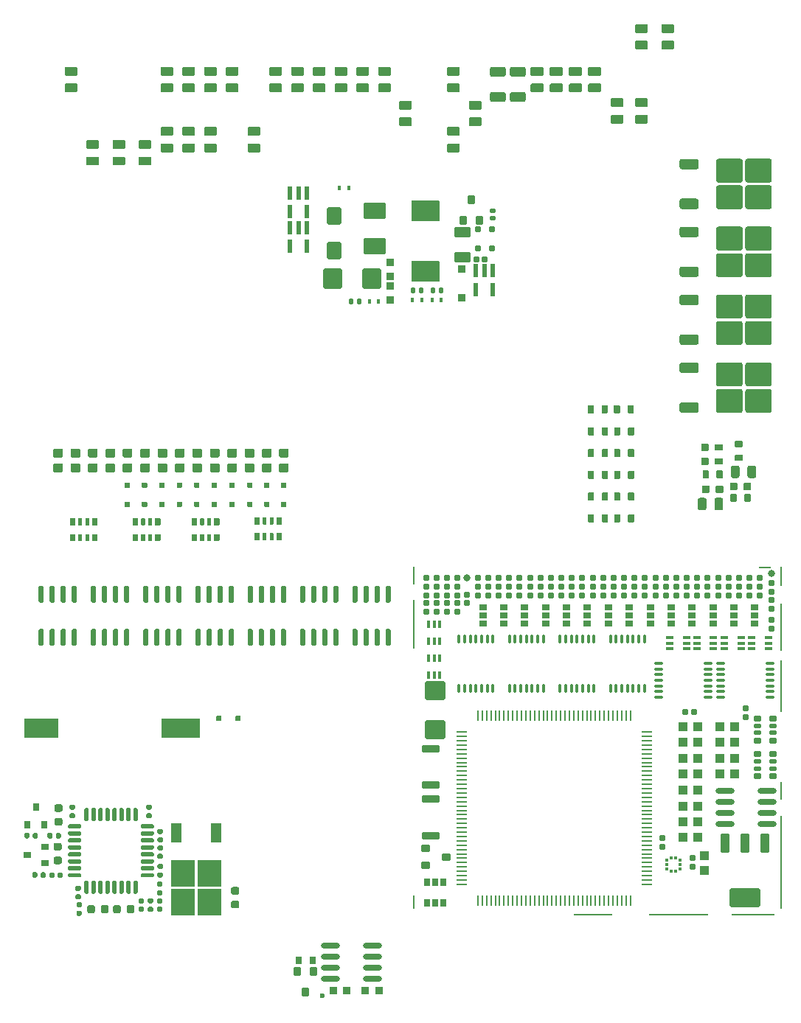
<source format=gtp>
G75*
G70*
%OFA0B0*%
%FSLAX25Y25*%
%IPPOS*%
%LPD*%
%AMOC8*
5,1,8,0,0,1.08239X$1,22.5*
%
%AMM152*
21,1,0.035430,0.030320,-0.000000,-0.000000,270.000000*
21,1,0.028350,0.037400,-0.000000,-0.000000,270.000000*
1,1,0.007090,-0.015160,-0.014170*
1,1,0.007090,-0.015160,0.014170*
1,1,0.007090,0.015160,0.014170*
1,1,0.007090,0.015160,-0.014170*
%
%AMM153*
21,1,0.043310,0.075980,-0.000000,-0.000000,180.000000*
21,1,0.034650,0.084650,-0.000000,-0.000000,180.000000*
1,1,0.008660,-0.017320,0.037990*
1,1,0.008660,0.017320,0.037990*
1,1,0.008660,0.017320,-0.037990*
1,1,0.008660,-0.017320,-0.037990*
%
%AMM154*
21,1,0.043310,0.075990,-0.000000,-0.000000,180.000000*
21,1,0.034650,0.084650,-0.000000,-0.000000,180.000000*
1,1,0.008660,-0.017320,0.037990*
1,1,0.008660,0.017320,0.037990*
1,1,0.008660,0.017320,-0.037990*
1,1,0.008660,-0.017320,-0.037990*
%
%AMM155*
21,1,0.137800,0.067720,-0.000000,-0.000000,180.000000*
21,1,0.120870,0.084650,-0.000000,-0.000000,180.000000*
1,1,0.016930,-0.060430,0.033860*
1,1,0.016930,0.060430,0.033860*
1,1,0.016930,0.060430,-0.033860*
1,1,0.016930,-0.060430,-0.033860*
%
%AMM156*
21,1,0.039370,0.035430,-0.000000,-0.000000,180.000000*
21,1,0.031500,0.043310,-0.000000,-0.000000,180.000000*
1,1,0.007870,-0.015750,0.017720*
1,1,0.007870,0.015750,0.017720*
1,1,0.007870,0.015750,-0.017720*
1,1,0.007870,-0.015750,-0.017720*
%
%AMM157*
21,1,0.023620,0.030710,-0.000000,-0.000000,0.000000*
21,1,0.018900,0.035430,-0.000000,-0.000000,0.000000*
1,1,0.004720,0.009450,-0.015350*
1,1,0.004720,-0.009450,-0.015350*
1,1,0.004720,-0.009450,0.015350*
1,1,0.004720,0.009450,0.015350*
%
%AMM158*
21,1,0.027560,0.018900,-0.000000,-0.000000,0.000000*
21,1,0.022840,0.023620,-0.000000,-0.000000,0.000000*
1,1,0.004720,0.011420,-0.009450*
1,1,0.004720,-0.011420,-0.009450*
1,1,0.004720,-0.011420,0.009450*
1,1,0.004720,0.011420,0.009450*
%
%AMM159*
21,1,0.023620,0.030710,-0.000000,-0.000000,90.000000*
21,1,0.018900,0.035430,-0.000000,-0.000000,90.000000*
1,1,0.004720,0.015350,0.009450*
1,1,0.004720,0.015350,-0.009450*
1,1,0.004720,-0.015350,-0.009450*
1,1,0.004720,-0.015350,0.009450*
%
%AMM160*
21,1,0.086610,0.073230,-0.000000,-0.000000,270.000000*
21,1,0.069290,0.090550,-0.000000,-0.000000,270.000000*
1,1,0.017320,-0.036610,-0.034650*
1,1,0.017320,-0.036610,0.034650*
1,1,0.017320,0.036610,0.034650*
1,1,0.017320,0.036610,-0.034650*
%
%AMM161*
21,1,0.025590,0.026380,-0.000000,-0.000000,270.000000*
21,1,0.020470,0.031500,-0.000000,-0.000000,270.000000*
1,1,0.005120,-0.013190,-0.010240*
1,1,0.005120,-0.013190,0.010240*
1,1,0.005120,0.013190,0.010240*
1,1,0.005120,0.013190,-0.010240*
%
%AMM162*
21,1,0.017720,0.027950,-0.000000,-0.000000,270.000000*
21,1,0.014170,0.031500,-0.000000,-0.000000,270.000000*
1,1,0.003540,-0.013980,-0.007090*
1,1,0.003540,-0.013980,0.007090*
1,1,0.003540,0.013980,0.007090*
1,1,0.003540,0.013980,-0.007090*
%
%AMM163*
21,1,0.031500,0.072440,-0.000000,-0.000000,270.000000*
21,1,0.025200,0.078740,-0.000000,-0.000000,270.000000*
1,1,0.006300,-0.036220,-0.012600*
1,1,0.006300,-0.036220,0.012600*
1,1,0.006300,0.036220,0.012600*
1,1,0.006300,0.036220,-0.012600*
%
%AMM164*
21,1,0.012600,0.028980,-0.000000,-0.000000,270.000000*
21,1,0.010080,0.031500,-0.000000,-0.000000,270.000000*
1,1,0.002520,-0.014490,-0.005040*
1,1,0.002520,-0.014490,0.005040*
1,1,0.002520,0.014490,0.005040*
1,1,0.002520,0.014490,-0.005040*
%
%AMM165*
21,1,0.012600,0.028980,-0.000000,-0.000000,0.000000*
21,1,0.010080,0.031500,-0.000000,-0.000000,0.000000*
1,1,0.002520,0.005040,-0.014490*
1,1,0.002520,-0.005040,-0.014490*
1,1,0.002520,-0.005040,0.014490*
1,1,0.002520,0.005040,0.014490*
%
%AMM166*
21,1,0.039370,0.035430,-0.000000,-0.000000,90.000000*
21,1,0.031500,0.043310,-0.000000,-0.000000,90.000000*
1,1,0.007870,0.017720,0.015750*
1,1,0.007870,0.017720,-0.015750*
1,1,0.007870,-0.017720,-0.015750*
1,1,0.007870,-0.017720,0.015750*
%
%AMM167*
21,1,0.027560,0.018900,-0.000000,-0.000000,270.000000*
21,1,0.022840,0.023620,-0.000000,-0.000000,270.000000*
1,1,0.004720,-0.009450,-0.011420*
1,1,0.004720,-0.009450,0.011420*
1,1,0.004720,0.009450,0.011420*
1,1,0.004720,0.009450,-0.011420*
%
%AMM274*
21,1,0.086610,0.073230,0.000000,-0.000000,180.000000*
21,1,0.069290,0.090550,0.000000,-0.000000,180.000000*
1,1,0.017320,-0.034650,0.036610*
1,1,0.017320,0.034650,0.036610*
1,1,0.017320,0.034650,-0.036610*
1,1,0.017320,-0.034650,-0.036610*
%
%AMM275*
21,1,0.094490,0.111020,0.000000,-0.000000,270.000000*
21,1,0.075590,0.129920,0.000000,-0.000000,270.000000*
1,1,0.018900,-0.055510,-0.037800*
1,1,0.018900,-0.055510,0.037800*
1,1,0.018900,0.055510,0.037800*
1,1,0.018900,0.055510,-0.037800*
%
%AMM276*
21,1,0.074800,0.083460,0.000000,-0.000000,270.000000*
21,1,0.059840,0.098430,0.000000,-0.000000,270.000000*
1,1,0.014960,-0.041730,-0.029920*
1,1,0.014960,-0.041730,0.029920*
1,1,0.014960,0.041730,0.029920*
1,1,0.014960,0.041730,-0.029920*
%
%AMM277*
21,1,0.078740,0.053540,0.000000,-0.000000,90.000000*
21,1,0.065350,0.066930,0.000000,-0.000000,90.000000*
1,1,0.013390,0.026770,0.032680*
1,1,0.013390,0.026770,-0.032680*
1,1,0.013390,-0.026770,-0.032680*
1,1,0.013390,-0.026770,0.032680*
%
%AMM278*
21,1,0.035430,0.030320,0.000000,-0.000000,0.000000*
21,1,0.028350,0.037400,0.000000,-0.000000,0.000000*
1,1,0.007090,0.014170,-0.015160*
1,1,0.007090,-0.014170,-0.015160*
1,1,0.007090,-0.014170,0.015160*
1,1,0.007090,0.014170,0.015160*
%
%AMM279*
21,1,0.021650,0.052760,0.000000,-0.000000,180.000000*
21,1,0.017320,0.057090,0.000000,-0.000000,180.000000*
1,1,0.004330,-0.008660,0.026380*
1,1,0.004330,0.008660,0.026380*
1,1,0.004330,0.008660,-0.026380*
1,1,0.004330,-0.008660,-0.026380*
%
%AMM280*
21,1,0.035830,0.026770,0.000000,-0.000000,270.000000*
21,1,0.029130,0.033470,0.000000,-0.000000,270.000000*
1,1,0.006690,-0.013390,-0.014570*
1,1,0.006690,-0.013390,0.014570*
1,1,0.006690,0.013390,0.014570*
1,1,0.006690,0.013390,-0.014570*
%
%AMM281*
21,1,0.070870,0.036220,0.000000,-0.000000,0.000000*
21,1,0.061810,0.045280,0.000000,-0.000000,0.000000*
1,1,0.009060,0.030910,-0.018110*
1,1,0.009060,-0.030910,-0.018110*
1,1,0.009060,-0.030910,0.018110*
1,1,0.009060,0.030910,0.018110*
%
%AMM282*
21,1,0.033470,0.026770,0.000000,-0.000000,270.000000*
21,1,0.026770,0.033470,0.000000,-0.000000,270.000000*
1,1,0.006690,-0.013390,-0.013390*
1,1,0.006690,-0.013390,0.013390*
1,1,0.006690,0.013390,0.013390*
1,1,0.006690,0.013390,-0.013390*
%
%AMM283*
21,1,0.015750,0.016540,0.000000,-0.000000,180.000000*
21,1,0.012600,0.019680,0.000000,-0.000000,180.000000*
1,1,0.003150,-0.006300,0.008270*
1,1,0.003150,0.006300,0.008270*
1,1,0.003150,0.006300,-0.008270*
1,1,0.003150,-0.006300,-0.008270*
%
%AMM284*
21,1,0.023620,0.018900,0.000000,-0.000000,0.000000*
21,1,0.018900,0.023620,0.000000,-0.000000,0.000000*
1,1,0.004720,0.009450,-0.009450*
1,1,0.004720,-0.009450,-0.009450*
1,1,0.004720,-0.009450,0.009450*
1,1,0.004720,0.009450,0.009450*
%
%AMM285*
21,1,0.019680,0.019680,0.000000,-0.000000,270.000000*
21,1,0.015750,0.023620,0.000000,-0.000000,270.000000*
1,1,0.003940,-0.009840,-0.007870*
1,1,0.003940,-0.009840,0.007870*
1,1,0.003940,0.009840,0.007870*
1,1,0.003940,0.009840,-0.007870*
%
%AMM286*
21,1,0.019680,0.019680,0.000000,-0.000000,180.000000*
21,1,0.015750,0.023620,0.000000,-0.000000,180.000000*
1,1,0.003940,-0.007870,0.009840*
1,1,0.003940,0.007870,0.009840*
1,1,0.003940,0.007870,-0.009840*
1,1,0.003940,-0.007870,-0.009840*
%
%AMM34*
21,1,0.035430,0.030320,0.000000,0.000000,180.000000*
21,1,0.028350,0.037400,0.000000,0.000000,180.000000*
1,1,0.007090,-0.014170,0.015160*
1,1,0.007090,0.014170,0.015160*
1,1,0.007090,0.014170,-0.015160*
1,1,0.007090,-0.014170,-0.015160*
%
%AMM64*
21,1,0.033470,0.026770,0.000000,0.000000,0.000000*
21,1,0.026770,0.033470,0.000000,0.000000,0.000000*
1,1,0.006690,0.013390,-0.013390*
1,1,0.006690,-0.013390,-0.013390*
1,1,0.006690,-0.013390,0.013390*
1,1,0.006690,0.013390,0.013390*
%
%AMM91*
21,1,0.027560,0.030710,0.000000,0.000000,180.000000*
21,1,0.022050,0.036220,0.000000,0.000000,180.000000*
1,1,0.005510,-0.011020,0.015350*
1,1,0.005510,0.011020,0.015350*
1,1,0.005510,0.011020,-0.015350*
1,1,0.005510,-0.011020,-0.015350*
%
%ADD104O,0.01181X0.04331*%
%ADD105O,0.04331X0.01181*%
%ADD107O,0.08661X0.02362*%
%ADD109R,0.01476X0.01378*%
%ADD110R,0.01378X0.01476*%
%ADD148M34*%
%ADD17C,0.02362*%
%ADD190M64*%
%ADD21R,0.00787X0.23622*%
%ADD242R,0.03543X0.03150*%
%ADD243R,0.04724X0.08661*%
%ADD246R,0.03150X0.03543*%
%ADD249R,0.10827X0.12008*%
%ADD252M91*%
%ADD341M152*%
%ADD342M153*%
%ADD343M154*%
%ADD344M155*%
%ADD345M156*%
%ADD346M157*%
%ADD347M158*%
%ADD348M159*%
%ADD349M160*%
%ADD350M161*%
%ADD351M162*%
%ADD352M163*%
%ADD353M164*%
%ADD354M165*%
%ADD355M166*%
%ADD356M167*%
%ADD36R,0.00787X0.09055*%
%ADD37R,0.00787X0.42126*%
%ADD38R,0.00787X0.08268*%
%ADD39R,0.00787X0.21260*%
%ADD40R,0.05512X0.00787*%
%ADD41R,0.19685X0.00787*%
%ADD42R,0.26772X0.00787*%
%ADD43R,0.17717X0.00787*%
%ADD44R,0.00787X0.06299*%
%ADD45R,0.00787X0.22441*%
%ADD46R,0.00787X0.07874*%
%ADD466M274*%
%ADD467M275*%
%ADD468M276*%
%ADD469M277*%
%ADD470M278*%
%ADD471M279*%
%ADD472M280*%
%ADD473M281*%
%ADD474M282*%
%ADD475M283*%
%ADD476M284*%
%ADD477M285*%
%ADD478M286*%
%ADD58R,0.17323X0.09055*%
%ADD59R,0.15748X0.09055*%
%ADD70C,0.03150*%
%ADD76O,0.00000X0.00000*%
%ADD90O,0.00866X0.05118*%
%ADD91O,0.05118X0.00866*%
X0000000Y0000000D02*
%LPD*%
G01*
G36*
G01*
X0328346Y0480925D02*
X0328346Y0483642D01*
G75*
G02*
X0329252Y0484547I0000906J0000000D01*
G01*
X0334528Y0484547D01*
G75*
G02*
X0335433Y0483642I0000000J-000906D01*
G01*
X0335433Y0480925D01*
G75*
G02*
X0334528Y0480020I-000906J0000000D01*
G01*
X0329252Y0480020D01*
G75*
G02*
X0328346Y0480925I0000000J0000906D01*
G01*
G37*
G36*
G01*
X0328346Y0469508D02*
X0328346Y0472224D01*
G75*
G02*
X0329252Y0473130I0000906J0000000D01*
G01*
X0334528Y0473130D01*
G75*
G02*
X0335433Y0472224I0000000J-000906D01*
G01*
X0335433Y0469508D01*
G75*
G02*
X0334528Y0468602I-000906J0000000D01*
G01*
X0329252Y0468602D01*
G75*
G02*
X0328346Y0469508I0000000J0000906D01*
G01*
G37*
G36*
G01*
X0164331Y0222638D02*
X0163150Y0222638D01*
G75*
G02*
X0162559Y0223228I0000000J0000591D01*
G01*
X0162559Y0229724D01*
G75*
G02*
X0163150Y0230315I0000591J0000000D01*
G01*
X0164331Y0230315D01*
G75*
G02*
X0164921Y0229724I0000000J-000591D01*
G01*
X0164921Y0223228D01*
G75*
G02*
X0164331Y0222638I-000591J0000000D01*
G01*
G37*
G36*
G01*
X0169331Y0222638D02*
X0168150Y0222638D01*
G75*
G02*
X0167559Y0223228I0000000J0000591D01*
G01*
X0167559Y0229724D01*
G75*
G02*
X0168150Y0230315I0000591J0000000D01*
G01*
X0169331Y0230315D01*
G75*
G02*
X0169921Y0229724I0000000J-000591D01*
G01*
X0169921Y0223228D01*
G75*
G02*
X0169331Y0222638I-000591J0000000D01*
G01*
G37*
G36*
G01*
X0174331Y0222638D02*
X0173150Y0222638D01*
G75*
G02*
X0172559Y0223228I0000000J0000591D01*
G01*
X0172559Y0229724D01*
G75*
G02*
X0173150Y0230315I0000591J0000000D01*
G01*
X0174331Y0230315D01*
G75*
G02*
X0174921Y0229724I0000000J-000591D01*
G01*
X0174921Y0223228D01*
G75*
G02*
X0174331Y0222638I-000591J0000000D01*
G01*
G37*
G36*
G01*
X0179331Y0222638D02*
X0178150Y0222638D01*
G75*
G02*
X0177559Y0223228I0000000J0000591D01*
G01*
X0177559Y0229724D01*
G75*
G02*
X0178150Y0230315I0000591J0000000D01*
G01*
X0179331Y0230315D01*
G75*
G02*
X0179921Y0229724I0000000J-000591D01*
G01*
X0179921Y0223228D01*
G75*
G02*
X0179331Y0222638I-000591J0000000D01*
G01*
G37*
G36*
G01*
X0179331Y0242126D02*
X0178150Y0242126D01*
G75*
G02*
X0177559Y0242717I0000000J0000591D01*
G01*
X0177559Y0249213D01*
G75*
G02*
X0178150Y0249803I0000591J0000000D01*
G01*
X0179331Y0249803D01*
G75*
G02*
X0179921Y0249213I0000000J-000591D01*
G01*
X0179921Y0242717D01*
G75*
G02*
X0179331Y0242126I-000591J0000000D01*
G01*
G37*
G36*
G01*
X0174331Y0242126D02*
X0173150Y0242126D01*
G75*
G02*
X0172559Y0242717I0000000J0000591D01*
G01*
X0172559Y0249213D01*
G75*
G02*
X0173150Y0249803I0000591J0000000D01*
G01*
X0174331Y0249803D01*
G75*
G02*
X0174921Y0249213I0000000J-000591D01*
G01*
X0174921Y0242717D01*
G75*
G02*
X0174331Y0242126I-000591J0000000D01*
G01*
G37*
G36*
G01*
X0169331Y0242126D02*
X0168150Y0242126D01*
G75*
G02*
X0167559Y0242717I0000000J0000591D01*
G01*
X0167559Y0249213D01*
G75*
G02*
X0168150Y0249803I0000591J0000000D01*
G01*
X0169331Y0249803D01*
G75*
G02*
X0169921Y0249213I0000000J-000591D01*
G01*
X0169921Y0242717D01*
G75*
G02*
X0169331Y0242126I-000591J0000000D01*
G01*
G37*
G36*
G01*
X0164331Y0242126D02*
X0163150Y0242126D01*
G75*
G02*
X0162559Y0242717I0000000J0000591D01*
G01*
X0162559Y0249213D01*
G75*
G02*
X0163150Y0249803I0000591J0000000D01*
G01*
X0164331Y0249803D01*
G75*
G02*
X0164921Y0249213I0000000J-000591D01*
G01*
X0164921Y0242717D01*
G75*
G02*
X0164331Y0242126I-000591J0000000D01*
G01*
G37*
G36*
G01*
X0375394Y0298465D02*
X0375394Y0301535D01*
G75*
G02*
X0375669Y0301811I0000276J0000000D01*
G01*
X0377874Y0301811D01*
G75*
G02*
X0378150Y0301535I0000000J-000276D01*
G01*
X0378150Y0298465D01*
G75*
G02*
X0377874Y0298189I-000276J0000000D01*
G01*
X0375669Y0298189D01*
G75*
G02*
X0375394Y0298465I0000000J0000276D01*
G01*
G37*
G36*
G01*
X0381693Y0298465D02*
X0381693Y0301535D01*
G75*
G02*
X0381969Y0301811I0000276J0000000D01*
G01*
X0384173Y0301811D01*
G75*
G02*
X0384449Y0301535I0000000J-000276D01*
G01*
X0384449Y0298465D01*
G75*
G02*
X0384173Y0298189I-000276J0000000D01*
G01*
X0381969Y0298189D01*
G75*
G02*
X0381693Y0298465I0000000J0000276D01*
G01*
G37*
G36*
G01*
X0258839Y0222638D02*
X0257657Y0222638D01*
G75*
G02*
X0257067Y0223228I0000000J0000591D01*
G01*
X0257067Y0229724D01*
G75*
G02*
X0257657Y0230315I0000591J0000000D01*
G01*
X0258839Y0230315D01*
G75*
G02*
X0259429Y0229724I0000000J-000591D01*
G01*
X0259429Y0223228D01*
G75*
G02*
X0258839Y0222638I-000591J0000000D01*
G01*
G37*
G36*
G01*
X0263839Y0222638D02*
X0262657Y0222638D01*
G75*
G02*
X0262067Y0223228I0000000J0000591D01*
G01*
X0262067Y0229724D01*
G75*
G02*
X0262657Y0230315I0000591J0000000D01*
G01*
X0263839Y0230315D01*
G75*
G02*
X0264429Y0229724I0000000J-000591D01*
G01*
X0264429Y0223228D01*
G75*
G02*
X0263839Y0222638I-000591J0000000D01*
G01*
G37*
G36*
G01*
X0268839Y0222638D02*
X0267657Y0222638D01*
G75*
G02*
X0267067Y0223228I0000000J0000591D01*
G01*
X0267067Y0229724D01*
G75*
G02*
X0267657Y0230315I0000591J0000000D01*
G01*
X0268839Y0230315D01*
G75*
G02*
X0269429Y0229724I0000000J-000591D01*
G01*
X0269429Y0223228D01*
G75*
G02*
X0268839Y0222638I-000591J0000000D01*
G01*
G37*
G36*
G01*
X0273839Y0222638D02*
X0272657Y0222638D01*
G75*
G02*
X0272067Y0223228I0000000J0000591D01*
G01*
X0272067Y0229724D01*
G75*
G02*
X0272657Y0230315I0000591J0000000D01*
G01*
X0273839Y0230315D01*
G75*
G02*
X0274429Y0229724I0000000J-000591D01*
G01*
X0274429Y0223228D01*
G75*
G02*
X0273839Y0222638I-000591J0000000D01*
G01*
G37*
G36*
G01*
X0273839Y0242126D02*
X0272657Y0242126D01*
G75*
G02*
X0272067Y0242717I0000000J0000591D01*
G01*
X0272067Y0249213D01*
G75*
G02*
X0272657Y0249803I0000591J0000000D01*
G01*
X0273839Y0249803D01*
G75*
G02*
X0274429Y0249213I0000000J-000591D01*
G01*
X0274429Y0242717D01*
G75*
G02*
X0273839Y0242126I-000591J0000000D01*
G01*
G37*
G36*
G01*
X0268839Y0242126D02*
X0267657Y0242126D01*
G75*
G02*
X0267067Y0242717I0000000J0000591D01*
G01*
X0267067Y0249213D01*
G75*
G02*
X0267657Y0249803I0000591J0000000D01*
G01*
X0268839Y0249803D01*
G75*
G02*
X0269429Y0249213I0000000J-000591D01*
G01*
X0269429Y0242717D01*
G75*
G02*
X0268839Y0242126I-000591J0000000D01*
G01*
G37*
G36*
G01*
X0263839Y0242126D02*
X0262657Y0242126D01*
G75*
G02*
X0262067Y0242717I0000000J0000591D01*
G01*
X0262067Y0249213D01*
G75*
G02*
X0262657Y0249803I0000591J0000000D01*
G01*
X0263839Y0249803D01*
G75*
G02*
X0264429Y0249213I0000000J-000591D01*
G01*
X0264429Y0242717D01*
G75*
G02*
X0263839Y0242126I-000591J0000000D01*
G01*
G37*
G36*
G01*
X0258839Y0242126D02*
X0257657Y0242126D01*
G75*
G02*
X0257067Y0242717I0000000J0000591D01*
G01*
X0257067Y0249213D01*
G75*
G02*
X0257657Y0249803I0000591J0000000D01*
G01*
X0258839Y0249803D01*
G75*
G02*
X0259429Y0249213I0000000J-000591D01*
G01*
X0259429Y0242717D01*
G75*
G02*
X0258839Y0242126I-000591J0000000D01*
G01*
G37*
G36*
G01*
X0165846Y0439961D02*
X0160925Y0439961D01*
G75*
G02*
X0160531Y0440354I0000000J0000394D01*
G01*
X0160531Y0443504D01*
G75*
G02*
X0160925Y0443898I0000394J0000000D01*
G01*
X0165846Y0443898D01*
G75*
G02*
X0166240Y0443504I0000000J-000394D01*
G01*
X0166240Y0440354D01*
G75*
G02*
X0165846Y0439961I-000394J0000000D01*
G01*
G37*
G36*
G01*
X0165846Y0447441D02*
X0160925Y0447441D01*
G75*
G02*
X0160531Y0447835I0000000J0000394D01*
G01*
X0160531Y0450984D01*
G75*
G02*
X0160925Y0451378I0000394J0000000D01*
G01*
X0165846Y0451378D01*
G75*
G02*
X0166240Y0450984I0000000J-000394D01*
G01*
X0166240Y0447835D01*
G75*
G02*
X0165846Y0447441I-000394J0000000D01*
G01*
G37*
G36*
G01*
X0142224Y0439961D02*
X0137303Y0439961D01*
G75*
G02*
X0136909Y0440354I0000000J0000394D01*
G01*
X0136909Y0443504D01*
G75*
G02*
X0137303Y0443898I0000394J0000000D01*
G01*
X0142224Y0443898D01*
G75*
G02*
X0142618Y0443504I0000000J-000394D01*
G01*
X0142618Y0440354D01*
G75*
G02*
X0142224Y0439961I-000394J0000000D01*
G01*
G37*
G36*
G01*
X0142224Y0447441D02*
X0137303Y0447441D01*
G75*
G02*
X0136909Y0447835I0000000J0000394D01*
G01*
X0136909Y0450984D01*
G75*
G02*
X0137303Y0451378I0000394J0000000D01*
G01*
X0142224Y0451378D01*
G75*
G02*
X0142618Y0450984I0000000J-000394D01*
G01*
X0142618Y0447835D01*
G75*
G02*
X0142224Y0447441I-000394J0000000D01*
G01*
G37*
G36*
G01*
X0177362Y0311811D02*
X0180906Y0311811D01*
G75*
G02*
X0181299Y0311417I0000000J-000394D01*
G01*
X0181299Y0308268D01*
G75*
G02*
X0180906Y0307874I-000394J0000000D01*
G01*
X0177362Y0307874D01*
G75*
G02*
X0176969Y0308268I0000000J0000394D01*
G01*
X0176969Y0311417D01*
G75*
G02*
X0177362Y0311811I0000394J0000000D01*
G01*
G37*
G36*
G01*
X0177362Y0305118D02*
X0180906Y0305118D01*
G75*
G02*
X0181299Y0304724I0000000J-000394D01*
G01*
X0181299Y0301575D01*
G75*
G02*
X0180906Y0301181I-000394J0000000D01*
G01*
X0177362Y0301181D01*
G75*
G02*
X0176969Y0301575I0000000J0000394D01*
G01*
X0176969Y0304724D01*
G75*
G02*
X0177362Y0305118I0000394J0000000D01*
G01*
G37*
G36*
G01*
X0185531Y0473031D02*
X0180610Y0473031D01*
G75*
G02*
X0180217Y0473425I0000000J0000394D01*
G01*
X0180217Y0476575D01*
G75*
G02*
X0180610Y0476968I0000394J0000000D01*
G01*
X0185531Y0476968D01*
G75*
G02*
X0185925Y0476575I0000000J-000394D01*
G01*
X0185925Y0473425D01*
G75*
G02*
X0185531Y0473031I-000394J0000000D01*
G01*
G37*
G36*
G01*
X0185531Y0480512D02*
X0180610Y0480512D01*
G75*
G02*
X0180217Y0480906I0000000J0000394D01*
G01*
X0180217Y0484055D01*
G75*
G02*
X0180610Y0484449I0000394J0000000D01*
G01*
X0185531Y0484449D01*
G75*
G02*
X0185925Y0484055I0000000J-000394D01*
G01*
X0185925Y0480906D01*
G75*
G02*
X0185531Y0480512I-000394J0000000D01*
G01*
G37*
G36*
G01*
X0224852Y0285669D02*
X0224852Y0287559D01*
G75*
G02*
X0225089Y0287795I0000236J0000000D01*
G01*
X0226978Y0287795D01*
G75*
G02*
X0227215Y0287559I0000000J-000236D01*
G01*
X0227215Y0285669D01*
G75*
G02*
X0226978Y0285433I-000236J0000000D01*
G01*
X0225089Y0285433D01*
G75*
G02*
X0224852Y0285669I0000000J0000236D01*
G01*
G37*
G36*
G01*
X0224852Y0294331D02*
X0224852Y0296220D01*
G75*
G02*
X0225089Y0296457I0000236J0000000D01*
G01*
X0226978Y0296457D01*
G75*
G02*
X0227215Y0296220I0000000J-000236D01*
G01*
X0227215Y0294331D01*
G75*
G02*
X0226978Y0294094I-000236J0000000D01*
G01*
X0225089Y0294094D01*
G75*
G02*
X0224852Y0294331I0000000J0000236D01*
G01*
G37*
G36*
G01*
X0363583Y0278780D02*
X0363583Y0281850D01*
G75*
G02*
X0363858Y0282126I0000276J0000000D01*
G01*
X0366063Y0282126D01*
G75*
G02*
X0366339Y0281850I0000000J-000276D01*
G01*
X0366339Y0278780D01*
G75*
G02*
X0366063Y0278504I-000276J0000000D01*
G01*
X0363858Y0278504D01*
G75*
G02*
X0363583Y0278780I0000000J0000276D01*
G01*
G37*
G36*
G01*
X0369882Y0278780D02*
X0369882Y0281850D01*
G75*
G02*
X0370157Y0282126I0000276J0000000D01*
G01*
X0372362Y0282126D01*
G75*
G02*
X0372638Y0281850I0000000J-000276D01*
G01*
X0372638Y0278780D01*
G75*
G02*
X0372362Y0278504I-000276J0000000D01*
G01*
X0370157Y0278504D01*
G75*
G02*
X0369882Y0278780I0000000J0000276D01*
G01*
G37*
G36*
G01*
X0235217Y0222638D02*
X0234035Y0222638D01*
G75*
G02*
X0233445Y0223228I0000000J0000591D01*
G01*
X0233445Y0229724D01*
G75*
G02*
X0234035Y0230315I0000591J0000000D01*
G01*
X0235217Y0230315D01*
G75*
G02*
X0235807Y0229724I0000000J-000591D01*
G01*
X0235807Y0223228D01*
G75*
G02*
X0235217Y0222638I-000591J0000000D01*
G01*
G37*
G36*
G01*
X0240217Y0222638D02*
X0239035Y0222638D01*
G75*
G02*
X0238445Y0223228I0000000J0000591D01*
G01*
X0238445Y0229724D01*
G75*
G02*
X0239035Y0230315I0000591J0000000D01*
G01*
X0240217Y0230315D01*
G75*
G02*
X0240807Y0229724I0000000J-000591D01*
G01*
X0240807Y0223228D01*
G75*
G02*
X0240217Y0222638I-000591J0000000D01*
G01*
G37*
G36*
G01*
X0245217Y0222638D02*
X0244035Y0222638D01*
G75*
G02*
X0243445Y0223228I0000000J0000591D01*
G01*
X0243445Y0229724D01*
G75*
G02*
X0244035Y0230315I0000591J0000000D01*
G01*
X0245217Y0230315D01*
G75*
G02*
X0245807Y0229724I0000000J-000591D01*
G01*
X0245807Y0223228D01*
G75*
G02*
X0245217Y0222638I-000591J0000000D01*
G01*
G37*
G36*
G01*
X0250217Y0222638D02*
X0249035Y0222638D01*
G75*
G02*
X0248445Y0223228I0000000J0000591D01*
G01*
X0248445Y0229724D01*
G75*
G02*
X0249035Y0230315I0000591J0000000D01*
G01*
X0250217Y0230315D01*
G75*
G02*
X0250807Y0229724I0000000J-000591D01*
G01*
X0250807Y0223228D01*
G75*
G02*
X0250217Y0222638I-000591J0000000D01*
G01*
G37*
G36*
G01*
X0250217Y0242126D02*
X0249035Y0242126D01*
G75*
G02*
X0248445Y0242717I0000000J0000591D01*
G01*
X0248445Y0249213D01*
G75*
G02*
X0249035Y0249803I0000591J0000000D01*
G01*
X0250217Y0249803D01*
G75*
G02*
X0250807Y0249213I0000000J-000591D01*
G01*
X0250807Y0242717D01*
G75*
G02*
X0250217Y0242126I-000591J0000000D01*
G01*
G37*
G36*
G01*
X0245217Y0242126D02*
X0244035Y0242126D01*
G75*
G02*
X0243445Y0242717I0000000J0000591D01*
G01*
X0243445Y0249213D01*
G75*
G02*
X0244035Y0249803I0000591J0000000D01*
G01*
X0245217Y0249803D01*
G75*
G02*
X0245807Y0249213I0000000J-000591D01*
G01*
X0245807Y0242717D01*
G75*
G02*
X0245217Y0242126I-000591J0000000D01*
G01*
G37*
G36*
G01*
X0240217Y0242126D02*
X0239035Y0242126D01*
G75*
G02*
X0238445Y0242717I0000000J0000591D01*
G01*
X0238445Y0249213D01*
G75*
G02*
X0239035Y0249803I0000591J0000000D01*
G01*
X0240217Y0249803D01*
G75*
G02*
X0240807Y0249213I0000000J-000591D01*
G01*
X0240807Y0242717D01*
G75*
G02*
X0240217Y0242126I-000591J0000000D01*
G01*
G37*
G36*
G01*
X0235217Y0242126D02*
X0234035Y0242126D01*
G75*
G02*
X0233445Y0242717I0000000J0000591D01*
G01*
X0233445Y0249213D01*
G75*
G02*
X0234035Y0249803I0000591J0000000D01*
G01*
X0235217Y0249803D01*
G75*
G02*
X0235807Y0249213I0000000J-000591D01*
G01*
X0235807Y0242717D01*
G75*
G02*
X0235217Y0242126I-000591J0000000D01*
G01*
G37*
G36*
G01*
X0217273Y0285669D02*
X0217273Y0287559D01*
G75*
G02*
X0217509Y0287795I0000236J0000000D01*
G01*
X0219399Y0287795D01*
G75*
G02*
X0219635Y0287559I0000000J-000236D01*
G01*
X0219635Y0285669D01*
G75*
G02*
X0219399Y0285433I-000236J0000000D01*
G01*
X0217509Y0285433D01*
G75*
G02*
X0217273Y0285669I0000000J0000236D01*
G01*
G37*
G36*
G01*
X0217273Y0294331D02*
X0217273Y0296220D01*
G75*
G02*
X0217509Y0296457I0000236J0000000D01*
G01*
X0219399Y0296457D01*
G75*
G02*
X0219635Y0296220I0000000J-000236D01*
G01*
X0219635Y0294331D01*
G75*
G02*
X0219399Y0294094I-000236J0000000D01*
G01*
X0217509Y0294094D01*
G75*
G02*
X0217273Y0294331I0000000J0000236D01*
G01*
G37*
G36*
G01*
X0157776Y0270335D02*
X0157776Y0272972D01*
G75*
G02*
X0158031Y0273228I0000256J0000000D01*
G01*
X0160079Y0273228D01*
G75*
G02*
X0160335Y0272972I0000000J-000256D01*
G01*
X0160335Y0270335D01*
G75*
G02*
X0160079Y0270079I-000256J0000000D01*
G01*
X0158031Y0270079D01*
G75*
G02*
X0157776Y0270335I0000000J0000256D01*
G01*
G37*
G36*
G01*
X0161614Y0270256D02*
X0161614Y0273051D01*
G75*
G02*
X0161791Y0273228I0000177J0000000D01*
G01*
X0163209Y0273228D01*
G75*
G02*
X0163386Y0273051I0000000J-000177D01*
G01*
X0163386Y0270256D01*
G75*
G02*
X0163209Y0270079I-000177J0000000D01*
G01*
X0161791Y0270079D01*
G75*
G02*
X0161614Y0270256I0000000J0000177D01*
G01*
G37*
G36*
G01*
X0164764Y0270256D02*
X0164764Y0273051D01*
G75*
G02*
X0164941Y0273228I0000177J0000000D01*
G01*
X0166358Y0273228D01*
G75*
G02*
X0166535Y0273051I0000000J-000177D01*
G01*
X0166535Y0270256D01*
G75*
G02*
X0166358Y0270079I-000177J0000000D01*
G01*
X0164941Y0270079D01*
G75*
G02*
X0164764Y0270256I0000000J0000177D01*
G01*
G37*
G36*
G01*
X0167815Y0270335D02*
X0167815Y0272972D01*
G75*
G02*
X0168071Y0273228I0000256J0000000D01*
G01*
X0170118Y0273228D01*
G75*
G02*
X0170374Y0272972I0000000J-000256D01*
G01*
X0170374Y0270335D01*
G75*
G02*
X0170118Y0270079I-000256J0000000D01*
G01*
X0168071Y0270079D01*
G75*
G02*
X0167815Y0270335I0000000J0000256D01*
G01*
G37*
G36*
G01*
X0167815Y0277421D02*
X0167815Y0280059D01*
G75*
G02*
X0168071Y0280315I0000256J0000000D01*
G01*
X0170118Y0280315D01*
G75*
G02*
X0170374Y0280059I0000000J-000256D01*
G01*
X0170374Y0277421D01*
G75*
G02*
X0170118Y0277165I-000256J0000000D01*
G01*
X0168071Y0277165D01*
G75*
G02*
X0167815Y0277421I0000000J0000256D01*
G01*
G37*
G36*
G01*
X0164764Y0277343D02*
X0164764Y0280138D01*
G75*
G02*
X0164941Y0280315I0000177J0000000D01*
G01*
X0166358Y0280315D01*
G75*
G02*
X0166535Y0280138I0000000J-000177D01*
G01*
X0166535Y0277343D01*
G75*
G02*
X0166358Y0277165I-000177J0000000D01*
G01*
X0164941Y0277165D01*
G75*
G02*
X0164764Y0277343I0000000J0000177D01*
G01*
G37*
G36*
G01*
X0161614Y0277343D02*
X0161614Y0280138D01*
G75*
G02*
X0161791Y0280315I0000177J0000000D01*
G01*
X0163209Y0280315D01*
G75*
G02*
X0163386Y0280138I0000000J-000177D01*
G01*
X0163386Y0277343D01*
G75*
G02*
X0163209Y0277165I-000177J0000000D01*
G01*
X0161791Y0277165D01*
G75*
G02*
X0161614Y0277343I0000000J0000177D01*
G01*
G37*
G36*
G01*
X0157776Y0277421D02*
X0157776Y0280059D01*
G75*
G02*
X0158031Y0280315I0000256J0000000D01*
G01*
X0160079Y0280315D01*
G75*
G02*
X0160335Y0280059I0000000J-000256D01*
G01*
X0160335Y0277421D01*
G75*
G02*
X0160079Y0277165I-000256J0000000D01*
G01*
X0158031Y0277165D01*
G75*
G02*
X0157776Y0277421I0000000J0000256D01*
G01*
G37*
G36*
G01*
X0215059Y0445866D02*
X0210138Y0445866D01*
G75*
G02*
X0209744Y0446260I0000000J0000394D01*
G01*
X0209744Y0449409D01*
G75*
G02*
X0210138Y0449803I0000394J0000000D01*
G01*
X0215059Y0449803D01*
G75*
G02*
X0215453Y0449409I0000000J-000394D01*
G01*
X0215453Y0446260D01*
G75*
G02*
X0215059Y0445866I-000394J0000000D01*
G01*
G37*
G36*
G01*
X0215059Y0453347D02*
X0210138Y0453347D01*
G75*
G02*
X0209744Y0453740I0000000J0000394D01*
G01*
X0209744Y0456890D01*
G75*
G02*
X0210138Y0457284I0000394J0000000D01*
G01*
X0215059Y0457284D01*
G75*
G02*
X0215453Y0456890I0000000J-000394D01*
G01*
X0215453Y0453740D01*
G75*
G02*
X0215059Y0453347I-000394J0000000D01*
G01*
G37*
G36*
G01*
X0375394Y0278780D02*
X0375394Y0281850D01*
G75*
G02*
X0375669Y0282126I0000276J0000000D01*
G01*
X0377874Y0282126D01*
G75*
G02*
X0378150Y0281850I0000000J-000276D01*
G01*
X0378150Y0278780D01*
G75*
G02*
X0377874Y0278504I-000276J0000000D01*
G01*
X0375669Y0278504D01*
G75*
G02*
X0375394Y0278780I0000000J0000276D01*
G01*
G37*
G36*
G01*
X0381693Y0278780D02*
X0381693Y0281850D01*
G75*
G02*
X0381969Y0282126I0000276J0000000D01*
G01*
X0384173Y0282126D01*
G75*
G02*
X0384449Y0281850I0000000J-000276D01*
G01*
X0384449Y0278780D01*
G75*
G02*
X0384173Y0278504I-000276J0000000D01*
G01*
X0381969Y0278504D01*
G75*
G02*
X0381693Y0278780I0000000J0000276D01*
G01*
G37*
G36*
G01*
X0122319Y0311811D02*
X0125862Y0311811D01*
G75*
G02*
X0126256Y0311417I0000000J-000394D01*
G01*
X0126256Y0308268D01*
G75*
G02*
X0125862Y0307874I-000394J0000000D01*
G01*
X0122319Y0307874D01*
G75*
G02*
X0121925Y0308268I0000000J0000394D01*
G01*
X0121925Y0311417D01*
G75*
G02*
X0122319Y0311811I0000394J0000000D01*
G01*
G37*
G36*
G01*
X0122319Y0305118D02*
X0125862Y0305118D01*
G75*
G02*
X0126256Y0304724I0000000J-000394D01*
G01*
X0126256Y0301575D01*
G75*
G02*
X0125862Y0301181I-000394J0000000D01*
G01*
X0122319Y0301181D01*
G75*
G02*
X0121925Y0301575I0000000J0000394D01*
G01*
X0121925Y0304724D01*
G75*
G02*
X0122319Y0305118I0000394J0000000D01*
G01*
G37*
G36*
G01*
X0305217Y0473031D02*
X0300295Y0473031D01*
G75*
G02*
X0299902Y0473425I0000000J0000394D01*
G01*
X0299902Y0476575D01*
G75*
G02*
X0300295Y0476968I0000394J0000000D01*
G01*
X0305217Y0476968D01*
G75*
G02*
X0305610Y0476575I0000000J-000394D01*
G01*
X0305610Y0473425D01*
G75*
G02*
X0305217Y0473031I-000394J0000000D01*
G01*
G37*
G36*
G01*
X0305217Y0480512D02*
X0300295Y0480512D01*
G75*
G02*
X0299902Y0480906I0000000J0000394D01*
G01*
X0299902Y0484055D01*
G75*
G02*
X0300295Y0484449I0000394J0000000D01*
G01*
X0305217Y0484449D01*
G75*
G02*
X0305610Y0484055I0000000J-000394D01*
G01*
X0305610Y0480906D01*
G75*
G02*
X0305217Y0480512I-000394J0000000D01*
G01*
G37*
G36*
G01*
X0402067Y0492323D02*
X0397146Y0492323D01*
G75*
G02*
X0396752Y0492717I0000000J0000394D01*
G01*
X0396752Y0495866D01*
G75*
G02*
X0397146Y0496260I0000394J0000000D01*
G01*
X0402067Y0496260D01*
G75*
G02*
X0402461Y0495866I0000000J-000394D01*
G01*
X0402461Y0492717D01*
G75*
G02*
X0402067Y0492323I-000394J0000000D01*
G01*
G37*
G36*
G01*
X0402067Y0499803D02*
X0397146Y0499803D01*
G75*
G02*
X0396752Y0500197I0000000J0000394D01*
G01*
X0396752Y0503347D01*
G75*
G02*
X0397146Y0503740I0000394J0000000D01*
G01*
X0402067Y0503740D01*
G75*
G02*
X0402461Y0503347I0000000J-000394D01*
G01*
X0402461Y0500197D01*
G75*
G02*
X0402067Y0499803I-000394J0000000D01*
G01*
G37*
G36*
G01*
X0375394Y0308307D02*
X0375394Y0311378D01*
G75*
G02*
X0375669Y0311654I0000276J0000000D01*
G01*
X0377874Y0311654D01*
G75*
G02*
X0378150Y0311378I0000000J-000276D01*
G01*
X0378150Y0308307D01*
G75*
G02*
X0377874Y0308031I-000276J0000000D01*
G01*
X0375669Y0308031D01*
G75*
G02*
X0375394Y0308307I0000000J0000276D01*
G01*
G37*
G36*
G01*
X0381693Y0308307D02*
X0381693Y0311378D01*
G75*
G02*
X0381969Y0311654I0000276J0000000D01*
G01*
X0384173Y0311654D01*
G75*
G02*
X0384449Y0311378I0000000J-000276D01*
G01*
X0384449Y0308307D01*
G75*
G02*
X0384173Y0308031I-000276J0000000D01*
G01*
X0381969Y0308031D01*
G75*
G02*
X0381693Y0308307I0000000J0000276D01*
G01*
G37*
G36*
G01*
X0375394Y0318150D02*
X0375394Y0321220D01*
G75*
G02*
X0375669Y0321496I0000276J0000000D01*
G01*
X0377874Y0321496D01*
G75*
G02*
X0378150Y0321220I0000000J-000276D01*
G01*
X0378150Y0318150D01*
G75*
G02*
X0377874Y0317874I-000276J0000000D01*
G01*
X0375669Y0317874D01*
G75*
G02*
X0375394Y0318150I0000000J0000276D01*
G01*
G37*
G36*
G01*
X0381693Y0318150D02*
X0381693Y0321220D01*
G75*
G02*
X0381969Y0321496I0000276J0000000D01*
G01*
X0384173Y0321496D01*
G75*
G02*
X0384449Y0321220I0000000J-000276D01*
G01*
X0384449Y0318150D01*
G75*
G02*
X0384173Y0317874I-000276J0000000D01*
G01*
X0381969Y0317874D01*
G75*
G02*
X0381693Y0318150I0000000J0000276D01*
G01*
G37*
G36*
G01*
X0195374Y0445866D02*
X0190453Y0445866D01*
G75*
G02*
X0190059Y0446260I0000000J0000394D01*
G01*
X0190059Y0449409D01*
G75*
G02*
X0190453Y0449803I0000394J0000000D01*
G01*
X0195374Y0449803D01*
G75*
G02*
X0195768Y0449409I0000000J-000394D01*
G01*
X0195768Y0446260D01*
G75*
G02*
X0195374Y0445866I-000394J0000000D01*
G01*
G37*
G36*
G01*
X0195374Y0453347D02*
X0190453Y0453347D01*
G75*
G02*
X0190059Y0453740I0000000J0000394D01*
G01*
X0190059Y0456890D01*
G75*
G02*
X0190453Y0457284I0000394J0000000D01*
G01*
X0195374Y0457284D01*
G75*
G02*
X0195768Y0456890I0000000J-000394D01*
G01*
X0195768Y0453740D01*
G75*
G02*
X0195374Y0453347I-000394J0000000D01*
G01*
G37*
G36*
G01*
X0343012Y0473012D02*
X0338091Y0473012D01*
G75*
G02*
X0337697Y0473406I0000000J0000394D01*
G01*
X0337697Y0476555D01*
G75*
G02*
X0338091Y0476949I0000394J0000000D01*
G01*
X0343012Y0476949D01*
G75*
G02*
X0343406Y0476555I0000000J-000394D01*
G01*
X0343406Y0473406D01*
G75*
G02*
X0343012Y0473012I-000394J0000000D01*
G01*
G37*
G36*
G01*
X0343012Y0480492D02*
X0338091Y0480492D01*
G75*
G02*
X0337697Y0480886I0000000J0000394D01*
G01*
X0337697Y0484036D01*
G75*
G02*
X0338091Y0484429I0000394J0000000D01*
G01*
X0343012Y0484429D01*
G75*
G02*
X0343406Y0484036I0000000J-000394D01*
G01*
X0343406Y0480886D01*
G75*
G02*
X0343012Y0480492I-000394J0000000D01*
G01*
G37*
G36*
G01*
X0154035Y0439961D02*
X0149114Y0439961D01*
G75*
G02*
X0148720Y0440354I0000000J0000394D01*
G01*
X0148720Y0443504D01*
G75*
G02*
X0149114Y0443898I0000394J0000000D01*
G01*
X0154035Y0443898D01*
G75*
G02*
X0154429Y0443504I0000000J-000394D01*
G01*
X0154429Y0440354D01*
G75*
G02*
X0154035Y0439961I-000394J0000000D01*
G01*
G37*
G36*
G01*
X0154035Y0447441D02*
X0149114Y0447441D01*
G75*
G02*
X0148720Y0447835I0000000J0000394D01*
G01*
X0148720Y0450984D01*
G75*
G02*
X0149114Y0451378I0000394J0000000D01*
G01*
X0154035Y0451378D01*
G75*
G02*
X0154429Y0450984I0000000J-000394D01*
G01*
X0154429Y0447835D01*
G75*
G02*
X0154035Y0447441I-000394J0000000D01*
G01*
G37*
G36*
G01*
X0363474Y0328096D02*
X0363474Y0331166D01*
G75*
G02*
X0363750Y0331442I0000276J0000000D01*
G01*
X0365955Y0331442D01*
G75*
G02*
X0366230Y0331166I0000000J-000276D01*
G01*
X0366230Y0328096D01*
G75*
G02*
X0365955Y0327820I-000276J0000000D01*
G01*
X0363750Y0327820D01*
G75*
G02*
X0363474Y0328096I0000000J0000276D01*
G01*
G37*
G36*
G01*
X0369774Y0328096D02*
X0369774Y0331166D01*
G75*
G02*
X0370049Y0331442I0000276J0000000D01*
G01*
X0372254Y0331442D01*
G75*
G02*
X0372529Y0331166I0000000J-000276D01*
G01*
X0372529Y0328096D01*
G75*
G02*
X0372254Y0327820I-000276J0000000D01*
G01*
X0370049Y0327820D01*
G75*
G02*
X0369774Y0328096I0000000J0000276D01*
G01*
G37*
G36*
G01*
X0363583Y0318150D02*
X0363583Y0321220D01*
G75*
G02*
X0363858Y0321496I0000276J0000000D01*
G01*
X0366063Y0321496D01*
G75*
G02*
X0366339Y0321220I0000000J-000276D01*
G01*
X0366339Y0318150D01*
G75*
G02*
X0366063Y0317874I-000276J0000000D01*
G01*
X0363858Y0317874D01*
G75*
G02*
X0363583Y0318150I0000000J0000276D01*
G01*
G37*
G36*
G01*
X0369882Y0318150D02*
X0369882Y0321220D01*
G75*
G02*
X0370157Y0321496I0000276J0000000D01*
G01*
X0372362Y0321496D01*
G75*
G02*
X0372638Y0321220I0000000J-000276D01*
G01*
X0372638Y0318150D01*
G75*
G02*
X0372362Y0317874I-000276J0000000D01*
G01*
X0370157Y0317874D01*
G75*
G02*
X0369882Y0318150I0000000J0000276D01*
G01*
G37*
G36*
G01*
X0375394Y0288622D02*
X0375394Y0291693D01*
G75*
G02*
X0375669Y0291969I0000276J0000000D01*
G01*
X0377874Y0291969D01*
G75*
G02*
X0378150Y0291693I0000000J-000276D01*
G01*
X0378150Y0288622D01*
G75*
G02*
X0377874Y0288346I-000276J0000000D01*
G01*
X0375669Y0288346D01*
G75*
G02*
X0375394Y0288622I0000000J0000276D01*
G01*
G37*
G36*
G01*
X0381693Y0288622D02*
X0381693Y0291693D01*
G75*
G02*
X0381969Y0291969I0000276J0000000D01*
G01*
X0384173Y0291969D01*
G75*
G02*
X0384449Y0291693I0000000J-000276D01*
G01*
X0384449Y0288622D01*
G75*
G02*
X0384173Y0288346I-000276J0000000D01*
G01*
X0381969Y0288346D01*
G75*
G02*
X0381693Y0288622I0000000J0000276D01*
G01*
G37*
G36*
G01*
X0193110Y0311811D02*
X0196654Y0311811D01*
G75*
G02*
X0197047Y0311417I0000000J-000394D01*
G01*
X0197047Y0308268D01*
G75*
G02*
X0196654Y0307874I-000394J0000000D01*
G01*
X0193110Y0307874D01*
G75*
G02*
X0192717Y0308268I0000000J0000394D01*
G01*
X0192717Y0311417D01*
G75*
G02*
X0193110Y0311811I0000394J0000000D01*
G01*
G37*
G36*
G01*
X0193110Y0305118D02*
X0196654Y0305118D01*
G75*
G02*
X0197047Y0304724I0000000J-000394D01*
G01*
X0197047Y0301575D01*
G75*
G02*
X0196654Y0301181I-000394J0000000D01*
G01*
X0193110Y0301181D01*
G75*
G02*
X0192717Y0301575I0000000J0000394D01*
G01*
X0192717Y0304724D01*
G75*
G02*
X0193110Y0305118I0000394J0000000D01*
G01*
G37*
G36*
G01*
X0208858Y0311811D02*
X0212402Y0311811D01*
G75*
G02*
X0212795Y0311417I0000000J-000394D01*
G01*
X0212795Y0308268D01*
G75*
G02*
X0212402Y0307874I-000394J0000000D01*
G01*
X0208858Y0307874D01*
G75*
G02*
X0208465Y0308268I0000000J0000394D01*
G01*
X0208465Y0311417D01*
G75*
G02*
X0208858Y0311811I0000394J0000000D01*
G01*
G37*
G36*
G01*
X0208858Y0305118D02*
X0212402Y0305118D01*
G75*
G02*
X0212795Y0304724I0000000J-000394D01*
G01*
X0212795Y0301575D01*
G75*
G02*
X0212402Y0301181I-000394J0000000D01*
G01*
X0208858Y0301181D01*
G75*
G02*
X0208465Y0301575I0000000J0000394D01*
G01*
X0208465Y0304724D01*
G75*
G02*
X0208858Y0305118I0000394J0000000D01*
G01*
G37*
G36*
G01*
X0206457Y0188583D02*
X0204567Y0188583D01*
G75*
G02*
X0204331Y0188819I0000000J0000236D01*
G01*
X0204331Y0190709D01*
G75*
G02*
X0204567Y0190945I0000236J0000000D01*
G01*
X0206457Y0190945D01*
G75*
G02*
X0206693Y0190709I0000000J-000236D01*
G01*
X0206693Y0188819D01*
G75*
G02*
X0206457Y0188583I-000236J0000000D01*
G01*
G37*
G36*
G01*
X0197795Y0188583D02*
X0195906Y0188583D01*
G75*
G02*
X0195669Y0188819I0000000J0000236D01*
G01*
X0195669Y0190709D01*
G75*
G02*
X0195906Y0190945I0000236J0000000D01*
G01*
X0197795Y0190945D01*
G75*
G02*
X0198031Y0190709I0000000J-000236D01*
G01*
X0198031Y0188819D01*
G75*
G02*
X0197795Y0188583I-000236J0000000D01*
G01*
G37*
D36*
X0450757Y0253942D03*
D37*
X0450757Y0124808D03*
D38*
X0450757Y0157092D03*
D21*
X0450757Y0204533D03*
D39*
X0450757Y0230910D03*
D40*
X0443670Y0258076D03*
D41*
X0438158Y0100989D03*
D42*
X0404694Y0100989D03*
D43*
X0365914Y0100989D03*
D44*
X0285009Y0106895D03*
D45*
X0285009Y0232288D03*
D46*
X0285009Y0254533D03*
G36*
G01*
X0375285Y0328096D02*
X0375285Y0331166D01*
G75*
G02*
X0375561Y0331442I0000276J0000000D01*
G01*
X0377766Y0331442D01*
G75*
G02*
X0378041Y0331166I0000000J-000276D01*
G01*
X0378041Y0328096D01*
G75*
G02*
X0377766Y0327820I-000276J0000000D01*
G01*
X0375561Y0327820D01*
G75*
G02*
X0375285Y0328096I0000000J0000276D01*
G01*
G37*
G36*
G01*
X0381585Y0328096D02*
X0381585Y0331166D01*
G75*
G02*
X0381860Y0331442I0000276J0000000D01*
G01*
X0384065Y0331442D01*
G75*
G02*
X0384340Y0331166I0000000J-000276D01*
G01*
X0384340Y0328096D01*
G75*
G02*
X0384065Y0327820I-000276J0000000D01*
G01*
X0381860Y0327820D01*
G75*
G02*
X0381585Y0328096I0000000J0000276D01*
G01*
G37*
G36*
G01*
X0234744Y0473031D02*
X0229823Y0473031D01*
G75*
G02*
X0229429Y0473425I0000000J0000394D01*
G01*
X0229429Y0476575D01*
G75*
G02*
X0229823Y0476968I0000394J0000000D01*
G01*
X0234744Y0476968D01*
G75*
G02*
X0235138Y0476575I0000000J-000394D01*
G01*
X0235138Y0473425D01*
G75*
G02*
X0234744Y0473031I-000394J0000000D01*
G01*
G37*
G36*
G01*
X0234744Y0480512D02*
X0229823Y0480512D01*
G75*
G02*
X0229429Y0480906I0000000J0000394D01*
G01*
X0229429Y0484055D01*
G75*
G02*
X0229823Y0484449I0000394J0000000D01*
G01*
X0234744Y0484449D01*
G75*
G02*
X0235138Y0484055I0000000J-000394D01*
G01*
X0235138Y0480906D01*
G75*
G02*
X0234744Y0480512I-000394J0000000D01*
G01*
G37*
G36*
G01*
X0363583Y0308307D02*
X0363583Y0311378D01*
G75*
G02*
X0363858Y0311654I0000276J0000000D01*
G01*
X0366063Y0311654D01*
G75*
G02*
X0366339Y0311378I0000000J-000276D01*
G01*
X0366339Y0308307D01*
G75*
G02*
X0366063Y0308031I-000276J0000000D01*
G01*
X0363858Y0308031D01*
G75*
G02*
X0363583Y0308307I0000000J0000276D01*
G01*
G37*
G36*
G01*
X0369882Y0308307D02*
X0369882Y0311378D01*
G75*
G02*
X0370157Y0311654I0000276J0000000D01*
G01*
X0372362Y0311654D01*
G75*
G02*
X0372638Y0311378I0000000J-000276D01*
G01*
X0372638Y0308307D01*
G75*
G02*
X0372362Y0308031I-000276J0000000D01*
G01*
X0370157Y0308031D01*
G75*
G02*
X0369882Y0308307I0000000J0000276D01*
G01*
G37*
G36*
G01*
X0175689Y0445866D02*
X0170768Y0445866D01*
G75*
G02*
X0170374Y0446260I0000000J0000394D01*
G01*
X0170374Y0449409D01*
G75*
G02*
X0170768Y0449803I0000394J0000000D01*
G01*
X0175689Y0449803D01*
G75*
G02*
X0176083Y0449409I0000000J-000394D01*
G01*
X0176083Y0446260D01*
G75*
G02*
X0175689Y0445866I-000394J0000000D01*
G01*
G37*
G36*
G01*
X0175689Y0453347D02*
X0170768Y0453347D01*
G75*
G02*
X0170374Y0453740I0000000J0000394D01*
G01*
X0170374Y0456890D01*
G75*
G02*
X0170768Y0457284I0000394J0000000D01*
G01*
X0175689Y0457284D01*
G75*
G02*
X0176083Y0456890I0000000J-000394D01*
G01*
X0176083Y0453740D01*
G75*
G02*
X0175689Y0453347I-000394J0000000D01*
G01*
G37*
G36*
G01*
X0175689Y0473031D02*
X0170768Y0473031D01*
G75*
G02*
X0170374Y0473425I0000000J0000394D01*
G01*
X0170374Y0476575D01*
G75*
G02*
X0170768Y0476968I0000394J0000000D01*
G01*
X0175689Y0476968D01*
G75*
G02*
X0176083Y0476575I0000000J-000394D01*
G01*
X0176083Y0473425D01*
G75*
G02*
X0175689Y0473031I-000394J0000000D01*
G01*
G37*
G36*
G01*
X0175689Y0480512D02*
X0170768Y0480512D01*
G75*
G02*
X0170374Y0480906I0000000J0000394D01*
G01*
X0170374Y0484055D01*
G75*
G02*
X0170768Y0484449I0000394J0000000D01*
G01*
X0175689Y0484449D01*
G75*
G02*
X0176083Y0484055I0000000J-000394D01*
G01*
X0176083Y0480906D01*
G75*
G02*
X0175689Y0480512I-000394J0000000D01*
G01*
G37*
G36*
G01*
X0319291Y0480925D02*
X0319291Y0483642D01*
G75*
G02*
X0320197Y0484547I0000906J0000000D01*
G01*
X0325472Y0484547D01*
G75*
G02*
X0326378Y0483642I0000000J-000906D01*
G01*
X0326378Y0480925D01*
G75*
G02*
X0325472Y0480020I-000906J0000000D01*
G01*
X0320197Y0480020D01*
G75*
G02*
X0319291Y0480925I0000000J0000906D01*
G01*
G37*
G36*
G01*
X0319291Y0469508D02*
X0319291Y0472224D01*
G75*
G02*
X0320197Y0473130I0000906J0000000D01*
G01*
X0325472Y0473130D01*
G75*
G02*
X0326378Y0472224I0000000J-000906D01*
G01*
X0326378Y0469508D01*
G75*
G02*
X0325472Y0468602I-000906J0000000D01*
G01*
X0320197Y0468602D01*
G75*
G02*
X0319291Y0469508I0000000J0000906D01*
G01*
G37*
G36*
G01*
X0169488Y0311811D02*
X0173031Y0311811D01*
G75*
G02*
X0173425Y0311417I0000000J-000394D01*
G01*
X0173425Y0308268D01*
G75*
G02*
X0173031Y0307874I-000394J0000000D01*
G01*
X0169488Y0307874D01*
G75*
G02*
X0169094Y0308268I0000000J0000394D01*
G01*
X0169094Y0311417D01*
G75*
G02*
X0169488Y0311811I0000394J0000000D01*
G01*
G37*
G36*
G01*
X0169488Y0305118D02*
X0173031Y0305118D01*
G75*
G02*
X0173425Y0304724I0000000J-000394D01*
G01*
X0173425Y0301575D01*
G75*
G02*
X0173031Y0301181I-000394J0000000D01*
G01*
X0169488Y0301181D01*
G75*
G02*
X0169094Y0301575I0000000J0000394D01*
G01*
X0169094Y0304724D01*
G75*
G02*
X0169488Y0305118I0000394J0000000D01*
G01*
G37*
G36*
G01*
X0117087Y0222638D02*
X0115906Y0222638D01*
G75*
G02*
X0115315Y0223228I0000000J0000591D01*
G01*
X0115315Y0229724D01*
G75*
G02*
X0115906Y0230315I0000591J0000000D01*
G01*
X0117087Y0230315D01*
G75*
G02*
X0117677Y0229724I0000000J-000591D01*
G01*
X0117677Y0223228D01*
G75*
G02*
X0117087Y0222638I-000591J0000000D01*
G01*
G37*
G36*
G01*
X0122087Y0222638D02*
X0120906Y0222638D01*
G75*
G02*
X0120315Y0223228I0000000J0000591D01*
G01*
X0120315Y0229724D01*
G75*
G02*
X0120906Y0230315I0000591J0000000D01*
G01*
X0122087Y0230315D01*
G75*
G02*
X0122677Y0229724I0000000J-000591D01*
G01*
X0122677Y0223228D01*
G75*
G02*
X0122087Y0222638I-000591J0000000D01*
G01*
G37*
G36*
G01*
X0127087Y0222638D02*
X0125906Y0222638D01*
G75*
G02*
X0125315Y0223228I0000000J0000591D01*
G01*
X0125315Y0229724D01*
G75*
G02*
X0125906Y0230315I0000591J0000000D01*
G01*
X0127087Y0230315D01*
G75*
G02*
X0127677Y0229724I0000000J-000591D01*
G01*
X0127677Y0223228D01*
G75*
G02*
X0127087Y0222638I-000591J0000000D01*
G01*
G37*
G36*
G01*
X0132087Y0222638D02*
X0130906Y0222638D01*
G75*
G02*
X0130315Y0223228I0000000J0000591D01*
G01*
X0130315Y0229724D01*
G75*
G02*
X0130906Y0230315I0000591J0000000D01*
G01*
X0132087Y0230315D01*
G75*
G02*
X0132677Y0229724I0000000J-000591D01*
G01*
X0132677Y0223228D01*
G75*
G02*
X0132087Y0222638I-000591J0000000D01*
G01*
G37*
G36*
G01*
X0132087Y0242126D02*
X0130906Y0242126D01*
G75*
G02*
X0130315Y0242717I0000000J0000591D01*
G01*
X0130315Y0249213D01*
G75*
G02*
X0130906Y0249803I0000591J0000000D01*
G01*
X0132087Y0249803D01*
G75*
G02*
X0132677Y0249213I0000000J-000591D01*
G01*
X0132677Y0242717D01*
G75*
G02*
X0132087Y0242126I-000591J0000000D01*
G01*
G37*
G36*
G01*
X0127087Y0242126D02*
X0125906Y0242126D01*
G75*
G02*
X0125315Y0242717I0000000J0000591D01*
G01*
X0125315Y0249213D01*
G75*
G02*
X0125906Y0249803I0000591J0000000D01*
G01*
X0127087Y0249803D01*
G75*
G02*
X0127677Y0249213I0000000J-000591D01*
G01*
X0127677Y0242717D01*
G75*
G02*
X0127087Y0242126I-000591J0000000D01*
G01*
G37*
G36*
G01*
X0122087Y0242126D02*
X0120906Y0242126D01*
G75*
G02*
X0120315Y0242717I0000000J0000591D01*
G01*
X0120315Y0249213D01*
G75*
G02*
X0120906Y0249803I0000591J0000000D01*
G01*
X0122087Y0249803D01*
G75*
G02*
X0122677Y0249213I0000000J-000591D01*
G01*
X0122677Y0242717D01*
G75*
G02*
X0122087Y0242126I-000591J0000000D01*
G01*
G37*
G36*
G01*
X0117087Y0242126D02*
X0115906Y0242126D01*
G75*
G02*
X0115315Y0242717I0000000J0000591D01*
G01*
X0115315Y0249213D01*
G75*
G02*
X0115906Y0249803I0000591J0000000D01*
G01*
X0117087Y0249803D01*
G75*
G02*
X0117677Y0249213I0000000J-000591D01*
G01*
X0117677Y0242717D01*
G75*
G02*
X0117087Y0242126I-000591J0000000D01*
G01*
G37*
G36*
G01*
X0200984Y0311811D02*
X0204528Y0311811D01*
G75*
G02*
X0204921Y0311417I0000000J-000394D01*
G01*
X0204921Y0308268D01*
G75*
G02*
X0204528Y0307874I-000394J0000000D01*
G01*
X0200984Y0307874D01*
G75*
G02*
X0200591Y0308268I0000000J0000394D01*
G01*
X0200591Y0311417D01*
G75*
G02*
X0200984Y0311811I0000394J0000000D01*
G01*
G37*
G36*
G01*
X0200984Y0305118D02*
X0204528Y0305118D01*
G75*
G02*
X0204921Y0304724I0000000J-000394D01*
G01*
X0204921Y0301575D01*
G75*
G02*
X0204528Y0301181I-000394J0000000D01*
G01*
X0200984Y0301181D01*
G75*
G02*
X0200591Y0301575I0000000J0000394D01*
G01*
X0200591Y0304724D01*
G75*
G02*
X0200984Y0305118I0000394J0000000D01*
G01*
G37*
G36*
G01*
X0153740Y0311811D02*
X0157283Y0311811D01*
G75*
G02*
X0157677Y0311417I0000000J-000394D01*
G01*
X0157677Y0308268D01*
G75*
G02*
X0157283Y0307874I-000394J0000000D01*
G01*
X0153740Y0307874D01*
G75*
G02*
X0153346Y0308268I0000000J0000394D01*
G01*
X0153346Y0311417D01*
G75*
G02*
X0153740Y0311811I0000394J0000000D01*
G01*
G37*
G36*
G01*
X0153740Y0305118D02*
X0157283Y0305118D01*
G75*
G02*
X0157677Y0304724I0000000J-000394D01*
G01*
X0157677Y0301575D01*
G75*
G02*
X0157283Y0301181I-000394J0000000D01*
G01*
X0153740Y0301181D01*
G75*
G02*
X0153346Y0301575I0000000J0000394D01*
G01*
X0153346Y0304724D01*
G75*
G02*
X0153740Y0305118I0000394J0000000D01*
G01*
G37*
G36*
G01*
X0379232Y0458858D02*
X0374311Y0458858D01*
G75*
G02*
X0373917Y0459252I0000000J0000394D01*
G01*
X0373917Y0462402D01*
G75*
G02*
X0374311Y0462795I0000394J0000000D01*
G01*
X0379232Y0462795D01*
G75*
G02*
X0379626Y0462402I0000000J-000394D01*
G01*
X0379626Y0459252D01*
G75*
G02*
X0379232Y0458858I-000394J0000000D01*
G01*
G37*
G36*
G01*
X0379232Y0466339D02*
X0374311Y0466339D01*
G75*
G02*
X0373917Y0466732I0000000J0000394D01*
G01*
X0373917Y0469882D01*
G75*
G02*
X0374311Y0470276I0000394J0000000D01*
G01*
X0379232Y0470276D01*
G75*
G02*
X0379626Y0469882I0000000J-000394D01*
G01*
X0379626Y0466732D01*
G75*
G02*
X0379232Y0466339I-000394J0000000D01*
G01*
G37*
G36*
G01*
X0145941Y0311811D02*
X0149484Y0311811D01*
G75*
G02*
X0149878Y0311417I0000000J-000394D01*
G01*
X0149878Y0308268D01*
G75*
G02*
X0149484Y0307874I-000394J0000000D01*
G01*
X0145941Y0307874D01*
G75*
G02*
X0145547Y0308268I0000000J0000394D01*
G01*
X0145547Y0311417D01*
G75*
G02*
X0145941Y0311811I0000394J0000000D01*
G01*
G37*
G36*
G01*
X0145941Y0305118D02*
X0149484Y0305118D01*
G75*
G02*
X0149878Y0304724I0000000J-000394D01*
G01*
X0149878Y0301575D01*
G75*
G02*
X0149484Y0301181I-000394J0000000D01*
G01*
X0145941Y0301181D01*
G75*
G02*
X0145547Y0301575I0000000J0000394D01*
G01*
X0145547Y0304724D01*
G75*
G02*
X0145941Y0305118I0000394J0000000D01*
G01*
G37*
G36*
G01*
X0363583Y0288622D02*
X0363583Y0291693D01*
G75*
G02*
X0363858Y0291969I0000276J0000000D01*
G01*
X0366063Y0291969D01*
G75*
G02*
X0366339Y0291693I0000000J-000276D01*
G01*
X0366339Y0288622D01*
G75*
G02*
X0366063Y0288346I-000276J0000000D01*
G01*
X0363858Y0288346D01*
G75*
G02*
X0363583Y0288622I0000000J0000276D01*
G01*
G37*
G36*
G01*
X0369882Y0288622D02*
X0369882Y0291693D01*
G75*
G02*
X0370157Y0291969I0000276J0000000D01*
G01*
X0372362Y0291969D01*
G75*
G02*
X0372638Y0291693I0000000J-000276D01*
G01*
X0372638Y0288622D01*
G75*
G02*
X0372362Y0288346I-000276J0000000D01*
G01*
X0370157Y0288346D01*
G75*
G02*
X0369882Y0288622I0000000J0000276D01*
G01*
G37*
G36*
G01*
X0195374Y0473031D02*
X0190453Y0473031D01*
G75*
G02*
X0190059Y0473425I0000000J0000394D01*
G01*
X0190059Y0476575D01*
G75*
G02*
X0190453Y0476968I0000394J0000000D01*
G01*
X0195374Y0476968D01*
G75*
G02*
X0195768Y0476575I0000000J-000394D01*
G01*
X0195768Y0473425D01*
G75*
G02*
X0195374Y0473031I-000394J0000000D01*
G01*
G37*
G36*
G01*
X0195374Y0480512D02*
X0190453Y0480512D01*
G75*
G02*
X0190059Y0480906I0000000J0000394D01*
G01*
X0190059Y0484055D01*
G75*
G02*
X0190453Y0484449I0000394J0000000D01*
G01*
X0195374Y0484449D01*
G75*
G02*
X0195768Y0484055I0000000J-000394D01*
G01*
X0195768Y0480906D01*
G75*
G02*
X0195374Y0480512I-000394J0000000D01*
G01*
G37*
G36*
G01*
X0224902Y0473031D02*
X0219980Y0473031D01*
G75*
G02*
X0219587Y0473425I0000000J0000394D01*
G01*
X0219587Y0476575D01*
G75*
G02*
X0219980Y0476968I0000394J0000000D01*
G01*
X0224902Y0476968D01*
G75*
G02*
X0225295Y0476575I0000000J-000394D01*
G01*
X0225295Y0473425D01*
G75*
G02*
X0224902Y0473031I-000394J0000000D01*
G01*
G37*
G36*
G01*
X0224902Y0480512D02*
X0219980Y0480512D01*
G75*
G02*
X0219587Y0480906I0000000J0000394D01*
G01*
X0219587Y0484055D01*
G75*
G02*
X0219980Y0484449I0000394J0000000D01*
G01*
X0224902Y0484449D01*
G75*
G02*
X0225295Y0484055I0000000J-000394D01*
G01*
X0225295Y0480906D01*
G75*
G02*
X0224902Y0480512I-000394J0000000D01*
G01*
G37*
G36*
G01*
X0360335Y0473012D02*
X0355413Y0473012D01*
G75*
G02*
X0355020Y0473406I0000000J0000394D01*
G01*
X0355020Y0476555D01*
G75*
G02*
X0355413Y0476949I0000394J0000000D01*
G01*
X0360335Y0476949D01*
G75*
G02*
X0360728Y0476555I0000000J-000394D01*
G01*
X0360728Y0473406D01*
G75*
G02*
X0360335Y0473012I-000394J0000000D01*
G01*
G37*
G36*
G01*
X0360335Y0480492D02*
X0355413Y0480492D01*
G75*
G02*
X0355020Y0480886I0000000J0000394D01*
G01*
X0355020Y0484036D01*
G75*
G02*
X0355413Y0484429I0000394J0000000D01*
G01*
X0360335Y0484429D01*
G75*
G02*
X0360728Y0484036I0000000J-000394D01*
G01*
X0360728Y0480886D01*
G75*
G02*
X0360335Y0480492I-000394J0000000D01*
G01*
G37*
G36*
G01*
X0363583Y0298465D02*
X0363583Y0301535D01*
G75*
G02*
X0363858Y0301811I0000276J0000000D01*
G01*
X0366063Y0301811D01*
G75*
G02*
X0366339Y0301535I0000000J-000276D01*
G01*
X0366339Y0298465D01*
G75*
G02*
X0366063Y0298189I-000276J0000000D01*
G01*
X0363858Y0298189D01*
G75*
G02*
X0363583Y0298465I0000000J0000276D01*
G01*
G37*
G36*
G01*
X0369882Y0298465D02*
X0369882Y0301535D01*
G75*
G02*
X0370157Y0301811I0000276J0000000D01*
G01*
X0372362Y0301811D01*
G75*
G02*
X0372638Y0301535I0000000J-000276D01*
G01*
X0372638Y0298465D01*
G75*
G02*
X0372362Y0298189I-000276J0000000D01*
G01*
X0370157Y0298189D01*
G75*
G02*
X0369882Y0298465I0000000J0000276D01*
G01*
G37*
G36*
G01*
X0184449Y0270335D02*
X0184449Y0272972D01*
G75*
G02*
X0184705Y0273228I0000256J0000000D01*
G01*
X0186752Y0273228D01*
G75*
G02*
X0187008Y0272972I0000000J-000256D01*
G01*
X0187008Y0270335D01*
G75*
G02*
X0186752Y0270079I-000256J0000000D01*
G01*
X0184705Y0270079D01*
G75*
G02*
X0184449Y0270335I0000000J0000256D01*
G01*
G37*
G36*
G01*
X0188287Y0270256D02*
X0188287Y0273051D01*
G75*
G02*
X0188465Y0273228I0000177J0000000D01*
G01*
X0189882Y0273228D01*
G75*
G02*
X0190059Y0273051I0000000J-000177D01*
G01*
X0190059Y0270256D01*
G75*
G02*
X0189882Y0270079I-000177J0000000D01*
G01*
X0188465Y0270079D01*
G75*
G02*
X0188287Y0270256I0000000J0000177D01*
G01*
G37*
G36*
G01*
X0191437Y0270256D02*
X0191437Y0273051D01*
G75*
G02*
X0191614Y0273228I0000177J0000000D01*
G01*
X0193031Y0273228D01*
G75*
G02*
X0193209Y0273051I0000000J-000177D01*
G01*
X0193209Y0270256D01*
G75*
G02*
X0193031Y0270079I-000177J0000000D01*
G01*
X0191614Y0270079D01*
G75*
G02*
X0191437Y0270256I0000000J0000177D01*
G01*
G37*
G36*
G01*
X0194488Y0270335D02*
X0194488Y0272972D01*
G75*
G02*
X0194744Y0273228I0000256J0000000D01*
G01*
X0196791Y0273228D01*
G75*
G02*
X0197047Y0272972I0000000J-000256D01*
G01*
X0197047Y0270335D01*
G75*
G02*
X0196791Y0270079I-000256J0000000D01*
G01*
X0194744Y0270079D01*
G75*
G02*
X0194488Y0270335I0000000J0000256D01*
G01*
G37*
G36*
G01*
X0194488Y0277421D02*
X0194488Y0280059D01*
G75*
G02*
X0194744Y0280315I0000256J0000000D01*
G01*
X0196791Y0280315D01*
G75*
G02*
X0197047Y0280059I0000000J-000256D01*
G01*
X0197047Y0277421D01*
G75*
G02*
X0196791Y0277165I-000256J0000000D01*
G01*
X0194744Y0277165D01*
G75*
G02*
X0194488Y0277421I0000000J0000256D01*
G01*
G37*
G36*
G01*
X0191437Y0277343D02*
X0191437Y0280138D01*
G75*
G02*
X0191614Y0280315I0000177J0000000D01*
G01*
X0193031Y0280315D01*
G75*
G02*
X0193209Y0280138I0000000J-000177D01*
G01*
X0193209Y0277343D01*
G75*
G02*
X0193031Y0277165I-000177J0000000D01*
G01*
X0191614Y0277165D01*
G75*
G02*
X0191437Y0277343I0000000J0000177D01*
G01*
G37*
G36*
G01*
X0188287Y0277343D02*
X0188287Y0280138D01*
G75*
G02*
X0188465Y0280315I0000177J0000000D01*
G01*
X0189882Y0280315D01*
G75*
G02*
X0190059Y0280138I0000000J-000177D01*
G01*
X0190059Y0277343D01*
G75*
G02*
X0189882Y0277165I-000177J0000000D01*
G01*
X0188465Y0277165D01*
G75*
G02*
X0188287Y0277343I0000000J0000177D01*
G01*
G37*
G36*
G01*
X0184449Y0277421D02*
X0184449Y0280059D01*
G75*
G02*
X0184705Y0280315I0000256J0000000D01*
G01*
X0186752Y0280315D01*
G75*
G02*
X0187008Y0280059I0000000J-000256D01*
G01*
X0187008Y0277421D01*
G75*
G02*
X0186752Y0277165I-000256J0000000D01*
G01*
X0184705Y0277165D01*
G75*
G02*
X0184449Y0277421I0000000J0000256D01*
G01*
G37*
D58*
X0179527Y0185433D03*
D59*
X0116535Y0185433D03*
G36*
G01*
X0283563Y0457677D02*
X0278642Y0457677D01*
G75*
G02*
X0278248Y0458071I0000000J0000394D01*
G01*
X0278248Y0461220D01*
G75*
G02*
X0278642Y0461614I0000394J0000000D01*
G01*
X0283563Y0461614D01*
G75*
G02*
X0283957Y0461220I0000000J-000394D01*
G01*
X0283957Y0458071D01*
G75*
G02*
X0283563Y0457677I-000394J0000000D01*
G01*
G37*
G36*
G01*
X0283563Y0465158D02*
X0278642Y0465158D01*
G75*
G02*
X0278248Y0465551I0000000J0000394D01*
G01*
X0278248Y0468701D01*
G75*
G02*
X0278642Y0469095I0000394J0000000D01*
G01*
X0283563Y0469095D01*
G75*
G02*
X0283957Y0468701I0000000J-000394D01*
G01*
X0283957Y0465551D01*
G75*
G02*
X0283563Y0465158I-000394J0000000D01*
G01*
G37*
G36*
G01*
X0177756Y0285669D02*
X0177756Y0287559D01*
G75*
G02*
X0177992Y0287795I0000236J0000000D01*
G01*
X0179882Y0287795D01*
G75*
G02*
X0180118Y0287559I0000000J-000236D01*
G01*
X0180118Y0285669D01*
G75*
G02*
X0179882Y0285433I-000236J0000000D01*
G01*
X0177992Y0285433D01*
G75*
G02*
X0177756Y0285669I0000000J0000236D01*
G01*
G37*
G36*
G01*
X0177756Y0294331D02*
X0177756Y0296220D01*
G75*
G02*
X0177992Y0296457I0000236J0000000D01*
G01*
X0179882Y0296457D01*
G75*
G02*
X0180118Y0296220I0000000J-000236D01*
G01*
X0180118Y0294331D01*
G75*
G02*
X0179882Y0294094I-000236J0000000D01*
G01*
X0177992Y0294094D01*
G75*
G02*
X0177756Y0294331I0000000J0000236D01*
G01*
G37*
G36*
G01*
X0154134Y0285669D02*
X0154134Y0287559D01*
G75*
G02*
X0154370Y0287795I0000236J0000000D01*
G01*
X0156260Y0287795D01*
G75*
G02*
X0156496Y0287559I0000000J-000236D01*
G01*
X0156496Y0285669D01*
G75*
G02*
X0156260Y0285433I-000236J0000000D01*
G01*
X0154370Y0285433D01*
G75*
G02*
X0154134Y0285669I0000000J0000236D01*
G01*
G37*
G36*
G01*
X0154134Y0294331D02*
X0154134Y0296220D01*
G75*
G02*
X0154370Y0296457I0000236J0000000D01*
G01*
X0156260Y0296457D01*
G75*
G02*
X0156496Y0296220I0000000J-000236D01*
G01*
X0156496Y0294331D01*
G75*
G02*
X0156260Y0294094I-000236J0000000D01*
G01*
X0154370Y0294094D01*
G75*
G02*
X0154134Y0294331I0000000J0000236D01*
G01*
G37*
G36*
G01*
X0162008Y0285669D02*
X0162008Y0287559D01*
G75*
G02*
X0162244Y0287795I0000236J0000000D01*
G01*
X0164134Y0287795D01*
G75*
G02*
X0164370Y0287559I0000000J-000236D01*
G01*
X0164370Y0285669D01*
G75*
G02*
X0164134Y0285433I-000236J0000000D01*
G01*
X0162244Y0285433D01*
G75*
G02*
X0162008Y0285669I0000000J0000236D01*
G01*
G37*
G36*
G01*
X0162008Y0294331D02*
X0162008Y0296220D01*
G75*
G02*
X0162244Y0296457I0000236J0000000D01*
G01*
X0164134Y0296457D01*
G75*
G02*
X0164370Y0296220I0000000J-000236D01*
G01*
X0164370Y0294331D01*
G75*
G02*
X0164134Y0294094I-000236J0000000D01*
G01*
X0162244Y0294094D01*
G75*
G02*
X0162008Y0294331I0000000J0000236D01*
G01*
G37*
G36*
G01*
X0351673Y0473012D02*
X0346752Y0473012D01*
G75*
G02*
X0346358Y0473406I0000000J0000394D01*
G01*
X0346358Y0476555D01*
G75*
G02*
X0346752Y0476949I0000394J0000000D01*
G01*
X0351673Y0476949D01*
G75*
G02*
X0352067Y0476555I0000000J-000394D01*
G01*
X0352067Y0473406D01*
G75*
G02*
X0351673Y0473012I-000394J0000000D01*
G01*
G37*
G36*
G01*
X0351673Y0480492D02*
X0346752Y0480492D01*
G75*
G02*
X0346358Y0480886I0000000J0000394D01*
G01*
X0346358Y0484036D01*
G75*
G02*
X0346752Y0484429I0000394J0000000D01*
G01*
X0351673Y0484429D01*
G75*
G02*
X0352067Y0484036I0000000J-000394D01*
G01*
X0352067Y0480886D01*
G75*
G02*
X0351673Y0480492I-000394J0000000D01*
G01*
G37*
G36*
G01*
X0185630Y0285669D02*
X0185630Y0287559D01*
G75*
G02*
X0185866Y0287795I0000236J0000000D01*
G01*
X0187756Y0287795D01*
G75*
G02*
X0187992Y0287559I0000000J-000236D01*
G01*
X0187992Y0285669D01*
G75*
G02*
X0187756Y0285433I-000236J0000000D01*
G01*
X0185866Y0285433D01*
G75*
G02*
X0185630Y0285669I0000000J0000236D01*
G01*
G37*
G36*
G01*
X0185630Y0294331D02*
X0185630Y0296220D01*
G75*
G02*
X0185866Y0296457I0000236J0000000D01*
G01*
X0187756Y0296457D01*
G75*
G02*
X0187992Y0296220I0000000J-000236D01*
G01*
X0187992Y0294331D01*
G75*
G02*
X0187756Y0294094I-000236J0000000D01*
G01*
X0185866Y0294094D01*
G75*
G02*
X0185630Y0294331I0000000J0000236D01*
G01*
G37*
G36*
G01*
X0129405Y0270335D02*
X0129405Y0272972D01*
G75*
G02*
X0129661Y0273228I0000256J0000000D01*
G01*
X0131709Y0273228D01*
G75*
G02*
X0131965Y0272972I0000000J-000256D01*
G01*
X0131965Y0270335D01*
G75*
G02*
X0131709Y0270079I-000256J0000000D01*
G01*
X0129661Y0270079D01*
G75*
G02*
X0129405Y0270335I0000000J0000256D01*
G01*
G37*
G36*
G01*
X0133244Y0270256D02*
X0133244Y0273051D01*
G75*
G02*
X0133421Y0273228I0000177J0000000D01*
G01*
X0134839Y0273228D01*
G75*
G02*
X0135016Y0273051I0000000J-000177D01*
G01*
X0135016Y0270256D01*
G75*
G02*
X0134839Y0270079I-000177J0000000D01*
G01*
X0133421Y0270079D01*
G75*
G02*
X0133244Y0270256I0000000J0000177D01*
G01*
G37*
G36*
G01*
X0136394Y0270256D02*
X0136394Y0273051D01*
G75*
G02*
X0136571Y0273228I0000177J0000000D01*
G01*
X0137988Y0273228D01*
G75*
G02*
X0138165Y0273051I0000000J-000177D01*
G01*
X0138165Y0270256D01*
G75*
G02*
X0137988Y0270079I-000177J0000000D01*
G01*
X0136571Y0270079D01*
G75*
G02*
X0136394Y0270256I0000000J0000177D01*
G01*
G37*
G36*
G01*
X0139445Y0270335D02*
X0139445Y0272972D01*
G75*
G02*
X0139701Y0273228I0000256J0000000D01*
G01*
X0141748Y0273228D01*
G75*
G02*
X0142004Y0272972I0000000J-000256D01*
G01*
X0142004Y0270335D01*
G75*
G02*
X0141748Y0270079I-000256J0000000D01*
G01*
X0139701Y0270079D01*
G75*
G02*
X0139445Y0270335I0000000J0000256D01*
G01*
G37*
G36*
G01*
X0139445Y0277421D02*
X0139445Y0280059D01*
G75*
G02*
X0139701Y0280315I0000256J0000000D01*
G01*
X0141748Y0280315D01*
G75*
G02*
X0142004Y0280059I0000000J-000256D01*
G01*
X0142004Y0277421D01*
G75*
G02*
X0141748Y0277165I-000256J0000000D01*
G01*
X0139701Y0277165D01*
G75*
G02*
X0139445Y0277421I0000000J0000256D01*
G01*
G37*
G36*
G01*
X0136394Y0277343D02*
X0136394Y0280138D01*
G75*
G02*
X0136571Y0280315I0000177J0000000D01*
G01*
X0137988Y0280315D01*
G75*
G02*
X0138165Y0280138I0000000J-000177D01*
G01*
X0138165Y0277343D01*
G75*
G02*
X0137988Y0277165I-000177J0000000D01*
G01*
X0136571Y0277165D01*
G75*
G02*
X0136394Y0277343I0000000J0000177D01*
G01*
G37*
G36*
G01*
X0133244Y0277343D02*
X0133244Y0280138D01*
G75*
G02*
X0133421Y0280315I0000177J0000000D01*
G01*
X0134839Y0280315D01*
G75*
G02*
X0135016Y0280138I0000000J-000177D01*
G01*
X0135016Y0277343D01*
G75*
G02*
X0134839Y0277165I-000177J0000000D01*
G01*
X0133421Y0277165D01*
G75*
G02*
X0133244Y0277343I0000000J0000177D01*
G01*
G37*
G36*
G01*
X0129405Y0277421D02*
X0129405Y0280059D01*
G75*
G02*
X0129661Y0280315I0000256J0000000D01*
G01*
X0131709Y0280315D01*
G75*
G02*
X0131965Y0280059I0000000J-000256D01*
G01*
X0131965Y0277421D01*
G75*
G02*
X0131709Y0277165I-000256J0000000D01*
G01*
X0129661Y0277165D01*
G75*
G02*
X0129405Y0277421I0000000J0000256D01*
G01*
G37*
G36*
G01*
X0315059Y0457677D02*
X0310138Y0457677D01*
G75*
G02*
X0309744Y0458071I0000000J0000394D01*
G01*
X0309744Y0461220D01*
G75*
G02*
X0310138Y0461614I0000394J0000000D01*
G01*
X0315059Y0461614D01*
G75*
G02*
X0315453Y0461220I0000000J-000394D01*
G01*
X0315453Y0458071D01*
G75*
G02*
X0315059Y0457677I-000394J0000000D01*
G01*
G37*
G36*
G01*
X0315059Y0465158D02*
X0310138Y0465158D01*
G75*
G02*
X0309744Y0465551I0000000J0000394D01*
G01*
X0309744Y0468701D01*
G75*
G02*
X0310138Y0469095I0000394J0000000D01*
G01*
X0315059Y0469095D01*
G75*
G02*
X0315453Y0468701I0000000J-000394D01*
G01*
X0315453Y0465551D01*
G75*
G02*
X0315059Y0465158I-000394J0000000D01*
G01*
G37*
G36*
G01*
X0185531Y0445866D02*
X0180610Y0445866D01*
G75*
G02*
X0180217Y0446260I0000000J0000394D01*
G01*
X0180217Y0449409D01*
G75*
G02*
X0180610Y0449803I0000394J0000000D01*
G01*
X0185531Y0449803D01*
G75*
G02*
X0185925Y0449409I0000000J-000394D01*
G01*
X0185925Y0446260D01*
G75*
G02*
X0185531Y0445866I-000394J0000000D01*
G01*
G37*
G36*
G01*
X0185531Y0453347D02*
X0180610Y0453347D01*
G75*
G02*
X0180217Y0453740I0000000J0000394D01*
G01*
X0180217Y0456890D01*
G75*
G02*
X0180610Y0457284I0000394J0000000D01*
G01*
X0185531Y0457284D01*
G75*
G02*
X0185925Y0456890I0000000J-000394D01*
G01*
X0185925Y0453740D01*
G75*
G02*
X0185531Y0453347I-000394J0000000D01*
G01*
G37*
G36*
G01*
X0138067Y0311811D02*
X0141610Y0311811D01*
G75*
G02*
X0142004Y0311417I0000000J-000394D01*
G01*
X0142004Y0308268D01*
G75*
G02*
X0141610Y0307874I-000394J0000000D01*
G01*
X0138067Y0307874D01*
G75*
G02*
X0137673Y0308268I0000000J0000394D01*
G01*
X0137673Y0311417D01*
G75*
G02*
X0138067Y0311811I0000394J0000000D01*
G01*
G37*
G36*
G01*
X0138067Y0305118D02*
X0141610Y0305118D01*
G75*
G02*
X0142004Y0304724I0000000J-000394D01*
G01*
X0142004Y0301575D01*
G75*
G02*
X0141610Y0301181I-000394J0000000D01*
G01*
X0138067Y0301181D01*
G75*
G02*
X0137673Y0301575I0000000J0000394D01*
G01*
X0137673Y0304724D01*
G75*
G02*
X0138067Y0305118I0000394J0000000D01*
G01*
G37*
G36*
G01*
X0390256Y0458858D02*
X0385335Y0458858D01*
G75*
G02*
X0384941Y0459252I0000000J0000394D01*
G01*
X0384941Y0462402D01*
G75*
G02*
X0385335Y0462795I0000394J0000000D01*
G01*
X0390256Y0462795D01*
G75*
G02*
X0390650Y0462402I0000000J-000394D01*
G01*
X0390650Y0459252D01*
G75*
G02*
X0390256Y0458858I-000394J0000000D01*
G01*
G37*
G36*
G01*
X0390256Y0466339D02*
X0385335Y0466339D01*
G75*
G02*
X0384941Y0466732I0000000J0000394D01*
G01*
X0384941Y0469882D01*
G75*
G02*
X0385335Y0470276I0000394J0000000D01*
G01*
X0390256Y0470276D01*
G75*
G02*
X0390650Y0469882I0000000J-000394D01*
G01*
X0390650Y0466732D01*
G75*
G02*
X0390256Y0466339I-000394J0000000D01*
G01*
G37*
G36*
G01*
X0193504Y0285669D02*
X0193504Y0287559D01*
G75*
G02*
X0193740Y0287795I0000236J0000000D01*
G01*
X0195630Y0287795D01*
G75*
G02*
X0195866Y0287559I0000000J-000236D01*
G01*
X0195866Y0285669D01*
G75*
G02*
X0195630Y0285433I-000236J0000000D01*
G01*
X0193740Y0285433D01*
G75*
G02*
X0193504Y0285669I0000000J0000236D01*
G01*
G37*
G36*
G01*
X0193504Y0294331D02*
X0193504Y0296220D01*
G75*
G02*
X0193740Y0296457I0000236J0000000D01*
G01*
X0195630Y0296457D01*
G75*
G02*
X0195866Y0296220I0000000J-000236D01*
G01*
X0195866Y0294331D01*
G75*
G02*
X0195630Y0294094I-000236J0000000D01*
G01*
X0193740Y0294094D01*
G75*
G02*
X0193504Y0294331I0000000J0000236D01*
G01*
G37*
G36*
G01*
X0130193Y0311811D02*
X0133736Y0311811D01*
G75*
G02*
X0134130Y0311417I0000000J-000394D01*
G01*
X0134130Y0308268D01*
G75*
G02*
X0133736Y0307874I-000394J0000000D01*
G01*
X0130193Y0307874D01*
G75*
G02*
X0129799Y0308268I0000000J0000394D01*
G01*
X0129799Y0311417D01*
G75*
G02*
X0130193Y0311811I0000394J0000000D01*
G01*
G37*
G36*
G01*
X0130193Y0305118D02*
X0133736Y0305118D01*
G75*
G02*
X0134130Y0304724I0000000J-000394D01*
G01*
X0134130Y0301575D01*
G75*
G02*
X0133736Y0301181I-000394J0000000D01*
G01*
X0130193Y0301181D01*
G75*
G02*
X0129799Y0301575I0000000J0000394D01*
G01*
X0129799Y0304724D01*
G75*
G02*
X0130193Y0305118I0000394J0000000D01*
G01*
G37*
G36*
G01*
X0140709Y0222638D02*
X0139528Y0222638D01*
G75*
G02*
X0138937Y0223228I0000000J0000591D01*
G01*
X0138937Y0229724D01*
G75*
G02*
X0139528Y0230315I0000591J0000000D01*
G01*
X0140709Y0230315D01*
G75*
G02*
X0141299Y0229724I0000000J-000591D01*
G01*
X0141299Y0223228D01*
G75*
G02*
X0140709Y0222638I-000591J0000000D01*
G01*
G37*
G36*
G01*
X0145709Y0222638D02*
X0144528Y0222638D01*
G75*
G02*
X0143937Y0223228I0000000J0000591D01*
G01*
X0143937Y0229724D01*
G75*
G02*
X0144528Y0230315I0000591J0000000D01*
G01*
X0145709Y0230315D01*
G75*
G02*
X0146299Y0229724I0000000J-000591D01*
G01*
X0146299Y0223228D01*
G75*
G02*
X0145709Y0222638I-000591J0000000D01*
G01*
G37*
G36*
G01*
X0150709Y0222638D02*
X0149528Y0222638D01*
G75*
G02*
X0148937Y0223228I0000000J0000591D01*
G01*
X0148937Y0229724D01*
G75*
G02*
X0149528Y0230315I0000591J0000000D01*
G01*
X0150709Y0230315D01*
G75*
G02*
X0151299Y0229724I0000000J-000591D01*
G01*
X0151299Y0223228D01*
G75*
G02*
X0150709Y0222638I-000591J0000000D01*
G01*
G37*
G36*
G01*
X0155709Y0222638D02*
X0154528Y0222638D01*
G75*
G02*
X0153937Y0223228I0000000J0000591D01*
G01*
X0153937Y0229724D01*
G75*
G02*
X0154528Y0230315I0000591J0000000D01*
G01*
X0155709Y0230315D01*
G75*
G02*
X0156299Y0229724I0000000J-000591D01*
G01*
X0156299Y0223228D01*
G75*
G02*
X0155709Y0222638I-000591J0000000D01*
G01*
G37*
G36*
G01*
X0155709Y0242126D02*
X0154528Y0242126D01*
G75*
G02*
X0153937Y0242717I0000000J0000591D01*
G01*
X0153937Y0249213D01*
G75*
G02*
X0154528Y0249803I0000591J0000000D01*
G01*
X0155709Y0249803D01*
G75*
G02*
X0156299Y0249213I0000000J-000591D01*
G01*
X0156299Y0242717D01*
G75*
G02*
X0155709Y0242126I-000591J0000000D01*
G01*
G37*
G36*
G01*
X0150709Y0242126D02*
X0149528Y0242126D01*
G75*
G02*
X0148937Y0242717I0000000J0000591D01*
G01*
X0148937Y0249213D01*
G75*
G02*
X0149528Y0249803I0000591J0000000D01*
G01*
X0150709Y0249803D01*
G75*
G02*
X0151299Y0249213I0000000J-000591D01*
G01*
X0151299Y0242717D01*
G75*
G02*
X0150709Y0242126I-000591J0000000D01*
G01*
G37*
G36*
G01*
X0145709Y0242126D02*
X0144528Y0242126D01*
G75*
G02*
X0143937Y0242717I0000000J0000591D01*
G01*
X0143937Y0249213D01*
G75*
G02*
X0144528Y0249803I0000591J0000000D01*
G01*
X0145709Y0249803D01*
G75*
G02*
X0146299Y0249213I0000000J-000591D01*
G01*
X0146299Y0242717D01*
G75*
G02*
X0145709Y0242126I-000591J0000000D01*
G01*
G37*
G36*
G01*
X0140709Y0242126D02*
X0139528Y0242126D01*
G75*
G02*
X0138937Y0242717I0000000J0000591D01*
G01*
X0138937Y0249213D01*
G75*
G02*
X0139528Y0249803I0000591J0000000D01*
G01*
X0140709Y0249803D01*
G75*
G02*
X0141299Y0249213I0000000J-000591D01*
G01*
X0141299Y0242717D01*
G75*
G02*
X0140709Y0242126I-000591J0000000D01*
G01*
G37*
G36*
G01*
X0211594Y0222638D02*
X0210413Y0222638D01*
G75*
G02*
X0209823Y0223228I0000000J0000591D01*
G01*
X0209823Y0229724D01*
G75*
G02*
X0210413Y0230315I0000591J0000000D01*
G01*
X0211594Y0230315D01*
G75*
G02*
X0212185Y0229724I0000000J-000591D01*
G01*
X0212185Y0223228D01*
G75*
G02*
X0211594Y0222638I-000591J0000000D01*
G01*
G37*
G36*
G01*
X0216594Y0222638D02*
X0215413Y0222638D01*
G75*
G02*
X0214823Y0223228I0000000J0000591D01*
G01*
X0214823Y0229724D01*
G75*
G02*
X0215413Y0230315I0000591J0000000D01*
G01*
X0216594Y0230315D01*
G75*
G02*
X0217185Y0229724I0000000J-000591D01*
G01*
X0217185Y0223228D01*
G75*
G02*
X0216594Y0222638I-000591J0000000D01*
G01*
G37*
G36*
G01*
X0221594Y0222638D02*
X0220413Y0222638D01*
G75*
G02*
X0219823Y0223228I0000000J0000591D01*
G01*
X0219823Y0229724D01*
G75*
G02*
X0220413Y0230315I0000591J0000000D01*
G01*
X0221594Y0230315D01*
G75*
G02*
X0222185Y0229724I0000000J-000591D01*
G01*
X0222185Y0223228D01*
G75*
G02*
X0221594Y0222638I-000591J0000000D01*
G01*
G37*
G36*
G01*
X0226594Y0222638D02*
X0225413Y0222638D01*
G75*
G02*
X0224823Y0223228I0000000J0000591D01*
G01*
X0224823Y0229724D01*
G75*
G02*
X0225413Y0230315I0000591J0000000D01*
G01*
X0226594Y0230315D01*
G75*
G02*
X0227185Y0229724I0000000J-000591D01*
G01*
X0227185Y0223228D01*
G75*
G02*
X0226594Y0222638I-000591J0000000D01*
G01*
G37*
G36*
G01*
X0226594Y0242126D02*
X0225413Y0242126D01*
G75*
G02*
X0224823Y0242717I0000000J0000591D01*
G01*
X0224823Y0249213D01*
G75*
G02*
X0225413Y0249803I0000591J0000000D01*
G01*
X0226594Y0249803D01*
G75*
G02*
X0227185Y0249213I0000000J-000591D01*
G01*
X0227185Y0242717D01*
G75*
G02*
X0226594Y0242126I-000591J0000000D01*
G01*
G37*
G36*
G01*
X0221594Y0242126D02*
X0220413Y0242126D01*
G75*
G02*
X0219823Y0242717I0000000J0000591D01*
G01*
X0219823Y0249213D01*
G75*
G02*
X0220413Y0249803I0000591J0000000D01*
G01*
X0221594Y0249803D01*
G75*
G02*
X0222185Y0249213I0000000J-000591D01*
G01*
X0222185Y0242717D01*
G75*
G02*
X0221594Y0242126I-000591J0000000D01*
G01*
G37*
G36*
G01*
X0216594Y0242126D02*
X0215413Y0242126D01*
G75*
G02*
X0214823Y0242717I0000000J0000591D01*
G01*
X0214823Y0249213D01*
G75*
G02*
X0215413Y0249803I0000591J0000000D01*
G01*
X0216594Y0249803D01*
G75*
G02*
X0217185Y0249213I0000000J-000591D01*
G01*
X0217185Y0242717D01*
G75*
G02*
X0216594Y0242126I-000591J0000000D01*
G01*
G37*
G36*
G01*
X0211594Y0242126D02*
X0210413Y0242126D01*
G75*
G02*
X0209823Y0242717I0000000J0000591D01*
G01*
X0209823Y0249213D01*
G75*
G02*
X0210413Y0249803I0000591J0000000D01*
G01*
X0211594Y0249803D01*
G75*
G02*
X0212185Y0249213I0000000J-000591D01*
G01*
X0212185Y0242717D01*
G75*
G02*
X0211594Y0242126I-000591J0000000D01*
G01*
G37*
G36*
G01*
X0205217Y0473031D02*
X0200295Y0473031D01*
G75*
G02*
X0199902Y0473425I0000000J0000394D01*
G01*
X0199902Y0476575D01*
G75*
G02*
X0200295Y0476968I0000394J0000000D01*
G01*
X0205217Y0476968D01*
G75*
G02*
X0205610Y0476575I0000000J-000394D01*
G01*
X0205610Y0473425D01*
G75*
G02*
X0205217Y0473031I-000394J0000000D01*
G01*
G37*
G36*
G01*
X0205217Y0480512D02*
X0200295Y0480512D01*
G75*
G02*
X0199902Y0480906I0000000J0000394D01*
G01*
X0199902Y0484055D01*
G75*
G02*
X0200295Y0484449I0000394J0000000D01*
G01*
X0205217Y0484449D01*
G75*
G02*
X0205610Y0484055I0000000J-000394D01*
G01*
X0205610Y0480906D01*
G75*
G02*
X0205217Y0480512I-000394J0000000D01*
G01*
G37*
G36*
G01*
X0169882Y0285669D02*
X0169882Y0287559D01*
G75*
G02*
X0170118Y0287795I0000236J0000000D01*
G01*
X0172008Y0287795D01*
G75*
G02*
X0172244Y0287559I0000000J-000236D01*
G01*
X0172244Y0285669D01*
G75*
G02*
X0172008Y0285433I-000236J0000000D01*
G01*
X0170118Y0285433D01*
G75*
G02*
X0169882Y0285669I0000000J0000236D01*
G01*
G37*
G36*
G01*
X0169882Y0294331D02*
X0169882Y0296220D01*
G75*
G02*
X0170118Y0296457I0000236J0000000D01*
G01*
X0172008Y0296457D01*
G75*
G02*
X0172244Y0296220I0000000J-000236D01*
G01*
X0172244Y0294331D01*
G75*
G02*
X0172008Y0294094I-000236J0000000D01*
G01*
X0170118Y0294094D01*
G75*
G02*
X0169882Y0294331I0000000J0000236D01*
G01*
G37*
G36*
G01*
X0264272Y0473031D02*
X0259350Y0473031D01*
G75*
G02*
X0258957Y0473425I0000000J0000394D01*
G01*
X0258957Y0476575D01*
G75*
G02*
X0259350Y0476968I0000394J0000000D01*
G01*
X0264272Y0476968D01*
G75*
G02*
X0264665Y0476575I0000000J-000394D01*
G01*
X0264665Y0473425D01*
G75*
G02*
X0264272Y0473031I-000394J0000000D01*
G01*
G37*
G36*
G01*
X0264272Y0480512D02*
X0259350Y0480512D01*
G75*
G02*
X0258957Y0480906I0000000J0000394D01*
G01*
X0258957Y0484055D01*
G75*
G02*
X0259350Y0484449I0000394J0000000D01*
G01*
X0264272Y0484449D01*
G75*
G02*
X0264665Y0484055I0000000J-000394D01*
G01*
X0264665Y0480906D01*
G75*
G02*
X0264272Y0480512I-000394J0000000D01*
G01*
G37*
G36*
G01*
X0187972Y0222638D02*
X0186791Y0222638D01*
G75*
G02*
X0186201Y0223228I0000000J0000591D01*
G01*
X0186201Y0229724D01*
G75*
G02*
X0186791Y0230315I0000591J0000000D01*
G01*
X0187972Y0230315D01*
G75*
G02*
X0188563Y0229724I0000000J-000591D01*
G01*
X0188563Y0223228D01*
G75*
G02*
X0187972Y0222638I-000591J0000000D01*
G01*
G37*
G36*
G01*
X0192972Y0222638D02*
X0191791Y0222638D01*
G75*
G02*
X0191201Y0223228I0000000J0000591D01*
G01*
X0191201Y0229724D01*
G75*
G02*
X0191791Y0230315I0000591J0000000D01*
G01*
X0192972Y0230315D01*
G75*
G02*
X0193563Y0229724I0000000J-000591D01*
G01*
X0193563Y0223228D01*
G75*
G02*
X0192972Y0222638I-000591J0000000D01*
G01*
G37*
G36*
G01*
X0197972Y0222638D02*
X0196791Y0222638D01*
G75*
G02*
X0196201Y0223228I0000000J0000591D01*
G01*
X0196201Y0229724D01*
G75*
G02*
X0196791Y0230315I0000591J0000000D01*
G01*
X0197972Y0230315D01*
G75*
G02*
X0198563Y0229724I0000000J-000591D01*
G01*
X0198563Y0223228D01*
G75*
G02*
X0197972Y0222638I-000591J0000000D01*
G01*
G37*
G36*
G01*
X0202972Y0222638D02*
X0201791Y0222638D01*
G75*
G02*
X0201201Y0223228I0000000J0000591D01*
G01*
X0201201Y0229724D01*
G75*
G02*
X0201791Y0230315I0000591J0000000D01*
G01*
X0202972Y0230315D01*
G75*
G02*
X0203563Y0229724I0000000J-000591D01*
G01*
X0203563Y0223228D01*
G75*
G02*
X0202972Y0222638I-000591J0000000D01*
G01*
G37*
G36*
G01*
X0202972Y0242126D02*
X0201791Y0242126D01*
G75*
G02*
X0201201Y0242717I0000000J0000591D01*
G01*
X0201201Y0249213D01*
G75*
G02*
X0201791Y0249803I0000591J0000000D01*
G01*
X0202972Y0249803D01*
G75*
G02*
X0203563Y0249213I0000000J-000591D01*
G01*
X0203563Y0242717D01*
G75*
G02*
X0202972Y0242126I-000591J0000000D01*
G01*
G37*
G36*
G01*
X0197972Y0242126D02*
X0196791Y0242126D01*
G75*
G02*
X0196201Y0242717I0000000J0000591D01*
G01*
X0196201Y0249213D01*
G75*
G02*
X0196791Y0249803I0000591J0000000D01*
G01*
X0197972Y0249803D01*
G75*
G02*
X0198563Y0249213I0000000J-000591D01*
G01*
X0198563Y0242717D01*
G75*
G02*
X0197972Y0242126I-000591J0000000D01*
G01*
G37*
G36*
G01*
X0192972Y0242126D02*
X0191791Y0242126D01*
G75*
G02*
X0191201Y0242717I0000000J0000591D01*
G01*
X0191201Y0249213D01*
G75*
G02*
X0191791Y0249803I0000591J0000000D01*
G01*
X0192972Y0249803D01*
G75*
G02*
X0193563Y0249213I0000000J-000591D01*
G01*
X0193563Y0242717D01*
G75*
G02*
X0192972Y0242126I-000591J0000000D01*
G01*
G37*
G36*
G01*
X0187972Y0242126D02*
X0186791Y0242126D01*
G75*
G02*
X0186201Y0242717I0000000J0000591D01*
G01*
X0186201Y0249213D01*
G75*
G02*
X0186791Y0249803I0000591J0000000D01*
G01*
X0187972Y0249803D01*
G75*
G02*
X0188563Y0249213I0000000J-000591D01*
G01*
X0188563Y0242717D01*
G75*
G02*
X0187972Y0242126I-000591J0000000D01*
G01*
G37*
D76*
X0253346Y0063484D03*
G36*
G01*
X0224409Y0311811D02*
X0227953Y0311811D01*
G75*
G02*
X0228346Y0311417I0000000J-000394D01*
G01*
X0228346Y0308268D01*
G75*
G02*
X0227953Y0307874I-000394J0000000D01*
G01*
X0224409Y0307874D01*
G75*
G02*
X0224016Y0308268I0000000J0000394D01*
G01*
X0224016Y0311417D01*
G75*
G02*
X0224409Y0311811I0000394J0000000D01*
G01*
G37*
G36*
G01*
X0224409Y0305118D02*
X0227953Y0305118D01*
G75*
G02*
X0228346Y0304724I0000000J-000394D01*
G01*
X0228346Y0301575D01*
G75*
G02*
X0227953Y0301181I-000394J0000000D01*
G01*
X0224409Y0301181D01*
G75*
G02*
X0224016Y0301575I0000000J0000394D01*
G01*
X0224016Y0304724D01*
G75*
G02*
X0224409Y0305118I0000394J0000000D01*
G01*
G37*
G36*
G01*
X0161614Y0311811D02*
X0165157Y0311811D01*
G75*
G02*
X0165551Y0311417I0000000J-000394D01*
G01*
X0165551Y0308268D01*
G75*
G02*
X0165157Y0307874I-000394J0000000D01*
G01*
X0161614Y0307874D01*
G75*
G02*
X0161220Y0308268I0000000J0000394D01*
G01*
X0161220Y0311417D01*
G75*
G02*
X0161614Y0311811I0000394J0000000D01*
G01*
G37*
G36*
G01*
X0161614Y0305118D02*
X0165157Y0305118D01*
G75*
G02*
X0165551Y0304724I0000000J-000394D01*
G01*
X0165551Y0301575D01*
G75*
G02*
X0165157Y0301181I-000394J0000000D01*
G01*
X0161614Y0301181D01*
G75*
G02*
X0161220Y0301575I0000000J0000394D01*
G01*
X0161220Y0304724D01*
G75*
G02*
X0161614Y0305118I0000394J0000000D01*
G01*
G37*
G36*
G01*
X0274114Y0473031D02*
X0269193Y0473031D01*
G75*
G02*
X0268799Y0473425I0000000J0000394D01*
G01*
X0268799Y0476575D01*
G75*
G02*
X0269193Y0476968I0000394J0000000D01*
G01*
X0274114Y0476968D01*
G75*
G02*
X0274508Y0476575I0000000J-000394D01*
G01*
X0274508Y0473425D01*
G75*
G02*
X0274114Y0473031I-000394J0000000D01*
G01*
G37*
G36*
G01*
X0274114Y0480512D02*
X0269193Y0480512D01*
G75*
G02*
X0268799Y0480906I0000000J0000394D01*
G01*
X0268799Y0484055D01*
G75*
G02*
X0269193Y0484449I0000394J0000000D01*
G01*
X0274114Y0484449D01*
G75*
G02*
X0274508Y0484055I0000000J-000394D01*
G01*
X0274508Y0480906D01*
G75*
G02*
X0274114Y0480512I-000394J0000000D01*
G01*
G37*
G36*
G01*
X0209646Y0285669D02*
X0209646Y0287559D01*
G75*
G02*
X0209882Y0287795I0000236J0000000D01*
G01*
X0211772Y0287795D01*
G75*
G02*
X0212008Y0287559I0000000J-000236D01*
G01*
X0212008Y0285669D01*
G75*
G02*
X0211772Y0285433I-000236J0000000D01*
G01*
X0209882Y0285433D01*
G75*
G02*
X0209646Y0285669I0000000J0000236D01*
G01*
G37*
G36*
G01*
X0209646Y0294331D02*
X0209646Y0296220D01*
G75*
G02*
X0209882Y0296457I0000236J0000000D01*
G01*
X0211772Y0296457D01*
G75*
G02*
X0212008Y0296220I0000000J-000236D01*
G01*
X0212008Y0294331D01*
G75*
G02*
X0211772Y0294094I-000236J0000000D01*
G01*
X0209882Y0294094D01*
G75*
G02*
X0209646Y0294331I0000000J0000236D01*
G01*
G37*
G36*
G01*
X0201575Y0285669D02*
X0201575Y0287559D01*
G75*
G02*
X0201811Y0287795I0000236J0000000D01*
G01*
X0203701Y0287795D01*
G75*
G02*
X0203937Y0287559I0000000J-000236D01*
G01*
X0203937Y0285669D01*
G75*
G02*
X0203701Y0285433I-000236J0000000D01*
G01*
X0201811Y0285433D01*
G75*
G02*
X0201575Y0285669I0000000J0000236D01*
G01*
G37*
G36*
G01*
X0201575Y0294331D02*
X0201575Y0296220D01*
G75*
G02*
X0201811Y0296457I0000236J0000000D01*
G01*
X0203701Y0296457D01*
G75*
G02*
X0203937Y0296220I0000000J-000236D01*
G01*
X0203937Y0294331D01*
G75*
G02*
X0203701Y0294094I-000236J0000000D01*
G01*
X0201811Y0294094D01*
G75*
G02*
X0201575Y0294331I0000000J0000236D01*
G01*
G37*
G36*
G01*
X0132382Y0473012D02*
X0127461Y0473012D01*
G75*
G02*
X0127067Y0473406I0000000J0000394D01*
G01*
X0127067Y0476555D01*
G75*
G02*
X0127461Y0476949I0000394J0000000D01*
G01*
X0132382Y0476949D01*
G75*
G02*
X0132776Y0476555I0000000J-000394D01*
G01*
X0132776Y0473406D01*
G75*
G02*
X0132382Y0473012I-000394J0000000D01*
G01*
G37*
G36*
G01*
X0132382Y0480492D02*
X0127461Y0480492D01*
G75*
G02*
X0127067Y0480886I0000000J0000394D01*
G01*
X0127067Y0484036D01*
G75*
G02*
X0127461Y0484429I0000394J0000000D01*
G01*
X0132382Y0484429D01*
G75*
G02*
X0132776Y0484036I0000000J-000394D01*
G01*
X0132776Y0480886D01*
G75*
G02*
X0132382Y0480492I-000394J0000000D01*
G01*
G37*
G36*
G01*
X0225319Y0280453D02*
X0225319Y0277815D01*
G75*
G02*
X0225063Y0277559I-000256J0000000D01*
G01*
X0223016Y0277559D01*
G75*
G02*
X0222760Y0277815I0000000J0000256D01*
G01*
X0222760Y0280453D01*
G75*
G02*
X0223016Y0280709I0000256J0000000D01*
G01*
X0225063Y0280709D01*
G75*
G02*
X0225319Y0280453I0000000J-000256D01*
G01*
G37*
G36*
G01*
X0221480Y0280532D02*
X0221480Y0277736D01*
G75*
G02*
X0221303Y0277559I-000177J0000000D01*
G01*
X0219886Y0277559D01*
G75*
G02*
X0219709Y0277736I0000000J0000177D01*
G01*
X0219709Y0280532D01*
G75*
G02*
X0219886Y0280709I0000177J0000000D01*
G01*
X0221303Y0280709D01*
G75*
G02*
X0221480Y0280532I0000000J-000177D01*
G01*
G37*
G36*
G01*
X0218331Y0280532D02*
X0218331Y0277736D01*
G75*
G02*
X0218154Y0277559I-000177J0000000D01*
G01*
X0216736Y0277559D01*
G75*
G02*
X0216559Y0277736I0000000J0000177D01*
G01*
X0216559Y0280532D01*
G75*
G02*
X0216736Y0280709I0000177J0000000D01*
G01*
X0218154Y0280709D01*
G75*
G02*
X0218331Y0280532I0000000J-000177D01*
G01*
G37*
G36*
G01*
X0215280Y0280453D02*
X0215280Y0277815D01*
G75*
G02*
X0215024Y0277559I-000256J0000000D01*
G01*
X0212976Y0277559D01*
G75*
G02*
X0212721Y0277815I0000000J0000256D01*
G01*
X0212721Y0280453D01*
G75*
G02*
X0212976Y0280709I0000256J0000000D01*
G01*
X0215024Y0280709D01*
G75*
G02*
X0215280Y0280453I0000000J-000256D01*
G01*
G37*
G36*
G01*
X0215280Y0273366D02*
X0215280Y0270728D01*
G75*
G02*
X0215024Y0270472I-000256J0000000D01*
G01*
X0212976Y0270472D01*
G75*
G02*
X0212721Y0270728I0000000J0000256D01*
G01*
X0212721Y0273366D01*
G75*
G02*
X0212976Y0273622I0000256J0000000D01*
G01*
X0215024Y0273622D01*
G75*
G02*
X0215280Y0273366I0000000J-000256D01*
G01*
G37*
G36*
G01*
X0218331Y0273445D02*
X0218331Y0270650D01*
G75*
G02*
X0218154Y0270472I-000177J0000000D01*
G01*
X0216736Y0270472D01*
G75*
G02*
X0216559Y0270650I0000000J0000177D01*
G01*
X0216559Y0273445D01*
G75*
G02*
X0216736Y0273622I0000177J0000000D01*
G01*
X0218154Y0273622D01*
G75*
G02*
X0218331Y0273445I0000000J-000177D01*
G01*
G37*
G36*
G01*
X0221480Y0273445D02*
X0221480Y0270650D01*
G75*
G02*
X0221303Y0270472I-000177J0000000D01*
G01*
X0219886Y0270472D01*
G75*
G02*
X0219709Y0270650I0000000J0000177D01*
G01*
X0219709Y0273445D01*
G75*
G02*
X0219886Y0273622I0000177J0000000D01*
G01*
X0221303Y0273622D01*
G75*
G02*
X0221480Y0273445I0000000J-000177D01*
G01*
G37*
G36*
G01*
X0225319Y0273366D02*
X0225319Y0270728D01*
G75*
G02*
X0225063Y0270472I-000256J0000000D01*
G01*
X0223016Y0270472D01*
G75*
G02*
X0222760Y0270728I0000000J0000256D01*
G01*
X0222760Y0273366D01*
G75*
G02*
X0223016Y0273622I0000256J0000000D01*
G01*
X0225063Y0273622D01*
G75*
G02*
X0225319Y0273366I0000000J-000256D01*
G01*
G37*
G36*
G01*
X0305217Y0445866D02*
X0300295Y0445866D01*
G75*
G02*
X0299902Y0446260I0000000J0000394D01*
G01*
X0299902Y0449409D01*
G75*
G02*
X0300295Y0449803I0000394J0000000D01*
G01*
X0305217Y0449803D01*
G75*
G02*
X0305610Y0449409I0000000J-000394D01*
G01*
X0305610Y0446260D01*
G75*
G02*
X0305217Y0445866I-000394J0000000D01*
G01*
G37*
G36*
G01*
X0305217Y0453347D02*
X0300295Y0453347D01*
G75*
G02*
X0299902Y0453740I0000000J0000394D01*
G01*
X0299902Y0456890D01*
G75*
G02*
X0300295Y0457284I0000394J0000000D01*
G01*
X0305217Y0457284D01*
G75*
G02*
X0305610Y0456890I0000000J-000394D01*
G01*
X0305610Y0453740D01*
G75*
G02*
X0305217Y0453347I-000394J0000000D01*
G01*
G37*
G36*
G01*
X0390256Y0492323D02*
X0385335Y0492323D01*
G75*
G02*
X0384941Y0492717I0000000J0000394D01*
G01*
X0384941Y0495866D01*
G75*
G02*
X0385335Y0496260I0000394J0000000D01*
G01*
X0390256Y0496260D01*
G75*
G02*
X0390650Y0495866I0000000J-000394D01*
G01*
X0390650Y0492717D01*
G75*
G02*
X0390256Y0492323I-000394J0000000D01*
G01*
G37*
G36*
G01*
X0390256Y0499803D02*
X0385335Y0499803D01*
G75*
G02*
X0384941Y0500197I0000000J0000394D01*
G01*
X0384941Y0503347D01*
G75*
G02*
X0385335Y0503740I0000394J0000000D01*
G01*
X0390256Y0503740D01*
G75*
G02*
X0390650Y0503347I0000000J-000394D01*
G01*
X0390650Y0500197D01*
G75*
G02*
X0390256Y0499803I-000394J0000000D01*
G01*
G37*
G36*
G01*
X0368996Y0473012D02*
X0364075Y0473012D01*
G75*
G02*
X0363681Y0473406I0000000J0000394D01*
G01*
X0363681Y0476555D01*
G75*
G02*
X0364075Y0476949I0000394J0000000D01*
G01*
X0368996Y0476949D01*
G75*
G02*
X0369390Y0476555I0000000J-000394D01*
G01*
X0369390Y0473406D01*
G75*
G02*
X0368996Y0473012I-000394J0000000D01*
G01*
G37*
G36*
G01*
X0368996Y0480492D02*
X0364075Y0480492D01*
G75*
G02*
X0363681Y0480886I0000000J0000394D01*
G01*
X0363681Y0484036D01*
G75*
G02*
X0364075Y0484429I0000394J0000000D01*
G01*
X0368996Y0484429D01*
G75*
G02*
X0369390Y0484036I0000000J-000394D01*
G01*
X0369390Y0480886D01*
G75*
G02*
X0368996Y0480492I-000394J0000000D01*
G01*
G37*
G36*
G01*
X0216658Y0311811D02*
X0220201Y0311811D01*
G75*
G02*
X0220595Y0311417I0000000J-000394D01*
G01*
X0220595Y0308268D01*
G75*
G02*
X0220201Y0307874I-000394J0000000D01*
G01*
X0216658Y0307874D01*
G75*
G02*
X0216264Y0308268I0000000J0000394D01*
G01*
X0216264Y0311417D01*
G75*
G02*
X0216658Y0311811I0000394J0000000D01*
G01*
G37*
G36*
G01*
X0216658Y0305118D02*
X0220201Y0305118D01*
G75*
G02*
X0220595Y0304724I0000000J-000394D01*
G01*
X0220595Y0301575D01*
G75*
G02*
X0220201Y0301181I-000394J0000000D01*
G01*
X0216658Y0301181D01*
G75*
G02*
X0216264Y0301575I0000000J0000394D01*
G01*
X0216264Y0304724D01*
G75*
G02*
X0216658Y0305118I0000394J0000000D01*
G01*
G37*
G36*
G01*
X0185236Y0311811D02*
X0188780Y0311811D01*
G75*
G02*
X0189173Y0311417I0000000J-000394D01*
G01*
X0189173Y0308268D01*
G75*
G02*
X0188780Y0307874I-000394J0000000D01*
G01*
X0185236Y0307874D01*
G75*
G02*
X0184843Y0308268I0000000J0000394D01*
G01*
X0184843Y0311417D01*
G75*
G02*
X0185236Y0311811I0000394J0000000D01*
G01*
G37*
G36*
G01*
X0185236Y0305118D02*
X0188780Y0305118D01*
G75*
G02*
X0189173Y0304724I0000000J-000394D01*
G01*
X0189173Y0301575D01*
G75*
G02*
X0188780Y0301181I-000394J0000000D01*
G01*
X0185236Y0301181D01*
G75*
G02*
X0184843Y0301575I0000000J0000394D01*
G01*
X0184843Y0304724D01*
G75*
G02*
X0185236Y0305118I0000394J0000000D01*
G01*
G37*
G36*
G01*
X0244587Y0473031D02*
X0239665Y0473031D01*
G75*
G02*
X0239272Y0473425I0000000J0000394D01*
G01*
X0239272Y0476575D01*
G75*
G02*
X0239665Y0476968I0000394J0000000D01*
G01*
X0244587Y0476968D01*
G75*
G02*
X0244980Y0476575I0000000J-000394D01*
G01*
X0244980Y0473425D01*
G75*
G02*
X0244587Y0473031I-000394J0000000D01*
G01*
G37*
G36*
G01*
X0244587Y0480512D02*
X0239665Y0480512D01*
G75*
G02*
X0239272Y0480906I0000000J0000394D01*
G01*
X0239272Y0484055D01*
G75*
G02*
X0239665Y0484449I0000394J0000000D01*
G01*
X0244587Y0484449D01*
G75*
G02*
X0244980Y0484055I0000000J-000394D01*
G01*
X0244980Y0480906D01*
G75*
G02*
X0244587Y0480512I-000394J0000000D01*
G01*
G37*
G36*
G01*
X0254429Y0473031D02*
X0249508Y0473031D01*
G75*
G02*
X0249114Y0473425I0000000J0000394D01*
G01*
X0249114Y0476575D01*
G75*
G02*
X0249508Y0476968I0000394J0000000D01*
G01*
X0254429Y0476968D01*
G75*
G02*
X0254823Y0476575I0000000J-000394D01*
G01*
X0254823Y0473425D01*
G75*
G02*
X0254429Y0473031I-000394J0000000D01*
G01*
G37*
G36*
G01*
X0254429Y0480512D02*
X0249508Y0480512D01*
G75*
G02*
X0249114Y0480906I0000000J0000394D01*
G01*
X0249114Y0484055D01*
G75*
G02*
X0249508Y0484449I0000394J0000000D01*
G01*
X0254429Y0484449D01*
G75*
G02*
X0254823Y0484055I0000000J-000394D01*
G01*
X0254823Y0480906D01*
G75*
G02*
X0254429Y0480512I-000394J0000000D01*
G01*
G37*
X0451150Y0258470D02*
G01*
G75*
D39*
X0450756Y0230911D02*
D03*
D36*
X0450756Y0253942D02*
D03*
D21*
X0450756Y0204533D02*
D03*
D46*
X0285008Y0254533D02*
D03*
D38*
X0450756Y0157092D02*
D03*
D37*
X0450756Y0124809D02*
D03*
D41*
X0438158Y0100990D02*
D03*
D42*
X0404693Y0100990D02*
D03*
D43*
X0365914Y0100990D02*
D03*
D45*
X0285008Y0232289D02*
D03*
D44*
X0285008Y0106895D02*
D03*
D40*
X0443670Y0258076D02*
D03*
D90*
X0382745Y0107387D02*
D03*
X0380776Y0107387D02*
D03*
X0378808Y0107387D02*
D03*
X0376839Y0107387D02*
D03*
X0374871Y0107387D02*
D03*
X0372902Y0107387D02*
D03*
X0370934Y0107387D02*
D03*
X0368965Y0107387D02*
D03*
X0366997Y0107387D02*
D03*
X0365028Y0107387D02*
D03*
X0363060Y0107387D02*
D03*
X0361091Y0107387D02*
D03*
X0359122Y0107387D02*
D03*
X0357154Y0107387D02*
D03*
X0355185Y0107387D02*
D03*
X0353217Y0107387D02*
D03*
X0351248Y0107387D02*
D03*
X0349280Y0107387D02*
D03*
X0347311Y0107387D02*
D03*
X0345343Y0107387D02*
D03*
X0343374Y0107387D02*
D03*
X0341406Y0107387D02*
D03*
X0339437Y0107387D02*
D03*
X0337469Y0107387D02*
D03*
X0335500Y0107387D02*
D03*
X0333532Y0107387D02*
D03*
X0331563Y0107387D02*
D03*
X0329595Y0107387D02*
D03*
X0327626Y0107387D02*
D03*
X0325658Y0107387D02*
D03*
X0323689Y0107387D02*
D03*
X0321721Y0107387D02*
D03*
X0319752Y0107387D02*
D03*
X0317784Y0107387D02*
D03*
X0315815Y0107387D02*
D03*
X0313847Y0107387D02*
D03*
X0313847Y0191049D02*
D03*
X0315815Y0191049D02*
D03*
X0317784Y0191049D02*
D03*
X0319752Y0191049D02*
D03*
X0321721Y0191049D02*
D03*
X0323689Y0191049D02*
D03*
X0325658Y0191049D02*
D03*
X0327626Y0191049D02*
D03*
X0329595Y0191049D02*
D03*
X0331563Y0191049D02*
D03*
X0333532Y0191049D02*
D03*
X0335500Y0191049D02*
D03*
X0337469Y0191049D02*
D03*
X0339437Y0191049D02*
D03*
X0341406Y0191049D02*
D03*
X0343374Y0191049D02*
D03*
X0345343Y0191049D02*
D03*
X0347311Y0191049D02*
D03*
X0349280Y0191049D02*
D03*
X0351248Y0191049D02*
D03*
X0353217Y0191049D02*
D03*
X0355185Y0191049D02*
D03*
X0357154Y0191049D02*
D03*
X0359122Y0191049D02*
D03*
X0361091Y0191049D02*
D03*
X0363060Y0191049D02*
D03*
X0365028Y0191049D02*
D03*
X0366997Y0191049D02*
D03*
X0368965Y0191049D02*
D03*
X0370934Y0191049D02*
D03*
X0372902Y0191049D02*
D03*
X0374871Y0191049D02*
D03*
X0376839Y0191049D02*
D03*
X0378808Y0191049D02*
D03*
X0380776Y0191049D02*
D03*
X0382745Y0191049D02*
D03*
D91*
X0306465Y0114769D02*
D03*
X0306465Y0116738D02*
D03*
X0306465Y0118706D02*
D03*
X0306465Y0120675D02*
D03*
X0306465Y0122643D02*
D03*
X0306465Y0124612D02*
D03*
X0306465Y0126580D02*
D03*
X0306465Y0128549D02*
D03*
X0306465Y0130517D02*
D03*
X0306465Y0132486D02*
D03*
X0306465Y0134454D02*
D03*
X0306465Y0136423D02*
D03*
X0306465Y0138391D02*
D03*
X0306465Y0140360D02*
D03*
X0306465Y0142328D02*
D03*
X0306465Y0144297D02*
D03*
X0306465Y0146265D02*
D03*
X0306465Y0148234D02*
D03*
X0306465Y0150202D02*
D03*
X0306465Y0152171D02*
D03*
X0306465Y0154139D02*
D03*
X0306465Y0156108D02*
D03*
X0306465Y0158076D02*
D03*
X0306465Y0160045D02*
D03*
X0306465Y0162013D02*
D03*
X0306465Y0163982D02*
D03*
X0306465Y0165950D02*
D03*
X0306465Y0167919D02*
D03*
X0306465Y0169887D02*
D03*
X0306465Y0171856D02*
D03*
X0306465Y0173824D02*
D03*
X0306465Y0175793D02*
D03*
X0306465Y0177761D02*
D03*
X0306465Y0179730D02*
D03*
X0306465Y0181698D02*
D03*
X0306465Y0183667D02*
D03*
X0390126Y0183667D02*
D03*
X0390126Y0181698D02*
D03*
X0390126Y0179730D02*
D03*
X0390126Y0177761D02*
D03*
X0390126Y0175793D02*
D03*
X0390126Y0173824D02*
D03*
X0390126Y0171856D02*
D03*
X0390126Y0169887D02*
D03*
X0390126Y0167919D02*
D03*
X0390126Y0165950D02*
D03*
X0390126Y0163982D02*
D03*
X0390126Y0162013D02*
D03*
X0390126Y0160045D02*
D03*
X0390126Y0158076D02*
D03*
X0390126Y0156108D02*
D03*
X0390126Y0154139D02*
D03*
X0390126Y0152171D02*
D03*
X0390126Y0150202D02*
D03*
X0390126Y0148234D02*
D03*
X0390126Y0146265D02*
D03*
X0390126Y0144297D02*
D03*
X0390126Y0142328D02*
D03*
X0390126Y0140360D02*
D03*
X0390126Y0138391D02*
D03*
X0390126Y0136423D02*
D03*
X0390126Y0134454D02*
D03*
X0390126Y0132486D02*
D03*
X0390126Y0130517D02*
D03*
X0390126Y0128549D02*
D03*
X0390126Y0126580D02*
D03*
X0390126Y0124612D02*
D03*
X0390126Y0122643D02*
D03*
X0390126Y0120675D02*
D03*
X0390126Y0118706D02*
D03*
X0390126Y0116738D02*
D03*
X0390126Y0114769D02*
D03*
D341*
X0290120Y0130958D02*
D03*
X0299372Y0127218D02*
D03*
D341*
X0290120Y0123478D02*
D03*
D342*
X0443670Y0133273D02*
D03*
X0425559Y0133273D02*
D03*
D343*
X0434615Y0133273D02*
D03*
D344*
X0434615Y0108864D02*
D03*
D345*
X0413355Y0157289D02*
D03*
X0406662Y0157289D02*
D03*
X0406662Y0150202D02*
D03*
X0413355Y0150202D02*
D03*
X0413355Y0143116D02*
D03*
X0406662Y0143116D02*
D03*
X0406662Y0136029D02*
D03*
X0413355Y0136029D02*
D03*
X0423197Y0164769D02*
D03*
X0429890Y0164769D02*
D03*
X0406662Y0164769D02*
D03*
X0413355Y0164769D02*
D03*
X0423197Y0171856D02*
D03*
X0429890Y0171856D02*
D03*
X0406662Y0171856D02*
D03*
X0413355Y0171856D02*
D03*
X0423197Y0178942D02*
D03*
X0429890Y0178942D02*
D03*
X0406662Y0178942D02*
D03*
X0413355Y0178942D02*
D03*
X0429890Y0186029D02*
D03*
X0423197Y0186029D02*
D03*
X0406662Y0186029D02*
D03*
X0413355Y0186029D02*
D03*
D346*
X0290719Y0106331D02*
D03*
X0294459Y0106331D02*
D03*
X0298200Y0106331D02*
D03*
X0298200Y0115780D02*
D03*
X0294459Y0115780D02*
D03*
X0290719Y0115780D02*
D03*
D347*
X0446426Y0250990D02*
D03*
X0446426Y0247053D02*
D03*
X0299969Y0237998D02*
D03*
X0299969Y0241935D02*
D03*
X0403512Y0249415D02*
D03*
X0403512Y0253352D02*
D03*
X0389339Y0249415D02*
D03*
X0389339Y0253352D02*
D03*
X0370441Y0245478D02*
D03*
X0370441Y0249415D02*
D03*
X0370441Y0253352D02*
D03*
X0370441Y0249415D02*
D03*
X0360992Y0249415D02*
D03*
X0360992Y0245478D02*
D03*
X0360992Y0249415D02*
D03*
X0360992Y0253352D02*
D03*
X0337370Y0245478D02*
D03*
X0337370Y0249415D02*
D03*
X0313748Y0249415D02*
D03*
X0313748Y0245478D02*
D03*
X0313748Y0249415D02*
D03*
X0313748Y0253352D02*
D03*
X0397114Y0135635D02*
D03*
X0397114Y0131698D02*
D03*
X0309024Y0245872D02*
D03*
X0309024Y0241935D02*
D03*
X0446426Y0230320D02*
D03*
X0446426Y0234257D02*
D03*
X0435008Y0194297D02*
D03*
X0435008Y0190360D02*
D03*
X0290520Y0241935D02*
D03*
X0290520Y0237998D02*
D03*
X0295245Y0241935D02*
D03*
X0295245Y0237998D02*
D03*
X0304693Y0241935D02*
D03*
X0304693Y0237998D02*
D03*
X0441307Y0249415D02*
D03*
X0441307Y0245478D02*
D03*
X0436583Y0249415D02*
D03*
X0436583Y0245478D02*
D03*
X0431859Y0249415D02*
D03*
X0431859Y0245478D02*
D03*
X0427134Y0249415D02*
D03*
X0427134Y0245478D02*
D03*
X0441307Y0249415D02*
D03*
X0441307Y0253352D02*
D03*
X0436583Y0249415D02*
D03*
X0436583Y0253352D02*
D03*
X0431859Y0249415D02*
D03*
X0431859Y0253352D02*
D03*
X0427134Y0249415D02*
D03*
X0427134Y0253352D02*
D03*
X0422410Y0249415D02*
D03*
X0422410Y0245478D02*
D03*
X0417685Y0249415D02*
D03*
X0417685Y0245478D02*
D03*
X0412961Y0249415D02*
D03*
X0412961Y0245478D02*
D03*
X0408119Y0249415D02*
D03*
X0408119Y0245478D02*
D03*
X0422410Y0249415D02*
D03*
X0422410Y0253352D02*
D03*
X0417685Y0249415D02*
D03*
X0417685Y0253352D02*
D03*
X0412961Y0249415D02*
D03*
X0412961Y0253352D02*
D03*
X0408237Y0249415D02*
D03*
X0408237Y0253352D02*
D03*
X0403512Y0249415D02*
D03*
X0403512Y0245478D02*
D03*
X0398788Y0249415D02*
D03*
X0398788Y0245478D02*
D03*
X0394063Y0249415D02*
D03*
X0394063Y0245478D02*
D03*
X0389339Y0249415D02*
D03*
X0389339Y0245478D02*
D03*
X0398788Y0249415D02*
D03*
X0398788Y0253352D02*
D03*
X0394063Y0249415D02*
D03*
X0394063Y0253352D02*
D03*
X0384614Y0245478D02*
D03*
X0384614Y0249415D02*
D03*
X0379890Y0245478D02*
D03*
X0379890Y0249415D02*
D03*
X0375166Y0245478D02*
D03*
X0375166Y0249415D02*
D03*
X0384614Y0253352D02*
D03*
X0384614Y0249415D02*
D03*
X0379890Y0253352D02*
D03*
X0379890Y0249415D02*
D03*
X0375166Y0253352D02*
D03*
X0375166Y0249415D02*
D03*
X0365717Y0249415D02*
D03*
X0365717Y0245478D02*
D03*
X0356268Y0249415D02*
D03*
X0356268Y0245478D02*
D03*
X0351544Y0249415D02*
D03*
X0351544Y0245478D02*
D03*
X0365717Y0249415D02*
D03*
X0365717Y0253352D02*
D03*
X0356268Y0249415D02*
D03*
X0356268Y0253352D02*
D03*
X0351544Y0249415D02*
D03*
X0351544Y0253352D02*
D03*
X0346819Y0245478D02*
D03*
X0346819Y0249415D02*
D03*
X0342095Y0245478D02*
D03*
X0342095Y0249415D02*
D03*
X0332646Y0245478D02*
D03*
X0332646Y0249415D02*
D03*
X0346819Y0253352D02*
D03*
X0346819Y0249415D02*
D03*
X0342095Y0253352D02*
D03*
X0342095Y0249415D02*
D03*
X0337370Y0253352D02*
D03*
X0337370Y0249415D02*
D03*
X0332646Y0253352D02*
D03*
X0332646Y0249415D02*
D03*
X0327922Y0249415D02*
D03*
X0327922Y0245478D02*
D03*
X0323197Y0249415D02*
D03*
X0323197Y0245478D02*
D03*
X0318473Y0249415D02*
D03*
X0318473Y0245478D02*
D03*
X0327922Y0249415D02*
D03*
X0327922Y0253352D02*
D03*
X0323197Y0249415D02*
D03*
X0323197Y0253352D02*
D03*
X0318473Y0249415D02*
D03*
X0318473Y0253352D02*
D03*
X0304693Y0245478D02*
D03*
X0304693Y0249415D02*
D03*
X0299969Y0245478D02*
D03*
X0299969Y0249415D02*
D03*
X0295245Y0245478D02*
D03*
X0295245Y0249415D02*
D03*
X0290520Y0245478D02*
D03*
X0290520Y0249415D02*
D03*
X0304693Y0253352D02*
D03*
X0304693Y0249415D02*
D03*
X0299969Y0253352D02*
D03*
X0299969Y0249415D02*
D03*
X0295245Y0253352D02*
D03*
X0295245Y0249415D02*
D03*
X0290520Y0253352D02*
D03*
X0290520Y0249415D02*
D03*
X0446426Y0239376D02*
D03*
X0446426Y0243313D02*
D03*
X0410993Y0126580D02*
D03*
X0410993Y0122643D02*
D03*
D348*
X0391701Y0232683D02*
D03*
X0391701Y0236423D02*
D03*
X0391701Y0240163D02*
D03*
X0401150Y0240163D02*
D03*
X0401150Y0236423D02*
D03*
X0401150Y0232683D02*
D03*
X0429496Y0232683D02*
D03*
X0429496Y0236423D02*
D03*
X0429496Y0240163D02*
D03*
X0438945Y0240163D02*
D03*
X0438945Y0236423D02*
D03*
X0438945Y0232683D02*
D03*
X0410599Y0232683D02*
D03*
X0410599Y0236423D02*
D03*
X0410599Y0240163D02*
D03*
X0420048Y0240163D02*
D03*
X0420048Y0236423D02*
D03*
X0420048Y0232683D02*
D03*
X0372803Y0232683D02*
D03*
X0372803Y0236423D02*
D03*
X0372803Y0240163D02*
D03*
X0382252Y0240163D02*
D03*
X0382252Y0236423D02*
D03*
X0382252Y0232683D02*
D03*
X0353906Y0232683D02*
D03*
X0353906Y0236423D02*
D03*
X0353906Y0240163D02*
D03*
X0363355Y0240163D02*
D03*
X0363355Y0236423D02*
D03*
X0363355Y0232683D02*
D03*
X0335008Y0232683D02*
D03*
X0335008Y0236423D02*
D03*
X0335008Y0240163D02*
D03*
X0344457Y0240163D02*
D03*
X0344457Y0236423D02*
D03*
X0344457Y0232683D02*
D03*
X0316111Y0232683D02*
D03*
X0316111Y0236423D02*
D03*
X0316111Y0240163D02*
D03*
X0325559Y0240163D02*
D03*
X0325559Y0236423D02*
D03*
X0325559Y0232683D02*
D03*
D349*
X0294457Y0202565D02*
D03*
X0294457Y0184848D02*
D03*
D70*
X0308748Y0253352D02*
D03*
X0446426Y0255320D02*
D03*
D350*
X0440126Y0179828D02*
D03*
X0447213Y0179828D02*
D03*
X0447213Y0189868D02*
D03*
X0440126Y0189868D02*
D03*
X0440126Y0173726D02*
D03*
X0447213Y0173726D02*
D03*
X0447213Y0163686D02*
D03*
X0440126Y0163686D02*
D03*
D351*
X0447213Y0186423D02*
D03*
X0447213Y0183273D02*
D03*
X0440126Y0183273D02*
D03*
X0440126Y0186423D02*
D03*
X0440126Y0170281D02*
D03*
X0440126Y0167131D02*
D03*
X0447213Y0167131D02*
D03*
X0447213Y0170281D02*
D03*
D352*
X0292489Y0136817D02*
D03*
X0292489Y0153352D02*
D03*
X0292489Y0176186D02*
D03*
X0292489Y0159651D02*
D03*
D104*
X0305284Y0203352D02*
D03*
X0307843Y0203352D02*
D03*
X0310402Y0203352D02*
D03*
X0312961Y0203352D02*
D03*
X0315520Y0203352D02*
D03*
X0318079Y0203352D02*
D03*
X0320638Y0203352D02*
D03*
X0305284Y0225793D02*
D03*
X0307843Y0225793D02*
D03*
X0310402Y0225793D02*
D03*
X0312961Y0225793D02*
D03*
X0315520Y0225793D02*
D03*
X0318079Y0225793D02*
D03*
X0320638Y0225793D02*
D03*
X0373788Y0203352D02*
D03*
X0376347Y0203352D02*
D03*
X0378906Y0203352D02*
D03*
X0381465Y0203352D02*
D03*
X0384024Y0203352D02*
D03*
X0386583Y0203352D02*
D03*
X0389142Y0203352D02*
D03*
X0373788Y0225793D02*
D03*
X0376347Y0225793D02*
D03*
X0378906Y0225793D02*
D03*
X0381465Y0225793D02*
D03*
X0384024Y0225793D02*
D03*
X0386583Y0225793D02*
D03*
X0389142Y0225793D02*
D03*
X0350953Y0203352D02*
D03*
X0353512Y0203352D02*
D03*
X0356071Y0203352D02*
D03*
X0358630Y0203352D02*
D03*
X0361189Y0203352D02*
D03*
X0363748Y0203352D02*
D03*
X0366307Y0203352D02*
D03*
X0350953Y0225793D02*
D03*
X0353512Y0225793D02*
D03*
X0356071Y0225793D02*
D03*
X0358630Y0225793D02*
D03*
X0361189Y0225793D02*
D03*
X0363748Y0225793D02*
D03*
X0366307Y0225793D02*
D03*
X0328119Y0203352D02*
D03*
X0330678Y0203352D02*
D03*
X0333237Y0203352D02*
D03*
X0335796Y0203352D02*
D03*
X0338355Y0203352D02*
D03*
X0340914Y0203352D02*
D03*
X0343473Y0203352D02*
D03*
X0328119Y0225793D02*
D03*
X0330678Y0225793D02*
D03*
X0333237Y0225793D02*
D03*
X0335796Y0225793D02*
D03*
X0338355Y0225793D02*
D03*
X0340914Y0225793D02*
D03*
X0343473Y0225793D02*
D03*
D105*
X0395441Y0214769D02*
D03*
X0395441Y0212210D02*
D03*
X0395441Y0209651D02*
D03*
X0395441Y0207092D02*
D03*
X0395441Y0204533D02*
D03*
X0395441Y0201974D02*
D03*
X0395441Y0199415D02*
D03*
X0417882Y0214769D02*
D03*
X0417882Y0212210D02*
D03*
X0417882Y0209651D02*
D03*
X0417882Y0207092D02*
D03*
X0417882Y0204533D02*
D03*
X0417882Y0201974D02*
D03*
X0417882Y0199415D02*
D03*
X0423394Y0214769D02*
D03*
X0423394Y0212210D02*
D03*
X0423394Y0209651D02*
D03*
X0423394Y0207092D02*
D03*
X0423394Y0204533D02*
D03*
X0423394Y0201974D02*
D03*
X0423394Y0199415D02*
D03*
X0445835Y0214769D02*
D03*
X0445835Y0212210D02*
D03*
X0445835Y0209651D02*
D03*
X0445835Y0207092D02*
D03*
X0445835Y0204533D02*
D03*
X0445835Y0201974D02*
D03*
X0445835Y0199415D02*
D03*
D353*
X0412764Y0226383D02*
D03*
X0412764Y0223824D02*
D03*
X0412764Y0221265D02*
D03*
X0420244Y0226383D02*
D03*
X0420244Y0223824D02*
D03*
X0420244Y0221265D02*
D03*
X0432843Y0221265D02*
D03*
X0432843Y0223824D02*
D03*
X0432843Y0226383D02*
D03*
X0425363Y0221265D02*
D03*
X0425363Y0223824D02*
D03*
X0425363Y0226383D02*
D03*
X0437567Y0226383D02*
D03*
X0437567Y0223824D02*
D03*
X0437567Y0221265D02*
D03*
X0445048Y0226383D02*
D03*
X0445048Y0223824D02*
D03*
X0445048Y0221265D02*
D03*
X0408040Y0221265D02*
D03*
X0408040Y0223824D02*
D03*
X0408040Y0226383D02*
D03*
X0400559Y0221265D02*
D03*
X0400559Y0223824D02*
D03*
X0400559Y0226383D02*
D03*
D107*
X0444457Y0141913D02*
D03*
X0444457Y0146913D02*
D03*
X0444457Y0151913D02*
D03*
X0444457Y0156913D02*
D03*
X0425559Y0141913D02*
D03*
X0425559Y0146913D02*
D03*
X0425559Y0151913D02*
D03*
X0425559Y0156913D02*
D03*
D354*
X0291504Y0209454D02*
D03*
X0294063Y0209454D02*
D03*
X0296622Y0209454D02*
D03*
X0291504Y0216935D02*
D03*
X0294063Y0216935D02*
D03*
X0296622Y0216935D02*
D03*
X0291504Y0224809D02*
D03*
X0294063Y0224809D02*
D03*
X0296622Y0224809D02*
D03*
X0291504Y0232289D02*
D03*
X0294063Y0232289D02*
D03*
X0296622Y0232289D02*
D03*
D109*
X0405333Y0125793D02*
D03*
X0405333Y0123824D02*
D03*
X0405333Y0121856D02*
D03*
X0399329Y0121856D02*
D03*
X0399329Y0123824D02*
D03*
X0399329Y0125793D02*
D03*
D110*
X0403315Y0120822D02*
D03*
X0401347Y0120822D02*
D03*
X0401347Y0126826D02*
D03*
X0403315Y0126826D02*
D03*
D355*
X0416209Y0127761D02*
D03*
X0416209Y0121068D02*
D03*
D356*
X0407449Y0192722D02*
D03*
X0411386Y0192722D02*
D03*
X0241535Y0433760D02*
G01*
G75*
D466*
X0265902Y0388681D02*
D03*
X0248185Y0388681D02*
D03*
D467*
X0290354Y0392008D02*
D03*
X0290354Y0419370D02*
D03*
D468*
X0267126Y0403248D02*
D03*
X0267126Y0419390D02*
D03*
D469*
X0249015Y0401477D02*
D03*
X0249015Y0417225D02*
D03*
D470*
X0310793Y0424416D02*
D03*
X0307053Y0415164D02*
D03*
D470*
X0314533Y0415164D02*
D03*
D471*
X0320472Y0392329D02*
D03*
D471*
X0316732Y0392329D02*
D03*
X0312992Y0392329D02*
D03*
X0312992Y0383865D02*
D03*
X0320472Y0383865D02*
D03*
D472*
X0306471Y0380013D02*
D03*
X0306471Y0393005D02*
D03*
D473*
X0306759Y0398299D02*
D03*
X0306759Y0409717D02*
D03*
D474*
X0274212Y0379114D02*
D03*
X0274212Y0385335D02*
D03*
X0274212Y0389705D02*
D03*
X0274212Y0395925D02*
D03*
D475*
X0251323Y0429791D02*
D03*
X0255457Y0429791D02*
D03*
X0293197Y0379236D02*
D03*
X0297331Y0379236D02*
D03*
X0288484Y0379236D02*
D03*
X0284350Y0379236D02*
D03*
X0268835Y0378344D02*
D03*
X0264701Y0378344D02*
D03*
D476*
X0313042Y0397447D02*
D03*
X0316979Y0397447D02*
D03*
X0313944Y0411122D02*
D03*
X0313944Y0402461D02*
D03*
X0320341Y0411122D02*
D03*
X0320341Y0402461D02*
D03*
D477*
X0320472Y0419495D02*
D03*
X0320472Y0415951D02*
D03*
D478*
X0297134Y0383494D02*
D03*
X0293590Y0383494D02*
D03*
X0288090Y0383494D02*
D03*
X0284547Y0383494D02*
D03*
X0256534Y0378344D02*
D03*
X0260078Y0378344D02*
D03*
X0401378Y0446850D02*
%LPD*%
G01*
G36*
G01*
X0404961Y0377716D02*
X0404961Y0380472D01*
G75*
G02*
X0405945Y0381456I0000984J0000000D01*
G01*
X0412638Y0381456D01*
G75*
G02*
X0413622Y0380472I0000000J-000984D01*
G01*
X0413622Y0377716D01*
G75*
G02*
X0412638Y0376732I-000984J0000000D01*
G01*
X0405945Y0376732D01*
G75*
G02*
X0404961Y0377716I0000000J0000984D01*
G01*
G37*
G36*
G01*
X0421496Y0371693D02*
X0421496Y0380551D01*
G75*
G02*
X0422480Y0381535I0000984J0000000D01*
G01*
X0432520Y0381535D01*
G75*
G02*
X0433504Y0380551I0000000J-000984D01*
G01*
X0433504Y0371693D01*
G75*
G02*
X0432520Y0370708I-000984J0000000D01*
G01*
X0422480Y0370708D01*
G75*
G02*
X0421496Y0371693I0000000J0000984D01*
G01*
G37*
G36*
G01*
X0421496Y0359685D02*
X0421496Y0368543D01*
G75*
G02*
X0422480Y0369527I0000984J0000000D01*
G01*
X0432520Y0369527D01*
G75*
G02*
X0433504Y0368543I0000000J-000984D01*
G01*
X0433504Y0359685D01*
G75*
G02*
X0432520Y0358700I-000984J0000000D01*
G01*
X0422480Y0358700D01*
G75*
G02*
X0421496Y0359685I0000000J0000984D01*
G01*
G37*
G36*
G01*
X0434685Y0371693D02*
X0434685Y0380551D01*
G75*
G02*
X0435669Y0381535I0000984J0000000D01*
G01*
X0445709Y0381535D01*
G75*
G02*
X0446693Y0380551I0000000J-000984D01*
G01*
X0446693Y0371693D01*
G75*
G02*
X0445709Y0370708I-000984J0000000D01*
G01*
X0435669Y0370708D01*
G75*
G02*
X0434685Y0371693I0000000J0000984D01*
G01*
G37*
G36*
G01*
X0434685Y0359685D02*
X0434685Y0368543D01*
G75*
G02*
X0435669Y0369527I0000984J0000000D01*
G01*
X0445709Y0369527D01*
G75*
G02*
X0446693Y0368543I0000000J-000984D01*
G01*
X0446693Y0359685D01*
G75*
G02*
X0445709Y0358700I-000984J0000000D01*
G01*
X0435669Y0358700D01*
G75*
G02*
X0434685Y0359685I0000000J0000984D01*
G01*
G37*
G36*
G01*
X0404961Y0359763D02*
X0404961Y0362519D01*
G75*
G02*
X0405945Y0363504I0000984J0000000D01*
G01*
X0412638Y0363504D01*
G75*
G02*
X0413622Y0362519I0000000J-000984D01*
G01*
X0413622Y0359763D01*
G75*
G02*
X0412638Y0358779I-000984J0000000D01*
G01*
X0405945Y0358779D01*
G75*
G02*
X0404961Y0359763I0000000J0000984D01*
G01*
G37*
G36*
G01*
X0404961Y0347007D02*
X0404961Y0349763D01*
G75*
G02*
X0405945Y0350748I0000984J0000000D01*
G01*
X0412638Y0350748D01*
G75*
G02*
X0413622Y0349763I0000000J-000984D01*
G01*
X0413622Y0347007D01*
G75*
G02*
X0412638Y0346023I-000984J0000000D01*
G01*
X0405945Y0346023D01*
G75*
G02*
X0404961Y0347007I0000000J0000984D01*
G01*
G37*
G36*
G01*
X0421496Y0340984D02*
X0421496Y0349842D01*
G75*
G02*
X0422480Y0350826I0000984J0000000D01*
G01*
X0432520Y0350826D01*
G75*
G02*
X0433504Y0349842I0000000J-000984D01*
G01*
X0433504Y0340984D01*
G75*
G02*
X0432520Y0340000I-000984J0000000D01*
G01*
X0422480Y0340000D01*
G75*
G02*
X0421496Y0340984I0000000J0000984D01*
G01*
G37*
G36*
G01*
X0421496Y0328976D02*
X0421496Y0337834D01*
G75*
G02*
X0422480Y0338819I0000984J0000000D01*
G01*
X0432520Y0338819D01*
G75*
G02*
X0433504Y0337834I0000000J-000984D01*
G01*
X0433504Y0328976D01*
G75*
G02*
X0432520Y0327992I-000984J0000000D01*
G01*
X0422480Y0327992D01*
G75*
G02*
X0421496Y0328976I0000000J0000984D01*
G01*
G37*
G36*
G01*
X0434685Y0340984D02*
X0434685Y0349842D01*
G75*
G02*
X0435669Y0350826I0000984J0000000D01*
G01*
X0445709Y0350826D01*
G75*
G02*
X0446693Y0349842I0000000J-000984D01*
G01*
X0446693Y0340984D01*
G75*
G02*
X0445709Y0340000I-000984J0000000D01*
G01*
X0435669Y0340000D01*
G75*
G02*
X0434685Y0340984I0000000J0000984D01*
G01*
G37*
G36*
G01*
X0434685Y0328976D02*
X0434685Y0337834D01*
G75*
G02*
X0435669Y0338819I0000984J0000000D01*
G01*
X0445709Y0338819D01*
G75*
G02*
X0446693Y0337834I0000000J-000984D01*
G01*
X0446693Y0328976D01*
G75*
G02*
X0445709Y0327992I-000984J0000000D01*
G01*
X0435669Y0327992D01*
G75*
G02*
X0434685Y0328976I0000000J0000984D01*
G01*
G37*
G36*
G01*
X0404961Y0329055D02*
X0404961Y0331811D01*
G75*
G02*
X0405945Y0332795I0000984J0000000D01*
G01*
X0412638Y0332795D01*
G75*
G02*
X0413622Y0331811I0000000J-000984D01*
G01*
X0413622Y0329055D01*
G75*
G02*
X0412638Y0328070I-000984J0000000D01*
G01*
X0405945Y0328070D01*
G75*
G02*
X0404961Y0329055I0000000J0000984D01*
G01*
G37*
G36*
G01*
X0415138Y0292126D02*
X0415138Y0294803D01*
G75*
G02*
X0415472Y0295137I0000335J0000000D01*
G01*
X0418150Y0295137D01*
G75*
G02*
X0418484Y0294803I0000000J-000335D01*
G01*
X0418484Y0292126D01*
G75*
G02*
X0418150Y0291791I-000335J0000000D01*
G01*
X0415472Y0291791D01*
G75*
G02*
X0415138Y0292126I0000000J0000335D01*
G01*
G37*
G36*
G01*
X0421358Y0292126D02*
X0421358Y0294803D01*
G75*
G02*
X0421693Y0295137I0000335J0000000D01*
G01*
X0424370Y0295137D01*
G75*
G02*
X0424705Y0294803I0000000J-000335D01*
G01*
X0424705Y0292126D01*
G75*
G02*
X0424370Y0291791I-000335J0000000D01*
G01*
X0421693Y0291791D01*
G75*
G02*
X0421358Y0292126I0000000J0000335D01*
G01*
G37*
G36*
G01*
X0415394Y0298622D02*
X0415394Y0301693D01*
G75*
G02*
X0415669Y0301968I0000276J0000000D01*
G01*
X0417874Y0301968D01*
G75*
G02*
X0418150Y0301693I0000000J-000276D01*
G01*
X0418150Y0298622D01*
G75*
G02*
X0417874Y0298346I-000276J0000000D01*
G01*
X0415669Y0298346D01*
G75*
G02*
X0415394Y0298622I0000000J0000276D01*
G01*
G37*
G36*
G01*
X0421693Y0298622D02*
X0421693Y0301693D01*
G75*
G02*
X0421969Y0301968I0000276J0000000D01*
G01*
X0424173Y0301968D01*
G75*
G02*
X0424449Y0301693I0000000J-000276D01*
G01*
X0424449Y0298622D01*
G75*
G02*
X0424173Y0298346I-000276J0000000D01*
G01*
X0421969Y0298346D01*
G75*
G02*
X0421693Y0298622I0000000J0000276D01*
G01*
G37*
G36*
G01*
X0404961Y0408425D02*
X0404961Y0411181D01*
G75*
G02*
X0405945Y0412165I0000984J0000000D01*
G01*
X0412638Y0412165D01*
G75*
G02*
X0413622Y0411181I0000000J-000984D01*
G01*
X0413622Y0408425D01*
G75*
G02*
X0412638Y0407441I-000984J0000000D01*
G01*
X0405945Y0407441D01*
G75*
G02*
X0404961Y0408425I0000000J0000984D01*
G01*
G37*
G36*
G01*
X0421496Y0402401D02*
X0421496Y0411259D01*
G75*
G02*
X0422480Y0412244I0000984J0000000D01*
G01*
X0432520Y0412244D01*
G75*
G02*
X0433504Y0411259I0000000J-000984D01*
G01*
X0433504Y0402401D01*
G75*
G02*
X0432520Y0401417I-000984J0000000D01*
G01*
X0422480Y0401417D01*
G75*
G02*
X0421496Y0402401I0000000J0000984D01*
G01*
G37*
G36*
G01*
X0421496Y0390393D02*
X0421496Y0399252D01*
G75*
G02*
X0422480Y0400236I0000984J0000000D01*
G01*
X0432520Y0400236D01*
G75*
G02*
X0433504Y0399252I0000000J-000984D01*
G01*
X0433504Y0390393D01*
G75*
G02*
X0432520Y0389409I-000984J0000000D01*
G01*
X0422480Y0389409D01*
G75*
G02*
X0421496Y0390393I0000000J0000984D01*
G01*
G37*
G36*
G01*
X0434685Y0402401D02*
X0434685Y0411259D01*
G75*
G02*
X0435669Y0412244I0000984J0000000D01*
G01*
X0445709Y0412244D01*
G75*
G02*
X0446693Y0411259I0000000J-000984D01*
G01*
X0446693Y0402401D01*
G75*
G02*
X0445709Y0401417I-000984J0000000D01*
G01*
X0435669Y0401417D01*
G75*
G02*
X0434685Y0402401I0000000J0000984D01*
G01*
G37*
G36*
G01*
X0434685Y0390393D02*
X0434685Y0399252D01*
G75*
G02*
X0435669Y0400236I0000984J0000000D01*
G01*
X0445709Y0400236D01*
G75*
G02*
X0446693Y0399252I0000000J-000984D01*
G01*
X0446693Y0390393D01*
G75*
G02*
X0445709Y0389409I-000984J0000000D01*
G01*
X0435669Y0389409D01*
G75*
G02*
X0434685Y0390393I0000000J0000984D01*
G01*
G37*
G36*
G01*
X0404961Y0390472D02*
X0404961Y0393228D01*
G75*
G02*
X0405945Y0394212I0000984J0000000D01*
G01*
X0412638Y0394212D01*
G75*
G02*
X0413622Y0393228I0000000J-000984D01*
G01*
X0413622Y0390472D01*
G75*
G02*
X0412638Y0389488I-000984J0000000D01*
G01*
X0405945Y0389488D01*
G75*
G02*
X0404961Y0390472I0000000J0000984D01*
G01*
G37*
G36*
G01*
X0424213Y0304685D02*
X0421142Y0304685D01*
G75*
G02*
X0420866Y0304960I0000000J0000276D01*
G01*
X0420866Y0307165D01*
G75*
G02*
X0421142Y0307441I0000276J0000000D01*
G01*
X0424213Y0307441D01*
G75*
G02*
X0424488Y0307165I0000000J-000276D01*
G01*
X0424488Y0304960D01*
G75*
G02*
X0424213Y0304685I-000276J0000000D01*
G01*
G37*
G36*
G01*
X0424213Y0310984D02*
X0421142Y0310984D01*
G75*
G02*
X0420866Y0311259I0000000J0000276D01*
G01*
X0420866Y0313464D01*
G75*
G02*
X0421142Y0313740I0000276J0000000D01*
G01*
X0424213Y0313740D01*
G75*
G02*
X0424488Y0313464I0000000J-000276D01*
G01*
X0424488Y0311259D01*
G75*
G02*
X0424213Y0310984I-000276J0000000D01*
G01*
G37*
G36*
G01*
X0428189Y0299468D02*
X0428189Y0303208D01*
G75*
G02*
X0429173Y0304193I0000984J0000000D01*
G01*
X0431142Y0304193D01*
G75*
G02*
X0432126Y0303208I0000000J-000984D01*
G01*
X0432126Y0299468D01*
G75*
G02*
X0431142Y0298484I-000984J0000000D01*
G01*
X0429173Y0298484D01*
G75*
G02*
X0428189Y0299468I0000000J0000984D01*
G01*
G37*
G36*
G01*
X0435669Y0299468D02*
X0435669Y0303208D01*
G75*
G02*
X0436654Y0304193I0000984J0000000D01*
G01*
X0438622Y0304193D01*
G75*
G02*
X0439606Y0303208I0000000J-000984D01*
G01*
X0439606Y0299468D01*
G75*
G02*
X0438622Y0298484I-000984J0000000D01*
G01*
X0436654Y0298484D01*
G75*
G02*
X0435669Y0299468I0000000J0000984D01*
G01*
G37*
G36*
G01*
X0437047Y0291063D02*
X0437047Y0287992D01*
G75*
G02*
X0436772Y0287716I-000276J0000000D01*
G01*
X0434567Y0287716D01*
G75*
G02*
X0434291Y0287992I0000000J0000276D01*
G01*
X0434291Y0291063D01*
G75*
G02*
X0434567Y0291338I0000276J0000000D01*
G01*
X0436772Y0291338D01*
G75*
G02*
X0437047Y0291063I0000000J-000276D01*
G01*
G37*
G36*
G01*
X0430748Y0291063D02*
X0430748Y0287992D01*
G75*
G02*
X0430472Y0287716I-000276J0000000D01*
G01*
X0428268Y0287716D01*
G75*
G02*
X0427992Y0287992I0000000J0000276D01*
G01*
X0427992Y0291063D01*
G75*
G02*
X0428268Y0291338I0000276J0000000D01*
G01*
X0430472Y0291338D01*
G75*
G02*
X0430748Y0291063I0000000J-000276D01*
G01*
G37*
G36*
G01*
X0404961Y0439133D02*
X0404961Y0441889D01*
G75*
G02*
X0405945Y0442874I0000984J0000000D01*
G01*
X0412638Y0442874D01*
G75*
G02*
X0413622Y0441889I0000000J-000984D01*
G01*
X0413622Y0439133D01*
G75*
G02*
X0412638Y0438149I-000984J0000000D01*
G01*
X0405945Y0438149D01*
G75*
G02*
X0404961Y0439133I0000000J0000984D01*
G01*
G37*
G36*
G01*
X0421496Y0433110D02*
X0421496Y0441968D01*
G75*
G02*
X0422480Y0442952I0000984J0000000D01*
G01*
X0432520Y0442952D01*
G75*
G02*
X0433504Y0441968I0000000J-000984D01*
G01*
X0433504Y0433110D01*
G75*
G02*
X0432520Y0432126I-000984J0000000D01*
G01*
X0422480Y0432126D01*
G75*
G02*
X0421496Y0433110I0000000J0000984D01*
G01*
G37*
G36*
G01*
X0421496Y0421102D02*
X0421496Y0429960D01*
G75*
G02*
X0422480Y0430944I0000984J0000000D01*
G01*
X0432520Y0430944D01*
G75*
G02*
X0433504Y0429960I0000000J-000984D01*
G01*
X0433504Y0421102D01*
G75*
G02*
X0432520Y0420118I-000984J0000000D01*
G01*
X0422480Y0420118D01*
G75*
G02*
X0421496Y0421102I0000000J0000984D01*
G01*
G37*
G36*
G01*
X0434685Y0433110D02*
X0434685Y0441968D01*
G75*
G02*
X0435669Y0442952I0000984J0000000D01*
G01*
X0445709Y0442952D01*
G75*
G02*
X0446693Y0441968I0000000J-000984D01*
G01*
X0446693Y0433110D01*
G75*
G02*
X0445709Y0432126I-000984J0000000D01*
G01*
X0435669Y0432126D01*
G75*
G02*
X0434685Y0433110I0000000J0000984D01*
G01*
G37*
G36*
G01*
X0434685Y0421102D02*
X0434685Y0429960D01*
G75*
G02*
X0435669Y0430944I0000984J0000000D01*
G01*
X0445709Y0430944D01*
G75*
G02*
X0446693Y0429960I0000000J-000984D01*
G01*
X0446693Y0421102D01*
G75*
G02*
X0445709Y0420118I-000984J0000000D01*
G01*
X0435669Y0420118D01*
G75*
G02*
X0434685Y0421102I0000000J0000984D01*
G01*
G37*
G36*
G01*
X0404961Y0421181D02*
X0404961Y0423937D01*
G75*
G02*
X0405945Y0424921I0000984J0000000D01*
G01*
X0412638Y0424921D01*
G75*
G02*
X0413622Y0423937I0000000J-000984D01*
G01*
X0413622Y0421181D01*
G75*
G02*
X0412638Y0420196I-000984J0000000D01*
G01*
X0405945Y0420196D01*
G75*
G02*
X0404961Y0421181I0000000J0000984D01*
G01*
G37*
G36*
G01*
X0430197Y0315315D02*
X0433268Y0315315D01*
G75*
G02*
X0433543Y0315039I0000000J-000276D01*
G01*
X0433543Y0312834D01*
G75*
G02*
X0433268Y0312559I-000276J0000000D01*
G01*
X0430197Y0312559D01*
G75*
G02*
X0429921Y0312834I0000000J0000276D01*
G01*
X0429921Y0315039D01*
G75*
G02*
X0430197Y0315315I0000276J0000000D01*
G01*
G37*
G36*
G01*
X0430197Y0309015D02*
X0433268Y0309015D01*
G75*
G02*
X0433543Y0308740I0000000J-000276D01*
G01*
X0433543Y0306535D01*
G75*
G02*
X0433268Y0306259I-000276J0000000D01*
G01*
X0430197Y0306259D01*
G75*
G02*
X0429921Y0306535I0000000J0000276D01*
G01*
X0429921Y0308740D01*
G75*
G02*
X0430197Y0309015I0000276J0000000D01*
G01*
G37*
G36*
G01*
X0424646Y0288641D02*
X0424646Y0284901D01*
G75*
G02*
X0423661Y0283917I-000984J0000000D01*
G01*
X0421693Y0283917D01*
G75*
G02*
X0420709Y0284901I0000000J0000984D01*
G01*
X0420709Y0288641D01*
G75*
G02*
X0421693Y0289626I0000984J0000000D01*
G01*
X0423661Y0289626D01*
G75*
G02*
X0424646Y0288641I0000000J-000984D01*
G01*
G37*
G36*
G01*
X0417165Y0288641D02*
X0417165Y0284901D01*
G75*
G02*
X0416181Y0283917I-000984J0000000D01*
G01*
X0414213Y0283917D01*
G75*
G02*
X0413228Y0284901I0000000J0000984D01*
G01*
X0413228Y0288641D01*
G75*
G02*
X0414213Y0289626I0000984J0000000D01*
G01*
X0416181Y0289626D01*
G75*
G02*
X0417165Y0288641I0000000J-000984D01*
G01*
G37*
G36*
G01*
X0437303Y0295984D02*
X0437303Y0293307D01*
G75*
G02*
X0436969Y0292972I-000335J0000000D01*
G01*
X0434291Y0292972D01*
G75*
G02*
X0433957Y0293307I0000000J0000335D01*
G01*
X0433957Y0295984D01*
G75*
G02*
X0434291Y0296319I0000335J0000000D01*
G01*
X0436969Y0296319D01*
G75*
G02*
X0437303Y0295984I0000000J-000335D01*
G01*
G37*
G36*
G01*
X0431083Y0295984D02*
X0431083Y0293307D01*
G75*
G02*
X0430748Y0292972I-000335J0000000D01*
G01*
X0428071Y0292972D01*
G75*
G02*
X0427736Y0293307I0000000J0000335D01*
G01*
X0427736Y0295984D01*
G75*
G02*
X0428071Y0296319I0000335J0000000D01*
G01*
X0430748Y0296319D01*
G75*
G02*
X0431083Y0295984I0000000J-000335D01*
G01*
G37*
G36*
G01*
X0415039Y0313996D02*
X0417717Y0313996D01*
G75*
G02*
X0418051Y0313661I0000000J-000335D01*
G01*
X0418051Y0310984D01*
G75*
G02*
X0417717Y0310649I-000335J0000000D01*
G01*
X0415039Y0310649D01*
G75*
G02*
X0414705Y0310984I0000000J0000335D01*
G01*
X0414705Y0313661D01*
G75*
G02*
X0415039Y0313996I0000335J0000000D01*
G01*
G37*
G36*
G01*
X0415039Y0307775D02*
X0417717Y0307775D01*
G75*
G02*
X0418051Y0307441I0000000J-000335D01*
G01*
X0418051Y0304763D01*
G75*
G02*
X0417717Y0304429I-000335J0000000D01*
G01*
X0415039Y0304429D01*
G75*
G02*
X0414705Y0304763I0000000J0000335D01*
G01*
X0414705Y0307441D01*
G75*
G02*
X0415039Y0307775I0000335J0000000D01*
G01*
G37*
X0103346Y0098031D02*
%LPD*%
G01*
G36*
G01*
X0170954Y0133740D02*
X0169596Y0133740D01*
G75*
G02*
X0169015Y0134320I0000000J0000581D01*
G01*
X0169015Y0135482D01*
G75*
G02*
X0169596Y0136062I0000581J0000000D01*
G01*
X0170954Y0136062D01*
G75*
G02*
X0171535Y0135482I0000000J-000581D01*
G01*
X0171535Y0134320D01*
G75*
G02*
X0170954Y0133740I-000581J0000000D01*
G01*
G37*
G36*
G01*
X0170954Y0137559D02*
X0169596Y0137559D01*
G75*
G02*
X0169015Y0138139I0000000J0000581D01*
G01*
X0169015Y0139301D01*
G75*
G02*
X0169596Y0139881I0000581J0000000D01*
G01*
X0170954Y0139881D01*
G75*
G02*
X0171535Y0139301I0000000J-000581D01*
G01*
X0171535Y0138139D01*
G75*
G02*
X0170954Y0137559I-000581J0000000D01*
G01*
G37*
G36*
G01*
X0112381Y0118316D02*
X0112381Y0119675D01*
G75*
G02*
X0112962Y0120255I0000581J0000000D01*
G01*
X0114124Y0120255D01*
G75*
G02*
X0114704Y0119675I0000000J-000581D01*
G01*
X0114704Y0118316D01*
G75*
G02*
X0114124Y0117736I-000581J0000000D01*
G01*
X0112962Y0117736D01*
G75*
G02*
X0112381Y0118316I0000000J0000581D01*
G01*
G37*
G36*
G01*
X0116200Y0118316D02*
X0116200Y0119675D01*
G75*
G02*
X0116781Y0120255I0000581J0000000D01*
G01*
X0117942Y0120255D01*
G75*
G02*
X0118523Y0119675I0000000J-000581D01*
G01*
X0118523Y0118316D01*
G75*
G02*
X0117942Y0117736I-000581J0000000D01*
G01*
X0116781Y0117736D01*
G75*
G02*
X0116200Y0118316I0000000J0000581D01*
G01*
G37*
G36*
G01*
X0122908Y0133513D02*
X0124926Y0133513D01*
G75*
G02*
X0125787Y0132652I0000000J-000861D01*
G01*
X0125787Y0130930D01*
G75*
G02*
X0124926Y0130068I-000861J0000000D01*
G01*
X0122908Y0130068D01*
G75*
G02*
X0122047Y0130930I0000000J0000861D01*
G01*
X0122047Y0132652D01*
G75*
G02*
X0122908Y0133513I0000861J0000000D01*
G01*
G37*
G36*
G01*
X0122908Y0127312D02*
X0124926Y0127312D01*
G75*
G02*
X0125787Y0126451I0000000J-000861D01*
G01*
X0125787Y0124729D01*
G75*
G02*
X0124926Y0123868I-000861J0000000D01*
G01*
X0122908Y0123868D01*
G75*
G02*
X0122047Y0124729I0000000J0000861D01*
G01*
X0122047Y0126451D01*
G75*
G02*
X0122908Y0127312I0000861J0000000D01*
G01*
G37*
G36*
G01*
X0169399Y0108484D02*
X0170757Y0108484D01*
G75*
G02*
X0171338Y0107903I0000000J-000581D01*
G01*
X0171338Y0106742D01*
G75*
G02*
X0170757Y0106161I-000581J0000000D01*
G01*
X0169399Y0106161D01*
G75*
G02*
X0168818Y0106742I0000000J0000581D01*
G01*
X0168818Y0107903D01*
G75*
G02*
X0169399Y0108484I0000581J0000000D01*
G01*
G37*
G36*
G01*
X0169399Y0104665D02*
X0170757Y0104665D01*
G75*
G02*
X0171338Y0104084I0000000J-000581D01*
G01*
X0171338Y0102923D01*
G75*
G02*
X0170757Y0102342I-000581J0000000D01*
G01*
X0169399Y0102342D01*
G75*
G02*
X0168818Y0102923I0000000J0000581D01*
G01*
X0168818Y0104084D01*
G75*
G02*
X0169399Y0104665I0000581J0000000D01*
G01*
G37*
D242*
X0118208Y0124311D03*
X0118208Y0131791D03*
X0110334Y0128051D03*
G36*
G01*
X0165216Y0108484D02*
X0166574Y0108484D01*
G75*
G02*
X0167155Y0107903I0000000J-000581D01*
G01*
X0167155Y0106742D01*
G75*
G02*
X0166574Y0106161I-000581J0000000D01*
G01*
X0165216Y0106161D01*
G75*
G02*
X0164635Y0106742I0000000J0000581D01*
G01*
X0164635Y0107903D01*
G75*
G02*
X0165216Y0108484I0000581J0000000D01*
G01*
G37*
G36*
G01*
X0165216Y0104665D02*
X0166574Y0104665D01*
G75*
G02*
X0167155Y0104084I0000000J-000581D01*
G01*
X0167155Y0102923D01*
G75*
G02*
X0166574Y0102342I-000581J0000000D01*
G01*
X0165216Y0102342D01*
G75*
G02*
X0164635Y0102923I0000000J0000581D01*
G01*
X0164635Y0104084D01*
G75*
G02*
X0165216Y0104665I0000581J0000000D01*
G01*
G37*
G36*
G01*
X0169596Y0132401D02*
X0170954Y0132401D01*
G75*
G02*
X0171535Y0131820I0000000J-000581D01*
G01*
X0171535Y0130659D01*
G75*
G02*
X0170954Y0130078I-000581J0000000D01*
G01*
X0169596Y0130078D01*
G75*
G02*
X0169015Y0130659I0000000J0000581D01*
G01*
X0169015Y0131820D01*
G75*
G02*
X0169596Y0132401I0000581J0000000D01*
G01*
G37*
G36*
G01*
X0169596Y0128582D02*
X0170954Y0128582D01*
G75*
G02*
X0171535Y0128001I0000000J-000581D01*
G01*
X0171535Y0126840D01*
G75*
G02*
X0170954Y0126259I-000581J0000000D01*
G01*
X0169596Y0126259D01*
G75*
G02*
X0169015Y0126840I0000000J0000581D01*
G01*
X0169015Y0128001D01*
G75*
G02*
X0169596Y0128582I0000581J0000000D01*
G01*
G37*
G36*
G01*
X0165836Y0144665D02*
X0164478Y0144665D01*
G75*
G02*
X0163897Y0145246I0000000J0000581D01*
G01*
X0163897Y0146407D01*
G75*
G02*
X0164478Y0146988I0000581J0000000D01*
G01*
X0165836Y0146988D01*
G75*
G02*
X0166417Y0146407I0000000J-000581D01*
G01*
X0166417Y0145246D01*
G75*
G02*
X0165836Y0144665I-000581J0000000D01*
G01*
G37*
G36*
G01*
X0165836Y0148484D02*
X0164478Y0148484D01*
G75*
G02*
X0163897Y0149064I0000000J0000581D01*
G01*
X0163897Y0150226D01*
G75*
G02*
X0164478Y0150807I0000581J0000000D01*
G01*
X0165836Y0150807D01*
G75*
G02*
X0166417Y0150226I0000000J-000581D01*
G01*
X0166417Y0149064D01*
G75*
G02*
X0165836Y0148484I-000581J0000000D01*
G01*
G37*
G36*
G01*
X0170954Y0117893D02*
X0169596Y0117893D01*
G75*
G02*
X0169015Y0118474I0000000J0000581D01*
G01*
X0169015Y0119635D01*
G75*
G02*
X0169596Y0120216I0000581J0000000D01*
G01*
X0170954Y0120216D01*
G75*
G02*
X0171535Y0119635I0000000J-000581D01*
G01*
X0171535Y0118474D01*
G75*
G02*
X0170954Y0117893I-000581J0000000D01*
G01*
G37*
G36*
G01*
X0170954Y0121712D02*
X0169596Y0121712D01*
G75*
G02*
X0169015Y0122293I0000000J0000581D01*
G01*
X0169015Y0123454D01*
G75*
G02*
X0169596Y0124035I0000581J0000000D01*
G01*
X0170954Y0124035D01*
G75*
G02*
X0171535Y0123454I0000000J-000581D01*
G01*
X0171535Y0122293D01*
G75*
G02*
X0170954Y0121712I-000581J0000000D01*
G01*
G37*
G36*
G01*
X0131190Y0144665D02*
X0129832Y0144665D01*
G75*
G02*
X0129252Y0145246I0000000J0000581D01*
G01*
X0129252Y0146407D01*
G75*
G02*
X0129832Y0146988I0000581J0000000D01*
G01*
X0131190Y0146988D01*
G75*
G02*
X0131771Y0146407I0000000J-000581D01*
G01*
X0131771Y0145246D01*
G75*
G02*
X0131190Y0144665I-000581J0000000D01*
G01*
G37*
G36*
G01*
X0131190Y0148484D02*
X0129832Y0148484D01*
G75*
G02*
X0129252Y0149064I0000000J0000581D01*
G01*
X0129252Y0150226D01*
G75*
G02*
X0129832Y0150807I0000581J0000000D01*
G01*
X0131190Y0150807D01*
G75*
G02*
X0131771Y0150226I0000000J-000581D01*
G01*
X0131771Y0149064D01*
G75*
G02*
X0131190Y0148484I-000581J0000000D01*
G01*
G37*
D249*
X0192657Y0119783D03*
X0180649Y0119783D03*
X0192657Y0106594D03*
X0180649Y0106594D03*
D243*
X0195629Y0137992D03*
X0177677Y0137992D03*
G36*
G01*
X0120157Y0118218D02*
X0120157Y0119576D01*
G75*
G02*
X0120738Y0120157I0000581J0000000D01*
G01*
X0121899Y0120157D01*
G75*
G02*
X0122480Y0119576I0000000J-000581D01*
G01*
X0122480Y0118218D01*
G75*
G02*
X0121899Y0117637I-000581J0000000D01*
G01*
X0120738Y0117637D01*
G75*
G02*
X0120157Y0118218I0000000J0000581D01*
G01*
G37*
G36*
G01*
X0123976Y0118218D02*
X0123976Y0119576D01*
G75*
G02*
X0124557Y0120157I0000581J0000000D01*
G01*
X0125718Y0120157D01*
G75*
G02*
X0126299Y0119576I0000000J-000581D01*
G01*
X0126299Y0118218D01*
G75*
G02*
X0125718Y0117637I-000581J0000000D01*
G01*
X0124557Y0117637D01*
G75*
G02*
X0123976Y0118218I0000000J0000581D01*
G01*
G37*
G36*
G01*
X0158661Y0104552D02*
X0158661Y0102534D01*
G75*
G02*
X0157800Y0101673I-000861J0000000D01*
G01*
X0156077Y0101673D01*
G75*
G02*
X0155216Y0102534I0000000J0000861D01*
G01*
X0155216Y0104552D01*
G75*
G02*
X0156077Y0105413I0000861J0000000D01*
G01*
X0157800Y0105413D01*
G75*
G02*
X0158661Y0104552I0000000J-000861D01*
G01*
G37*
G36*
G01*
X0152460Y0104552D02*
X0152460Y0102534D01*
G75*
G02*
X0151599Y0101673I-000861J0000000D01*
G01*
X0149877Y0101673D01*
G75*
G02*
X0149015Y0102534I0000000J0000861D01*
G01*
X0149015Y0104552D01*
G75*
G02*
X0149877Y0105413I0000861J0000000D01*
G01*
X0151599Y0105413D01*
G75*
G02*
X0152460Y0104552I0000000J-000861D01*
G01*
G37*
G36*
G01*
X0161033Y0108484D02*
X0162391Y0108484D01*
G75*
G02*
X0162972Y0107903I0000000J-000581D01*
G01*
X0162972Y0106742D01*
G75*
G02*
X0162391Y0106161I-000581J0000000D01*
G01*
X0161033Y0106161D01*
G75*
G02*
X0160452Y0106742I0000000J0000581D01*
G01*
X0160452Y0107903D01*
G75*
G02*
X0161033Y0108484I0000581J0000000D01*
G01*
G37*
G36*
G01*
X0161033Y0104665D02*
X0162391Y0104665D01*
G75*
G02*
X0162972Y0104084I0000000J-000581D01*
G01*
X0162972Y0102923D01*
G75*
G02*
X0162391Y0102342I-000581J0000000D01*
G01*
X0161033Y0102342D01*
G75*
G02*
X0160452Y0102923I0000000J0000581D01*
G01*
X0160452Y0104084D01*
G75*
G02*
X0161033Y0104665I0000581J0000000D01*
G01*
G37*
G36*
G01*
X0205142Y0103937D02*
X0203125Y0103937D01*
G75*
G02*
X0202263Y0104798I0000000J0000861D01*
G01*
X0202263Y0106520D01*
G75*
G02*
X0203125Y0107381I0000861J0000000D01*
G01*
X0205142Y0107381D01*
G75*
G02*
X0206003Y0106520I0000000J-000861D01*
G01*
X0206003Y0104798D01*
G75*
G02*
X0205142Y0103937I-000861J0000000D01*
G01*
G37*
G36*
G01*
X0205142Y0110137D02*
X0203125Y0110137D01*
G75*
G02*
X0202263Y0110999I0000000J0000861D01*
G01*
X0202263Y0112721D01*
G75*
G02*
X0203125Y0113582I0000861J0000000D01*
G01*
X0205142Y0113582D01*
G75*
G02*
X0206003Y0112721I0000000J-000861D01*
G01*
X0206003Y0110999D01*
G75*
G02*
X0205142Y0110137I-000861J0000000D01*
G01*
G37*
G36*
G01*
X0137303Y0102534D02*
X0137303Y0104552D01*
G75*
G02*
X0138164Y0105413I0000861J0000000D01*
G01*
X0139886Y0105413D01*
G75*
G02*
X0140748Y0104552I0000000J-000861D01*
G01*
X0140748Y0102534D01*
G75*
G02*
X0139886Y0101673I-000861J0000000D01*
G01*
X0138164Y0101673D01*
G75*
G02*
X0137303Y0102534I0000000J0000861D01*
G01*
G37*
G36*
G01*
X0143503Y0102534D02*
X0143503Y0104552D01*
G75*
G02*
X0144365Y0105413I0000861J0000000D01*
G01*
X0146087Y0105413D01*
G75*
G02*
X0146948Y0104552I0000000J-000861D01*
G01*
X0146948Y0102534D01*
G75*
G02*
X0146087Y0101673I-000861J0000000D01*
G01*
X0144365Y0101673D01*
G75*
G02*
X0143503Y0102534I0000000J0000861D01*
G01*
G37*
G36*
G01*
X0132982Y0106712D02*
X0134340Y0106712D01*
G75*
G02*
X0134921Y0106131I0000000J-000581D01*
G01*
X0134921Y0104970D01*
G75*
G02*
X0134340Y0104389I-000581J0000000D01*
G01*
X0132982Y0104389D01*
G75*
G02*
X0132401Y0104970I0000000J0000581D01*
G01*
X0132401Y0106131D01*
G75*
G02*
X0132982Y0106712I0000581J0000000D01*
G01*
G37*
G36*
G01*
X0132982Y0102893D02*
X0134340Y0102893D01*
G75*
G02*
X0134921Y0102312I0000000J-000581D01*
G01*
X0134921Y0101151D01*
G75*
G02*
X0134340Y0100570I-000581J0000000D01*
G01*
X0132982Y0100570D01*
G75*
G02*
X0132401Y0101151I0000000J0000581D01*
G01*
X0132401Y0102312D01*
G75*
G02*
X0132982Y0102893I0000581J0000000D01*
G01*
G37*
G36*
G01*
X0167421Y0119389D02*
X0167421Y0118405D01*
G75*
G02*
X0166929Y0117913I-000492J0000000D01*
G01*
X0162007Y0117913D01*
G75*
G02*
X0161515Y0118405I0000000J0000492D01*
G01*
X0161515Y0119389D01*
G75*
G02*
X0162007Y0119881I0000492J0000000D01*
G01*
X0166929Y0119881D01*
G75*
G02*
X0167421Y0119389I0000000J-000492D01*
G01*
G37*
G36*
G01*
X0167421Y0122539D02*
X0167421Y0121555D01*
G75*
G02*
X0166929Y0121062I-000492J0000000D01*
G01*
X0162007Y0121062D01*
G75*
G02*
X0161515Y0121555I0000000J0000492D01*
G01*
X0161515Y0122539D01*
G75*
G02*
X0162007Y0123031I0000492J0000000D01*
G01*
X0166929Y0123031D01*
G75*
G02*
X0167421Y0122539I0000000J-000492D01*
G01*
G37*
G36*
G01*
X0167421Y0125688D02*
X0167421Y0124704D01*
G75*
G02*
X0166929Y0124212I-000492J0000000D01*
G01*
X0162007Y0124212D01*
G75*
G02*
X0161515Y0124704I0000000J0000492D01*
G01*
X0161515Y0125688D01*
G75*
G02*
X0162007Y0126181I0000492J0000000D01*
G01*
X0166929Y0126181D01*
G75*
G02*
X0167421Y0125688I0000000J-000492D01*
G01*
G37*
G36*
G01*
X0167421Y0128838D02*
X0167421Y0127854D01*
G75*
G02*
X0166929Y0127362I-000492J0000000D01*
G01*
X0162007Y0127362D01*
G75*
G02*
X0161515Y0127854I0000000J0000492D01*
G01*
X0161515Y0128838D01*
G75*
G02*
X0162007Y0129330I0000492J0000000D01*
G01*
X0166929Y0129330D01*
G75*
G02*
X0167421Y0128838I0000000J-000492D01*
G01*
G37*
G36*
G01*
X0167421Y0131988D02*
X0167421Y0131003D01*
G75*
G02*
X0166929Y0130511I-000492J0000000D01*
G01*
X0162007Y0130511D01*
G75*
G02*
X0161515Y0131003I0000000J0000492D01*
G01*
X0161515Y0131988D01*
G75*
G02*
X0162007Y0132480I0000492J0000000D01*
G01*
X0166929Y0132480D01*
G75*
G02*
X0167421Y0131988I0000000J-000492D01*
G01*
G37*
G36*
G01*
X0167421Y0135137D02*
X0167421Y0134153D01*
G75*
G02*
X0166929Y0133661I-000492J0000000D01*
G01*
X0162007Y0133661D01*
G75*
G02*
X0161515Y0134153I0000000J0000492D01*
G01*
X0161515Y0135137D01*
G75*
G02*
X0162007Y0135629I0000492J0000000D01*
G01*
X0166929Y0135629D01*
G75*
G02*
X0167421Y0135137I0000000J-000492D01*
G01*
G37*
G36*
G01*
X0167421Y0138287D02*
X0167421Y0137303D01*
G75*
G02*
X0166929Y0136811I-000492J0000000D01*
G01*
X0162007Y0136811D01*
G75*
G02*
X0161515Y0137303I0000000J0000492D01*
G01*
X0161515Y0138287D01*
G75*
G02*
X0162007Y0138779I0000492J0000000D01*
G01*
X0166929Y0138779D01*
G75*
G02*
X0167421Y0138287I0000000J-000492D01*
G01*
G37*
G36*
G01*
X0167421Y0141437D02*
X0167421Y0140452D01*
G75*
G02*
X0166929Y0139960I-000492J0000000D01*
G01*
X0162007Y0139960D01*
G75*
G02*
X0161515Y0140452I0000000J0000492D01*
G01*
X0161515Y0141437D01*
G75*
G02*
X0162007Y0141929I0000492J0000000D01*
G01*
X0166929Y0141929D01*
G75*
G02*
X0167421Y0141437I0000000J-000492D01*
G01*
G37*
G36*
G01*
X0160039Y0148818D02*
X0160039Y0143897D01*
G75*
G02*
X0159547Y0143405I-000492J0000000D01*
G01*
X0158563Y0143405D01*
G75*
G02*
X0158070Y0143897I0000000J0000492D01*
G01*
X0158070Y0148818D01*
G75*
G02*
X0158563Y0149311I0000492J0000000D01*
G01*
X0159547Y0149311D01*
G75*
G02*
X0160039Y0148818I0000000J-000492D01*
G01*
G37*
G36*
G01*
X0156889Y0148818D02*
X0156889Y0143897D01*
G75*
G02*
X0156397Y0143405I-000492J0000000D01*
G01*
X0155413Y0143405D01*
G75*
G02*
X0154921Y0143897I0000000J0000492D01*
G01*
X0154921Y0148818D01*
G75*
G02*
X0155413Y0149311I0000492J0000000D01*
G01*
X0156397Y0149311D01*
G75*
G02*
X0156889Y0148818I0000000J-000492D01*
G01*
G37*
G36*
G01*
X0153740Y0148818D02*
X0153740Y0143897D01*
G75*
G02*
X0153248Y0143405I-000492J0000000D01*
G01*
X0152263Y0143405D01*
G75*
G02*
X0151771Y0143897I0000000J0000492D01*
G01*
X0151771Y0148818D01*
G75*
G02*
X0152263Y0149311I0000492J0000000D01*
G01*
X0153248Y0149311D01*
G75*
G02*
X0153740Y0148818I0000000J-000492D01*
G01*
G37*
G36*
G01*
X0150590Y0148818D02*
X0150590Y0143897D01*
G75*
G02*
X0150098Y0143405I-000492J0000000D01*
G01*
X0149114Y0143405D01*
G75*
G02*
X0148622Y0143897I0000000J0000492D01*
G01*
X0148622Y0148818D01*
G75*
G02*
X0149114Y0149311I0000492J0000000D01*
G01*
X0150098Y0149311D01*
G75*
G02*
X0150590Y0148818I0000000J-000492D01*
G01*
G37*
G36*
G01*
X0147440Y0148818D02*
X0147440Y0143897D01*
G75*
G02*
X0146948Y0143405I-000492J0000000D01*
G01*
X0145964Y0143405D01*
G75*
G02*
X0145472Y0143897I0000000J0000492D01*
G01*
X0145472Y0148818D01*
G75*
G02*
X0145964Y0149311I0000492J0000000D01*
G01*
X0146948Y0149311D01*
G75*
G02*
X0147440Y0148818I0000000J-000492D01*
G01*
G37*
G36*
G01*
X0144291Y0148818D02*
X0144291Y0143897D01*
G75*
G02*
X0143799Y0143405I-000492J0000000D01*
G01*
X0142815Y0143405D01*
G75*
G02*
X0142322Y0143897I0000000J0000492D01*
G01*
X0142322Y0148818D01*
G75*
G02*
X0142815Y0149311I0000492J0000000D01*
G01*
X0143799Y0149311D01*
G75*
G02*
X0144291Y0148818I0000000J-000492D01*
G01*
G37*
G36*
G01*
X0141141Y0148818D02*
X0141141Y0143897D01*
G75*
G02*
X0140649Y0143405I-000492J0000000D01*
G01*
X0139665Y0143405D01*
G75*
G02*
X0139173Y0143897I0000000J0000492D01*
G01*
X0139173Y0148818D01*
G75*
G02*
X0139665Y0149311I0000492J0000000D01*
G01*
X0140649Y0149311D01*
G75*
G02*
X0141141Y0148818I0000000J-000492D01*
G01*
G37*
G36*
G01*
X0137992Y0148818D02*
X0137992Y0143897D01*
G75*
G02*
X0137500Y0143405I-000492J0000000D01*
G01*
X0136515Y0143405D01*
G75*
G02*
X0136023Y0143897I0000000J0000492D01*
G01*
X0136023Y0148818D01*
G75*
G02*
X0136515Y0149311I0000492J0000000D01*
G01*
X0137500Y0149311D01*
G75*
G02*
X0137992Y0148818I0000000J-000492D01*
G01*
G37*
G36*
G01*
X0134547Y0141437D02*
X0134547Y0140452D01*
G75*
G02*
X0134055Y0139960I-000492J0000000D01*
G01*
X0129133Y0139960D01*
G75*
G02*
X0128641Y0140452I0000000J0000492D01*
G01*
X0128641Y0141437D01*
G75*
G02*
X0129133Y0141929I0000492J0000000D01*
G01*
X0134055Y0141929D01*
G75*
G02*
X0134547Y0141437I0000000J-000492D01*
G01*
G37*
G36*
G01*
X0134547Y0138287D02*
X0134547Y0137303D01*
G75*
G02*
X0134055Y0136811I-000492J0000000D01*
G01*
X0129133Y0136811D01*
G75*
G02*
X0128641Y0137303I0000000J0000492D01*
G01*
X0128641Y0138287D01*
G75*
G02*
X0129133Y0138779I0000492J0000000D01*
G01*
X0134055Y0138779D01*
G75*
G02*
X0134547Y0138287I0000000J-000492D01*
G01*
G37*
G36*
G01*
X0134547Y0135137D02*
X0134547Y0134153D01*
G75*
G02*
X0134055Y0133661I-000492J0000000D01*
G01*
X0129133Y0133661D01*
G75*
G02*
X0128641Y0134153I0000000J0000492D01*
G01*
X0128641Y0135137D01*
G75*
G02*
X0129133Y0135629I0000492J0000000D01*
G01*
X0134055Y0135629D01*
G75*
G02*
X0134547Y0135137I0000000J-000492D01*
G01*
G37*
G36*
G01*
X0134547Y0131988D02*
X0134547Y0131003D01*
G75*
G02*
X0134055Y0130511I-000492J0000000D01*
G01*
X0129133Y0130511D01*
G75*
G02*
X0128641Y0131003I0000000J0000492D01*
G01*
X0128641Y0131988D01*
G75*
G02*
X0129133Y0132480I0000492J0000000D01*
G01*
X0134055Y0132480D01*
G75*
G02*
X0134547Y0131988I0000000J-000492D01*
G01*
G37*
G36*
G01*
X0134547Y0128838D02*
X0134547Y0127854D01*
G75*
G02*
X0134055Y0127362I-000492J0000000D01*
G01*
X0129133Y0127362D01*
G75*
G02*
X0128641Y0127854I0000000J0000492D01*
G01*
X0128641Y0128838D01*
G75*
G02*
X0129133Y0129330I0000492J0000000D01*
G01*
X0134055Y0129330D01*
G75*
G02*
X0134547Y0128838I0000000J-000492D01*
G01*
G37*
G36*
G01*
X0134547Y0125688D02*
X0134547Y0124704D01*
G75*
G02*
X0134055Y0124212I-000492J0000000D01*
G01*
X0129133Y0124212D01*
G75*
G02*
X0128641Y0124704I0000000J0000492D01*
G01*
X0128641Y0125688D01*
G75*
G02*
X0129133Y0126181I0000492J0000000D01*
G01*
X0134055Y0126181D01*
G75*
G02*
X0134547Y0125688I0000000J-000492D01*
G01*
G37*
G36*
G01*
X0134547Y0122539D02*
X0134547Y0121555D01*
G75*
G02*
X0134055Y0121062I-000492J0000000D01*
G01*
X0129133Y0121062D01*
G75*
G02*
X0128641Y0121555I0000000J0000492D01*
G01*
X0128641Y0122539D01*
G75*
G02*
X0129133Y0123031I0000492J0000000D01*
G01*
X0134055Y0123031D01*
G75*
G02*
X0134547Y0122539I0000000J-000492D01*
G01*
G37*
G36*
G01*
X0134547Y0119389D02*
X0134547Y0118405D01*
G75*
G02*
X0134055Y0117913I-000492J0000000D01*
G01*
X0129133Y0117913D01*
G75*
G02*
X0128641Y0118405I0000000J0000492D01*
G01*
X0128641Y0119389D01*
G75*
G02*
X0129133Y0119881I0000492J0000000D01*
G01*
X0134055Y0119881D01*
G75*
G02*
X0134547Y0119389I0000000J-000492D01*
G01*
G37*
G36*
G01*
X0137992Y0115944D02*
X0137992Y0111023D01*
G75*
G02*
X0137500Y0110531I-000492J0000000D01*
G01*
X0136515Y0110531D01*
G75*
G02*
X0136023Y0111023I0000000J0000492D01*
G01*
X0136023Y0115944D01*
G75*
G02*
X0136515Y0116437I0000492J0000000D01*
G01*
X0137500Y0116437D01*
G75*
G02*
X0137992Y0115944I0000000J-000492D01*
G01*
G37*
G36*
G01*
X0141141Y0115944D02*
X0141141Y0111023D01*
G75*
G02*
X0140649Y0110531I-000492J0000000D01*
G01*
X0139665Y0110531D01*
G75*
G02*
X0139173Y0111023I0000000J0000492D01*
G01*
X0139173Y0115944D01*
G75*
G02*
X0139665Y0116437I0000492J0000000D01*
G01*
X0140649Y0116437D01*
G75*
G02*
X0141141Y0115944I0000000J-000492D01*
G01*
G37*
G36*
G01*
X0144291Y0115944D02*
X0144291Y0111023D01*
G75*
G02*
X0143799Y0110531I-000492J0000000D01*
G01*
X0142815Y0110531D01*
G75*
G02*
X0142322Y0111023I0000000J0000492D01*
G01*
X0142322Y0115944D01*
G75*
G02*
X0142815Y0116437I0000492J0000000D01*
G01*
X0143799Y0116437D01*
G75*
G02*
X0144291Y0115944I0000000J-000492D01*
G01*
G37*
G36*
G01*
X0147440Y0115944D02*
X0147440Y0111023D01*
G75*
G02*
X0146948Y0110531I-000492J0000000D01*
G01*
X0145964Y0110531D01*
G75*
G02*
X0145472Y0111023I0000000J0000492D01*
G01*
X0145472Y0115944D01*
G75*
G02*
X0145964Y0116437I0000492J0000000D01*
G01*
X0146948Y0116437D01*
G75*
G02*
X0147440Y0115944I0000000J-000492D01*
G01*
G37*
G36*
G01*
X0150590Y0115944D02*
X0150590Y0111023D01*
G75*
G02*
X0150098Y0110531I-000492J0000000D01*
G01*
X0149114Y0110531D01*
G75*
G02*
X0148622Y0111023I0000000J0000492D01*
G01*
X0148622Y0115944D01*
G75*
G02*
X0149114Y0116437I0000492J0000000D01*
G01*
X0150098Y0116437D01*
G75*
G02*
X0150590Y0115944I0000000J-000492D01*
G01*
G37*
G36*
G01*
X0153740Y0115944D02*
X0153740Y0111023D01*
G75*
G02*
X0153248Y0110531I-000492J0000000D01*
G01*
X0152263Y0110531D01*
G75*
G02*
X0151771Y0111023I0000000J0000492D01*
G01*
X0151771Y0115944D01*
G75*
G02*
X0152263Y0116437I0000492J0000000D01*
G01*
X0153248Y0116437D01*
G75*
G02*
X0153740Y0115944I0000000J-000492D01*
G01*
G37*
G36*
G01*
X0156889Y0115944D02*
X0156889Y0111023D01*
G75*
G02*
X0156397Y0110531I-000492J0000000D01*
G01*
X0155413Y0110531D01*
G75*
G02*
X0154921Y0111023I0000000J0000492D01*
G01*
X0154921Y0115944D01*
G75*
G02*
X0155413Y0116437I0000492J0000000D01*
G01*
X0156397Y0116437D01*
G75*
G02*
X0156889Y0115944I0000000J-000492D01*
G01*
G37*
G36*
G01*
X0160039Y0115944D02*
X0160039Y0111023D01*
G75*
G02*
X0159547Y0110531I-000492J0000000D01*
G01*
X0158563Y0110531D01*
G75*
G02*
X0158070Y0111023I0000000J0000492D01*
G01*
X0158070Y0115944D01*
G75*
G02*
X0158563Y0116437I0000492J0000000D01*
G01*
X0159547Y0116437D01*
G75*
G02*
X0160039Y0115944I0000000J-000492D01*
G01*
G37*
G36*
G01*
X0125413Y0137490D02*
X0125413Y0136131D01*
G75*
G02*
X0124832Y0135551I-000581J0000000D01*
G01*
X0123671Y0135551D01*
G75*
G02*
X0123090Y0136131I0000000J0000581D01*
G01*
X0123090Y0137490D01*
G75*
G02*
X0123671Y0138070I0000581J0000000D01*
G01*
X0124832Y0138070D01*
G75*
G02*
X0125413Y0137490I0000000J-000581D01*
G01*
G37*
G36*
G01*
X0121594Y0137490D02*
X0121594Y0136131D01*
G75*
G02*
X0121013Y0135551I-000581J0000000D01*
G01*
X0119852Y0135551D01*
G75*
G02*
X0119271Y0136131I0000000J0000581D01*
G01*
X0119271Y0137490D01*
G75*
G02*
X0119852Y0138070I0000581J0000000D01*
G01*
X0121013Y0138070D01*
G75*
G02*
X0121594Y0137490I0000000J-000581D01*
G01*
G37*
G36*
G01*
X0132490Y0114094D02*
X0133848Y0114094D01*
G75*
G02*
X0134429Y0113513I0000000J-000581D01*
G01*
X0134429Y0112352D01*
G75*
G02*
X0133848Y0111771I-000581J0000000D01*
G01*
X0132490Y0111771D01*
G75*
G02*
X0131909Y0112352I0000000J0000581D01*
G01*
X0131909Y0113513D01*
G75*
G02*
X0132490Y0114094I0000581J0000000D01*
G01*
G37*
G36*
G01*
X0132490Y0110275D02*
X0133848Y0110275D01*
G75*
G02*
X0134429Y0109694I0000000J-000581D01*
G01*
X0134429Y0108533D01*
G75*
G02*
X0133848Y0107952I-000581J0000000D01*
G01*
X0132490Y0107952D01*
G75*
G02*
X0131909Y0108533I0000000J0000581D01*
G01*
X0131909Y0109694D01*
G75*
G02*
X0132490Y0110275I0000581J0000000D01*
G01*
G37*
G36*
G01*
X0108846Y0136131D02*
X0108846Y0137490D01*
G75*
G02*
X0109427Y0138070I0000581J0000000D01*
G01*
X0110588Y0138070D01*
G75*
G02*
X0111169Y0137490I0000000J-000581D01*
G01*
X0111169Y0136131D01*
G75*
G02*
X0110588Y0135551I-000581J0000000D01*
G01*
X0109427Y0135551D01*
G75*
G02*
X0108846Y0136131I0000000J0000581D01*
G01*
G37*
G36*
G01*
X0112665Y0136131D02*
X0112665Y0137490D01*
G75*
G02*
X0113246Y0138070I0000581J0000000D01*
G01*
X0114407Y0138070D01*
G75*
G02*
X0114988Y0137490I0000000J-000581D01*
G01*
X0114988Y0136131D01*
G75*
G02*
X0114407Y0135551I-000581J0000000D01*
G01*
X0113246Y0135551D01*
G75*
G02*
X0112665Y0136131I0000000J0000581D01*
G01*
G37*
D246*
X0110334Y0141732D03*
X0117815Y0141732D03*
X0114074Y0149606D03*
G36*
G01*
X0169399Y0115964D02*
X0170757Y0115964D01*
G75*
G02*
X0171338Y0115383I0000000J-000581D01*
G01*
X0171338Y0114222D01*
G75*
G02*
X0170757Y0113641I-000581J0000000D01*
G01*
X0169399Y0113641D01*
G75*
G02*
X0168818Y0114222I0000000J0000581D01*
G01*
X0168818Y0115383D01*
G75*
G02*
X0169399Y0115964I0000581J0000000D01*
G01*
G37*
G36*
G01*
X0169399Y0112145D02*
X0170757Y0112145D01*
G75*
G02*
X0171338Y0111564I0000000J-000581D01*
G01*
X0171338Y0110403D01*
G75*
G02*
X0170757Y0109822I-000581J0000000D01*
G01*
X0169399Y0109822D01*
G75*
G02*
X0168818Y0110403I0000000J0000581D01*
G01*
X0168818Y0111564D01*
G75*
G02*
X0169399Y0112145I0000581J0000000D01*
G01*
G37*
G36*
G01*
X0123272Y0151003D02*
X0125290Y0151003D01*
G75*
G02*
X0126151Y0150142I0000000J-000861D01*
G01*
X0126151Y0148420D01*
G75*
G02*
X0125290Y0147559I-000861J0000000D01*
G01*
X0123272Y0147559D01*
G75*
G02*
X0122411Y0148420I0000000J0000861D01*
G01*
X0122411Y0150142D01*
G75*
G02*
X0123272Y0151003I0000861J0000000D01*
G01*
G37*
G36*
G01*
X0123272Y0144803D02*
X0125290Y0144803D01*
G75*
G02*
X0126151Y0143941I0000000J-000861D01*
G01*
X0126151Y0142219D01*
G75*
G02*
X0125290Y0141358I-000861J0000000D01*
G01*
X0123272Y0141358D01*
G75*
G02*
X0122411Y0142219I0000000J0000861D01*
G01*
X0122411Y0143941D01*
G75*
G02*
X0123272Y0144803I0000861J0000000D01*
G01*
G37*
X0228248Y0062402D02*
G01*
G75*
D148*
X0239665Y0075414D02*
D03*
X0235925Y0066162D02*
D03*
D148*
X0232185Y0075414D02*
D03*
D107*
X0247224Y0087028D02*
D03*
X0247224Y0082028D02*
D03*
X0247224Y0077028D02*
D03*
X0247224Y0072028D02*
D03*
X0266122Y0087028D02*
D03*
X0266122Y0082028D02*
D03*
X0266122Y0077028D02*
D03*
X0266122Y0072028D02*
D03*
D190*
X0262933Y0066733D02*
D03*
X0269153Y0066733D02*
D03*
X0254587Y0066733D02*
D03*
X0248366Y0066733D02*
D03*
D252*
X0232775Y0080315D02*
D03*
X0239075Y0080315D02*
D03*
D17*
X0243405Y0064272D02*
D03*
X0226280Y0433661D02*
G01*
G75*
D471*
X0236504Y0418956D02*
D03*
X0229024Y0418956D02*
D03*
X0229024Y0427421D02*
D03*
X0232764Y0427421D02*
D03*
X0236504Y0403307D02*
D03*
X0229024Y0403307D02*
D03*
X0229024Y0411771D02*
D03*
X0232764Y0411771D02*
D03*
D471*
X0236504Y0427421D02*
D03*
X0236504Y0411771D02*
D03*
M02*

</source>
